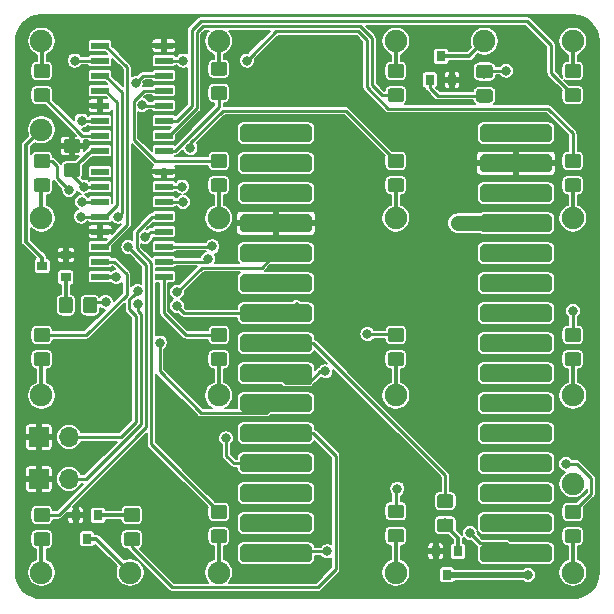
<source format=gbr>
G04 #@! TF.GenerationSoftware,KiCad,Pcbnew,5.0.1*
G04 #@! TF.CreationDate,2018-11-18T18:28:25+01:00*
G04 #@! TF.ProjectId,LED-Cube_MK3,4C45442D437562655F4D4B332E6B6963,rev?*
G04 #@! TF.SameCoordinates,Original*
G04 #@! TF.FileFunction,Copper,L1,Top,Signal*
G04 #@! TF.FilePolarity,Positive*
%FSLAX46Y46*%
G04 Gerber Fmt 4.6, Leading zero omitted, Abs format (unit mm)*
G04 Created by KiCad (PCBNEW 5.0.1) date So 18 Nov 2018 18:28:25 CET*
%MOMM*%
%LPD*%
G01*
G04 APERTURE LIST*
G04 #@! TA.AperFunction,ComponentPad*
%ADD10C,1.900000*%
G04 #@! TD*
G04 #@! TA.AperFunction,Conductor*
%ADD11C,0.100000*%
G04 #@! TD*
G04 #@! TA.AperFunction,SMDPad,CuDef*
%ADD12C,1.150000*%
G04 #@! TD*
G04 #@! TA.AperFunction,SMDPad,CuDef*
%ADD13R,0.800000X0.900000*%
G04 #@! TD*
G04 #@! TA.AperFunction,SMDPad,CuDef*
%ADD14R,0.900000X0.800000*%
G04 #@! TD*
G04 #@! TA.AperFunction,ComponentPad*
%ADD15O,1.700000X1.700000*%
G04 #@! TD*
G04 #@! TA.AperFunction,ComponentPad*
%ADD16R,1.700000X1.700000*%
G04 #@! TD*
G04 #@! TA.AperFunction,SMDPad,CuDef*
%ADD17R,1.500000X0.600000*%
G04 #@! TD*
G04 #@! TA.AperFunction,SMDPad,CuDef*
%ADD18C,1.500000*%
G04 #@! TD*
G04 #@! TA.AperFunction,ViaPad*
%ADD19C,0.800000*%
G04 #@! TD*
G04 #@! TA.AperFunction,Conductor*
%ADD20C,0.228600*%
G04 #@! TD*
G04 #@! TA.AperFunction,Conductor*
%ADD21C,1.270000*%
G04 #@! TD*
G04 #@! TA.AperFunction,Conductor*
%ADD22C,0.304800*%
G04 #@! TD*
G04 #@! TA.AperFunction,Conductor*
%ADD23C,0.508000*%
G04 #@! TD*
G04 #@! TA.AperFunction,Conductor*
%ADD24C,0.152400*%
G04 #@! TD*
G04 APERTURE END LIST*
D10*
G04 #@! TO.P,U3,18*
G04 #@! TO.N,Net-(Q2-Pad3)*
X22500000Y-25000000D03*
G04 #@! TO.P,U3,17*
G04 #@! TO.N,Net-(Q1-Pad3)*
X30000000Y-62500000D03*
G04 #@! TO.P,U3,20*
G04 #@! TO.N,Net-(Q4-Pad3)*
X67500000Y-55000000D03*
G04 #@! TO.P,U3,19*
G04 #@! TO.N,Net-(Q3-Pad3)*
X60000000Y-17500000D03*
G04 #@! TO.P,U3,13*
G04 #@! TO.N,Net-(R17-Pad1)*
X67500000Y-17500000D03*
G04 #@! TO.P,U3,12*
G04 #@! TO.N,Net-(R16-Pad1)*
X52500000Y-17500000D03*
G04 #@! TO.P,U3,5*
G04 #@! TO.N,Net-(R9-Pad1)*
X37500000Y-17500000D03*
G04 #@! TO.P,U3,4*
G04 #@! TO.N,Net-(R8-Pad1)*
X22500000Y-17500000D03*
G04 #@! TO.P,U3,1*
G04 #@! TO.N,Net-(R5-Pad1)*
X22500000Y-62500000D03*
G04 #@! TO.P,U3,8*
G04 #@! TO.N,Net-(R12-Pad1)*
X37500000Y-62500000D03*
G04 #@! TO.P,U3,9*
G04 #@! TO.N,Net-(R13-Pad1)*
X52500000Y-62500000D03*
G04 #@! TO.P,U3,16*
G04 #@! TO.N,Net-(R20-Pad1)*
X67500000Y-62500000D03*
G04 #@! TO.P,U3,15*
G04 #@! TO.N,Net-(R19-Pad1)*
X67500000Y-47500000D03*
G04 #@! TO.P,U3,10*
G04 #@! TO.N,Net-(R14-Pad1)*
X52500000Y-47500000D03*
G04 #@! TO.P,U3,7*
G04 #@! TO.N,Net-(R11-Pad1)*
X37500000Y-47500000D03*
G04 #@! TO.P,U3,2*
G04 #@! TO.N,Net-(R6-Pad1)*
X22500000Y-47500000D03*
G04 #@! TO.P,U3,3*
G04 #@! TO.N,Net-(R7-Pad1)*
X22500000Y-32500000D03*
G04 #@! TO.P,U3,14*
G04 #@! TO.N,Net-(R18-Pad1)*
X67500000Y-32500000D03*
G04 #@! TO.P,U3,11*
G04 #@! TO.N,Net-(R15-Pad1)*
X52500000Y-32500000D03*
G04 #@! TO.P,U3,6*
G04 #@! TO.N,Net-(R10-Pad1)*
X37500000Y-32500000D03*
G04 #@! TD*
D11*
G04 #@! TO.N,GND*
G04 #@! TO.C,C1*
G36*
X25554505Y-25809204D02*
X25578773Y-25812804D01*
X25602572Y-25818765D01*
X25625671Y-25827030D01*
X25647850Y-25837520D01*
X25668893Y-25850132D01*
X25688599Y-25864747D01*
X25706777Y-25881223D01*
X25723253Y-25899401D01*
X25737868Y-25919107D01*
X25750480Y-25940150D01*
X25760970Y-25962329D01*
X25769235Y-25985428D01*
X25775196Y-26009227D01*
X25778796Y-26033495D01*
X25780000Y-26057999D01*
X25780000Y-26708001D01*
X25778796Y-26732505D01*
X25775196Y-26756773D01*
X25769235Y-26780572D01*
X25760970Y-26803671D01*
X25750480Y-26825850D01*
X25737868Y-26846893D01*
X25723253Y-26866599D01*
X25706777Y-26884777D01*
X25688599Y-26901253D01*
X25668893Y-26915868D01*
X25647850Y-26928480D01*
X25625671Y-26938970D01*
X25602572Y-26947235D01*
X25578773Y-26953196D01*
X25554505Y-26956796D01*
X25530001Y-26958000D01*
X24629999Y-26958000D01*
X24605495Y-26956796D01*
X24581227Y-26953196D01*
X24557428Y-26947235D01*
X24534329Y-26938970D01*
X24512150Y-26928480D01*
X24491107Y-26915868D01*
X24471401Y-26901253D01*
X24453223Y-26884777D01*
X24436747Y-26866599D01*
X24422132Y-26846893D01*
X24409520Y-26825850D01*
X24399030Y-26803671D01*
X24390765Y-26780572D01*
X24384804Y-26756773D01*
X24381204Y-26732505D01*
X24380000Y-26708001D01*
X24380000Y-26057999D01*
X24381204Y-26033495D01*
X24384804Y-26009227D01*
X24390765Y-25985428D01*
X24399030Y-25962329D01*
X24409520Y-25940150D01*
X24422132Y-25919107D01*
X24436747Y-25899401D01*
X24453223Y-25881223D01*
X24471401Y-25864747D01*
X24491107Y-25850132D01*
X24512150Y-25837520D01*
X24534329Y-25827030D01*
X24557428Y-25818765D01*
X24581227Y-25812804D01*
X24605495Y-25809204D01*
X24629999Y-25808000D01*
X25530001Y-25808000D01*
X25554505Y-25809204D01*
X25554505Y-25809204D01*
G37*
D12*
G04 #@! TD*
G04 #@! TO.P,C1,2*
G04 #@! TO.N,GND*
X25080000Y-26383000D03*
D11*
G04 #@! TO.N,+5V*
G04 #@! TO.C,C1*
G36*
X25554505Y-27859204D02*
X25578773Y-27862804D01*
X25602572Y-27868765D01*
X25625671Y-27877030D01*
X25647850Y-27887520D01*
X25668893Y-27900132D01*
X25688599Y-27914747D01*
X25706777Y-27931223D01*
X25723253Y-27949401D01*
X25737868Y-27969107D01*
X25750480Y-27990150D01*
X25760970Y-28012329D01*
X25769235Y-28035428D01*
X25775196Y-28059227D01*
X25778796Y-28083495D01*
X25780000Y-28107999D01*
X25780000Y-28758001D01*
X25778796Y-28782505D01*
X25775196Y-28806773D01*
X25769235Y-28830572D01*
X25760970Y-28853671D01*
X25750480Y-28875850D01*
X25737868Y-28896893D01*
X25723253Y-28916599D01*
X25706777Y-28934777D01*
X25688599Y-28951253D01*
X25668893Y-28965868D01*
X25647850Y-28978480D01*
X25625671Y-28988970D01*
X25602572Y-28997235D01*
X25578773Y-29003196D01*
X25554505Y-29006796D01*
X25530001Y-29008000D01*
X24629999Y-29008000D01*
X24605495Y-29006796D01*
X24581227Y-29003196D01*
X24557428Y-28997235D01*
X24534329Y-28988970D01*
X24512150Y-28978480D01*
X24491107Y-28965868D01*
X24471401Y-28951253D01*
X24453223Y-28934777D01*
X24436747Y-28916599D01*
X24422132Y-28896893D01*
X24409520Y-28875850D01*
X24399030Y-28853671D01*
X24390765Y-28830572D01*
X24384804Y-28806773D01*
X24381204Y-28782505D01*
X24380000Y-28758001D01*
X24380000Y-28107999D01*
X24381204Y-28083495D01*
X24384804Y-28059227D01*
X24390765Y-28035428D01*
X24399030Y-28012329D01*
X24409520Y-27990150D01*
X24422132Y-27969107D01*
X24436747Y-27949401D01*
X24453223Y-27931223D01*
X24471401Y-27914747D01*
X24491107Y-27900132D01*
X24512150Y-27887520D01*
X24534329Y-27877030D01*
X24557428Y-27868765D01*
X24581227Y-27862804D01*
X24605495Y-27859204D01*
X24629999Y-27858000D01*
X25530001Y-27858000D01*
X25554505Y-27859204D01*
X25554505Y-27859204D01*
G37*
D12*
G04 #@! TD*
G04 #@! TO.P,C1,1*
G04 #@! TO.N,+5V*
X25080000Y-28433000D03*
D13*
G04 #@! TO.P,Q1,3*
G04 #@! TO.N,Net-(Q1-Pad3)*
X26350000Y-59650000D03*
G04 #@! TO.P,Q1,2*
G04 #@! TO.N,GND*
X25400000Y-57650000D03*
G04 #@! TO.P,Q1,1*
G04 #@! TO.N,Net-(Q1-Pad1)*
X27300000Y-57650000D03*
G04 #@! TD*
D14*
G04 #@! TO.P,Q2,3*
G04 #@! TO.N,Net-(Q2-Pad3)*
X22556000Y-36552000D03*
G04 #@! TO.P,Q2,2*
G04 #@! TO.N,GND*
X24556000Y-35602000D03*
G04 #@! TO.P,Q2,1*
G04 #@! TO.N,Net-(Q2-Pad1)*
X24556000Y-37502000D03*
G04 #@! TD*
D13*
G04 #@! TO.P,Q3,3*
G04 #@! TO.N,Net-(Q3-Pad3)*
X56322000Y-18788000D03*
G04 #@! TO.P,Q3,2*
G04 #@! TO.N,GND*
X57272000Y-20788000D03*
G04 #@! TO.P,Q3,1*
G04 #@! TO.N,Net-(Q3-Pad1)*
X55372000Y-20788000D03*
G04 #@! TD*
G04 #@! TO.P,Q4,3*
G04 #@! TO.N,Net-(Q4-Pad3)*
X56830000Y-62698000D03*
G04 #@! TO.P,Q4,2*
G04 #@! TO.N,GND*
X55880000Y-60698000D03*
G04 #@! TO.P,Q4,1*
G04 #@! TO.N,Net-(Q4-Pad1)*
X57780000Y-60698000D03*
G04 #@! TD*
D11*
G04 #@! TO.N,/cathode4_enable*
G04 #@! TO.C,R1*
G36*
X30634505Y-59101204D02*
X30658773Y-59104804D01*
X30682572Y-59110765D01*
X30705671Y-59119030D01*
X30727850Y-59129520D01*
X30748893Y-59142132D01*
X30768599Y-59156747D01*
X30786777Y-59173223D01*
X30803253Y-59191401D01*
X30817868Y-59211107D01*
X30830480Y-59232150D01*
X30840970Y-59254329D01*
X30849235Y-59277428D01*
X30855196Y-59301227D01*
X30858796Y-59325495D01*
X30860000Y-59349999D01*
X30860000Y-60000001D01*
X30858796Y-60024505D01*
X30855196Y-60048773D01*
X30849235Y-60072572D01*
X30840970Y-60095671D01*
X30830480Y-60117850D01*
X30817868Y-60138893D01*
X30803253Y-60158599D01*
X30786777Y-60176777D01*
X30768599Y-60193253D01*
X30748893Y-60207868D01*
X30727850Y-60220480D01*
X30705671Y-60230970D01*
X30682572Y-60239235D01*
X30658773Y-60245196D01*
X30634505Y-60248796D01*
X30610001Y-60250000D01*
X29709999Y-60250000D01*
X29685495Y-60248796D01*
X29661227Y-60245196D01*
X29637428Y-60239235D01*
X29614329Y-60230970D01*
X29592150Y-60220480D01*
X29571107Y-60207868D01*
X29551401Y-60193253D01*
X29533223Y-60176777D01*
X29516747Y-60158599D01*
X29502132Y-60138893D01*
X29489520Y-60117850D01*
X29479030Y-60095671D01*
X29470765Y-60072572D01*
X29464804Y-60048773D01*
X29461204Y-60024505D01*
X29460000Y-60000001D01*
X29460000Y-59349999D01*
X29461204Y-59325495D01*
X29464804Y-59301227D01*
X29470765Y-59277428D01*
X29479030Y-59254329D01*
X29489520Y-59232150D01*
X29502132Y-59211107D01*
X29516747Y-59191401D01*
X29533223Y-59173223D01*
X29551401Y-59156747D01*
X29571107Y-59142132D01*
X29592150Y-59129520D01*
X29614329Y-59119030D01*
X29637428Y-59110765D01*
X29661227Y-59104804D01*
X29685495Y-59101204D01*
X29709999Y-59100000D01*
X30610001Y-59100000D01*
X30634505Y-59101204D01*
X30634505Y-59101204D01*
G37*
D12*
G04 #@! TD*
G04 #@! TO.P,R1,2*
G04 #@! TO.N,/cathode4_enable*
X30160000Y-59675000D03*
D11*
G04 #@! TO.N,Net-(Q1-Pad1)*
G04 #@! TO.C,R1*
G36*
X30634505Y-57051204D02*
X30658773Y-57054804D01*
X30682572Y-57060765D01*
X30705671Y-57069030D01*
X30727850Y-57079520D01*
X30748893Y-57092132D01*
X30768599Y-57106747D01*
X30786777Y-57123223D01*
X30803253Y-57141401D01*
X30817868Y-57161107D01*
X30830480Y-57182150D01*
X30840970Y-57204329D01*
X30849235Y-57227428D01*
X30855196Y-57251227D01*
X30858796Y-57275495D01*
X30860000Y-57299999D01*
X30860000Y-57950001D01*
X30858796Y-57974505D01*
X30855196Y-57998773D01*
X30849235Y-58022572D01*
X30840970Y-58045671D01*
X30830480Y-58067850D01*
X30817868Y-58088893D01*
X30803253Y-58108599D01*
X30786777Y-58126777D01*
X30768599Y-58143253D01*
X30748893Y-58157868D01*
X30727850Y-58170480D01*
X30705671Y-58180970D01*
X30682572Y-58189235D01*
X30658773Y-58195196D01*
X30634505Y-58198796D01*
X30610001Y-58200000D01*
X29709999Y-58200000D01*
X29685495Y-58198796D01*
X29661227Y-58195196D01*
X29637428Y-58189235D01*
X29614329Y-58180970D01*
X29592150Y-58170480D01*
X29571107Y-58157868D01*
X29551401Y-58143253D01*
X29533223Y-58126777D01*
X29516747Y-58108599D01*
X29502132Y-58088893D01*
X29489520Y-58067850D01*
X29479030Y-58045671D01*
X29470765Y-58022572D01*
X29464804Y-57998773D01*
X29461204Y-57974505D01*
X29460000Y-57950001D01*
X29460000Y-57299999D01*
X29461204Y-57275495D01*
X29464804Y-57251227D01*
X29470765Y-57227428D01*
X29479030Y-57204329D01*
X29489520Y-57182150D01*
X29502132Y-57161107D01*
X29516747Y-57141401D01*
X29533223Y-57123223D01*
X29551401Y-57106747D01*
X29571107Y-57092132D01*
X29592150Y-57079520D01*
X29614329Y-57069030D01*
X29637428Y-57060765D01*
X29661227Y-57054804D01*
X29685495Y-57051204D01*
X29709999Y-57050000D01*
X30610001Y-57050000D01*
X30634505Y-57051204D01*
X30634505Y-57051204D01*
G37*
D12*
G04 #@! TD*
G04 #@! TO.P,R1,1*
G04 #@! TO.N,Net-(Q1-Pad1)*
X30160000Y-57625000D03*
D11*
G04 #@! TO.N,/cathode3_enable*
G04 #@! TO.C,R2*
G36*
X26962505Y-39155204D02*
X26986773Y-39158804D01*
X27010572Y-39164765D01*
X27033671Y-39173030D01*
X27055850Y-39183520D01*
X27076893Y-39196132D01*
X27096599Y-39210747D01*
X27114777Y-39227223D01*
X27131253Y-39245401D01*
X27145868Y-39265107D01*
X27158480Y-39286150D01*
X27168970Y-39308329D01*
X27177235Y-39331428D01*
X27183196Y-39355227D01*
X27186796Y-39379495D01*
X27188000Y-39403999D01*
X27188000Y-40304001D01*
X27186796Y-40328505D01*
X27183196Y-40352773D01*
X27177235Y-40376572D01*
X27168970Y-40399671D01*
X27158480Y-40421850D01*
X27145868Y-40442893D01*
X27131253Y-40462599D01*
X27114777Y-40480777D01*
X27096599Y-40497253D01*
X27076893Y-40511868D01*
X27055850Y-40524480D01*
X27033671Y-40534970D01*
X27010572Y-40543235D01*
X26986773Y-40549196D01*
X26962505Y-40552796D01*
X26938001Y-40554000D01*
X26287999Y-40554000D01*
X26263495Y-40552796D01*
X26239227Y-40549196D01*
X26215428Y-40543235D01*
X26192329Y-40534970D01*
X26170150Y-40524480D01*
X26149107Y-40511868D01*
X26129401Y-40497253D01*
X26111223Y-40480777D01*
X26094747Y-40462599D01*
X26080132Y-40442893D01*
X26067520Y-40421850D01*
X26057030Y-40399671D01*
X26048765Y-40376572D01*
X26042804Y-40352773D01*
X26039204Y-40328505D01*
X26038000Y-40304001D01*
X26038000Y-39403999D01*
X26039204Y-39379495D01*
X26042804Y-39355227D01*
X26048765Y-39331428D01*
X26057030Y-39308329D01*
X26067520Y-39286150D01*
X26080132Y-39265107D01*
X26094747Y-39245401D01*
X26111223Y-39227223D01*
X26129401Y-39210747D01*
X26149107Y-39196132D01*
X26170150Y-39183520D01*
X26192329Y-39173030D01*
X26215428Y-39164765D01*
X26239227Y-39158804D01*
X26263495Y-39155204D01*
X26287999Y-39154000D01*
X26938001Y-39154000D01*
X26962505Y-39155204D01*
X26962505Y-39155204D01*
G37*
D12*
G04 #@! TD*
G04 #@! TO.P,R2,2*
G04 #@! TO.N,/cathode3_enable*
X26613000Y-39854000D03*
D11*
G04 #@! TO.N,Net-(Q2-Pad1)*
G04 #@! TO.C,R2*
G36*
X24912505Y-39155204D02*
X24936773Y-39158804D01*
X24960572Y-39164765D01*
X24983671Y-39173030D01*
X25005850Y-39183520D01*
X25026893Y-39196132D01*
X25046599Y-39210747D01*
X25064777Y-39227223D01*
X25081253Y-39245401D01*
X25095868Y-39265107D01*
X25108480Y-39286150D01*
X25118970Y-39308329D01*
X25127235Y-39331428D01*
X25133196Y-39355227D01*
X25136796Y-39379495D01*
X25138000Y-39403999D01*
X25138000Y-40304001D01*
X25136796Y-40328505D01*
X25133196Y-40352773D01*
X25127235Y-40376572D01*
X25118970Y-40399671D01*
X25108480Y-40421850D01*
X25095868Y-40442893D01*
X25081253Y-40462599D01*
X25064777Y-40480777D01*
X25046599Y-40497253D01*
X25026893Y-40511868D01*
X25005850Y-40524480D01*
X24983671Y-40534970D01*
X24960572Y-40543235D01*
X24936773Y-40549196D01*
X24912505Y-40552796D01*
X24888001Y-40554000D01*
X24237999Y-40554000D01*
X24213495Y-40552796D01*
X24189227Y-40549196D01*
X24165428Y-40543235D01*
X24142329Y-40534970D01*
X24120150Y-40524480D01*
X24099107Y-40511868D01*
X24079401Y-40497253D01*
X24061223Y-40480777D01*
X24044747Y-40462599D01*
X24030132Y-40442893D01*
X24017520Y-40421850D01*
X24007030Y-40399671D01*
X23998765Y-40376572D01*
X23992804Y-40352773D01*
X23989204Y-40328505D01*
X23988000Y-40304001D01*
X23988000Y-39403999D01*
X23989204Y-39379495D01*
X23992804Y-39355227D01*
X23998765Y-39331428D01*
X24007030Y-39308329D01*
X24017520Y-39286150D01*
X24030132Y-39265107D01*
X24044747Y-39245401D01*
X24061223Y-39227223D01*
X24079401Y-39210747D01*
X24099107Y-39196132D01*
X24120150Y-39183520D01*
X24142329Y-39173030D01*
X24165428Y-39164765D01*
X24189227Y-39158804D01*
X24213495Y-39155204D01*
X24237999Y-39154000D01*
X24888001Y-39154000D01*
X24912505Y-39155204D01*
X24912505Y-39155204D01*
G37*
D12*
G04 #@! TD*
G04 #@! TO.P,R2,1*
G04 #@! TO.N,Net-(Q2-Pad1)*
X24563000Y-39854000D03*
D11*
G04 #@! TO.N,/cathode2_enable*
G04 #@! TO.C,R3*
G36*
X60479505Y-19510004D02*
X60503773Y-19513604D01*
X60527572Y-19519565D01*
X60550671Y-19527830D01*
X60572850Y-19538320D01*
X60593893Y-19550932D01*
X60613599Y-19565547D01*
X60631777Y-19582023D01*
X60648253Y-19600201D01*
X60662868Y-19619907D01*
X60675480Y-19640950D01*
X60685970Y-19663129D01*
X60694235Y-19686228D01*
X60700196Y-19710027D01*
X60703796Y-19734295D01*
X60705000Y-19758799D01*
X60705000Y-20408801D01*
X60703796Y-20433305D01*
X60700196Y-20457573D01*
X60694235Y-20481372D01*
X60685970Y-20504471D01*
X60675480Y-20526650D01*
X60662868Y-20547693D01*
X60648253Y-20567399D01*
X60631777Y-20585577D01*
X60613599Y-20602053D01*
X60593893Y-20616668D01*
X60572850Y-20629280D01*
X60550671Y-20639770D01*
X60527572Y-20648035D01*
X60503773Y-20653996D01*
X60479505Y-20657596D01*
X60455001Y-20658800D01*
X59554999Y-20658800D01*
X59530495Y-20657596D01*
X59506227Y-20653996D01*
X59482428Y-20648035D01*
X59459329Y-20639770D01*
X59437150Y-20629280D01*
X59416107Y-20616668D01*
X59396401Y-20602053D01*
X59378223Y-20585577D01*
X59361747Y-20567399D01*
X59347132Y-20547693D01*
X59334520Y-20526650D01*
X59324030Y-20504471D01*
X59315765Y-20481372D01*
X59309804Y-20457573D01*
X59306204Y-20433305D01*
X59305000Y-20408801D01*
X59305000Y-19758799D01*
X59306204Y-19734295D01*
X59309804Y-19710027D01*
X59315765Y-19686228D01*
X59324030Y-19663129D01*
X59334520Y-19640950D01*
X59347132Y-19619907D01*
X59361747Y-19600201D01*
X59378223Y-19582023D01*
X59396401Y-19565547D01*
X59416107Y-19550932D01*
X59437150Y-19538320D01*
X59459329Y-19527830D01*
X59482428Y-19519565D01*
X59506227Y-19513604D01*
X59530495Y-19510004D01*
X59554999Y-19508800D01*
X60455001Y-19508800D01*
X60479505Y-19510004D01*
X60479505Y-19510004D01*
G37*
D12*
G04 #@! TD*
G04 #@! TO.P,R3,2*
G04 #@! TO.N,/cathode2_enable*
X60005000Y-20083800D03*
D11*
G04 #@! TO.N,Net-(Q3-Pad1)*
G04 #@! TO.C,R3*
G36*
X60479505Y-21560004D02*
X60503773Y-21563604D01*
X60527572Y-21569565D01*
X60550671Y-21577830D01*
X60572850Y-21588320D01*
X60593893Y-21600932D01*
X60613599Y-21615547D01*
X60631777Y-21632023D01*
X60648253Y-21650201D01*
X60662868Y-21669907D01*
X60675480Y-21690950D01*
X60685970Y-21713129D01*
X60694235Y-21736228D01*
X60700196Y-21760027D01*
X60703796Y-21784295D01*
X60705000Y-21808799D01*
X60705000Y-22458801D01*
X60703796Y-22483305D01*
X60700196Y-22507573D01*
X60694235Y-22531372D01*
X60685970Y-22554471D01*
X60675480Y-22576650D01*
X60662868Y-22597693D01*
X60648253Y-22617399D01*
X60631777Y-22635577D01*
X60613599Y-22652053D01*
X60593893Y-22666668D01*
X60572850Y-22679280D01*
X60550671Y-22689770D01*
X60527572Y-22698035D01*
X60503773Y-22703996D01*
X60479505Y-22707596D01*
X60455001Y-22708800D01*
X59554999Y-22708800D01*
X59530495Y-22707596D01*
X59506227Y-22703996D01*
X59482428Y-22698035D01*
X59459329Y-22689770D01*
X59437150Y-22679280D01*
X59416107Y-22666668D01*
X59396401Y-22652053D01*
X59378223Y-22635577D01*
X59361747Y-22617399D01*
X59347132Y-22597693D01*
X59334520Y-22576650D01*
X59324030Y-22554471D01*
X59315765Y-22531372D01*
X59309804Y-22507573D01*
X59306204Y-22483305D01*
X59305000Y-22458801D01*
X59305000Y-21808799D01*
X59306204Y-21784295D01*
X59309804Y-21760027D01*
X59315765Y-21736228D01*
X59324030Y-21713129D01*
X59334520Y-21690950D01*
X59347132Y-21669907D01*
X59361747Y-21650201D01*
X59378223Y-21632023D01*
X59396401Y-21615547D01*
X59416107Y-21600932D01*
X59437150Y-21588320D01*
X59459329Y-21577830D01*
X59482428Y-21569565D01*
X59506227Y-21563604D01*
X59530495Y-21560004D01*
X59554999Y-21558800D01*
X60455001Y-21558800D01*
X60479505Y-21560004D01*
X60479505Y-21560004D01*
G37*
D12*
G04 #@! TD*
G04 #@! TO.P,R3,1*
G04 #@! TO.N,Net-(Q3-Pad1)*
X60005000Y-22133800D03*
D11*
G04 #@! TO.N,/cathode1_enable*
G04 #@! TO.C,R4*
G36*
X57152105Y-55882804D02*
X57176373Y-55886404D01*
X57200172Y-55892365D01*
X57223271Y-55900630D01*
X57245450Y-55911120D01*
X57266493Y-55923732D01*
X57286199Y-55938347D01*
X57304377Y-55954823D01*
X57320853Y-55973001D01*
X57335468Y-55992707D01*
X57348080Y-56013750D01*
X57358570Y-56035929D01*
X57366835Y-56059028D01*
X57372796Y-56082827D01*
X57376396Y-56107095D01*
X57377600Y-56131599D01*
X57377600Y-56781601D01*
X57376396Y-56806105D01*
X57372796Y-56830373D01*
X57366835Y-56854172D01*
X57358570Y-56877271D01*
X57348080Y-56899450D01*
X57335468Y-56920493D01*
X57320853Y-56940199D01*
X57304377Y-56958377D01*
X57286199Y-56974853D01*
X57266493Y-56989468D01*
X57245450Y-57002080D01*
X57223271Y-57012570D01*
X57200172Y-57020835D01*
X57176373Y-57026796D01*
X57152105Y-57030396D01*
X57127601Y-57031600D01*
X56227599Y-57031600D01*
X56203095Y-57030396D01*
X56178827Y-57026796D01*
X56155028Y-57020835D01*
X56131929Y-57012570D01*
X56109750Y-57002080D01*
X56088707Y-56989468D01*
X56069001Y-56974853D01*
X56050823Y-56958377D01*
X56034347Y-56940199D01*
X56019732Y-56920493D01*
X56007120Y-56899450D01*
X55996630Y-56877271D01*
X55988365Y-56854172D01*
X55982404Y-56830373D01*
X55978804Y-56806105D01*
X55977600Y-56781601D01*
X55977600Y-56131599D01*
X55978804Y-56107095D01*
X55982404Y-56082827D01*
X55988365Y-56059028D01*
X55996630Y-56035929D01*
X56007120Y-56013750D01*
X56019732Y-55992707D01*
X56034347Y-55973001D01*
X56050823Y-55954823D01*
X56069001Y-55938347D01*
X56088707Y-55923732D01*
X56109750Y-55911120D01*
X56131929Y-55900630D01*
X56155028Y-55892365D01*
X56178827Y-55886404D01*
X56203095Y-55882804D01*
X56227599Y-55881600D01*
X57127601Y-55881600D01*
X57152105Y-55882804D01*
X57152105Y-55882804D01*
G37*
D12*
G04 #@! TD*
G04 #@! TO.P,R4,2*
G04 #@! TO.N,/cathode1_enable*
X56677600Y-56456600D03*
D11*
G04 #@! TO.N,Net-(Q4-Pad1)*
G04 #@! TO.C,R4*
G36*
X57152105Y-57932804D02*
X57176373Y-57936404D01*
X57200172Y-57942365D01*
X57223271Y-57950630D01*
X57245450Y-57961120D01*
X57266493Y-57973732D01*
X57286199Y-57988347D01*
X57304377Y-58004823D01*
X57320853Y-58023001D01*
X57335468Y-58042707D01*
X57348080Y-58063750D01*
X57358570Y-58085929D01*
X57366835Y-58109028D01*
X57372796Y-58132827D01*
X57376396Y-58157095D01*
X57377600Y-58181599D01*
X57377600Y-58831601D01*
X57376396Y-58856105D01*
X57372796Y-58880373D01*
X57366835Y-58904172D01*
X57358570Y-58927271D01*
X57348080Y-58949450D01*
X57335468Y-58970493D01*
X57320853Y-58990199D01*
X57304377Y-59008377D01*
X57286199Y-59024853D01*
X57266493Y-59039468D01*
X57245450Y-59052080D01*
X57223271Y-59062570D01*
X57200172Y-59070835D01*
X57176373Y-59076796D01*
X57152105Y-59080396D01*
X57127601Y-59081600D01*
X56227599Y-59081600D01*
X56203095Y-59080396D01*
X56178827Y-59076796D01*
X56155028Y-59070835D01*
X56131929Y-59062570D01*
X56109750Y-59052080D01*
X56088707Y-59039468D01*
X56069001Y-59024853D01*
X56050823Y-59008377D01*
X56034347Y-58990199D01*
X56019732Y-58970493D01*
X56007120Y-58949450D01*
X55996630Y-58927271D01*
X55988365Y-58904172D01*
X55982404Y-58880373D01*
X55978804Y-58856105D01*
X55977600Y-58831601D01*
X55977600Y-58181599D01*
X55978804Y-58157095D01*
X55982404Y-58132827D01*
X55988365Y-58109028D01*
X55996630Y-58085929D01*
X56007120Y-58063750D01*
X56019732Y-58042707D01*
X56034347Y-58023001D01*
X56050823Y-58004823D01*
X56069001Y-57988347D01*
X56088707Y-57973732D01*
X56109750Y-57961120D01*
X56131929Y-57950630D01*
X56155028Y-57942365D01*
X56178827Y-57936404D01*
X56203095Y-57932804D01*
X56227599Y-57931600D01*
X57127601Y-57931600D01*
X57152105Y-57932804D01*
X57152105Y-57932804D01*
G37*
D12*
G04 #@! TD*
G04 #@! TO.P,R4,1*
G04 #@! TO.N,Net-(Q4-Pad1)*
X56677600Y-58506600D03*
D11*
G04 #@! TO.N,LED_13*
G04 #@! TO.C,R5*
G36*
X23014505Y-57051204D02*
X23038773Y-57054804D01*
X23062572Y-57060765D01*
X23085671Y-57069030D01*
X23107850Y-57079520D01*
X23128893Y-57092132D01*
X23148599Y-57106747D01*
X23166777Y-57123223D01*
X23183253Y-57141401D01*
X23197868Y-57161107D01*
X23210480Y-57182150D01*
X23220970Y-57204329D01*
X23229235Y-57227428D01*
X23235196Y-57251227D01*
X23238796Y-57275495D01*
X23240000Y-57299999D01*
X23240000Y-57950001D01*
X23238796Y-57974505D01*
X23235196Y-57998773D01*
X23229235Y-58022572D01*
X23220970Y-58045671D01*
X23210480Y-58067850D01*
X23197868Y-58088893D01*
X23183253Y-58108599D01*
X23166777Y-58126777D01*
X23148599Y-58143253D01*
X23128893Y-58157868D01*
X23107850Y-58170480D01*
X23085671Y-58180970D01*
X23062572Y-58189235D01*
X23038773Y-58195196D01*
X23014505Y-58198796D01*
X22990001Y-58200000D01*
X22089999Y-58200000D01*
X22065495Y-58198796D01*
X22041227Y-58195196D01*
X22017428Y-58189235D01*
X21994329Y-58180970D01*
X21972150Y-58170480D01*
X21951107Y-58157868D01*
X21931401Y-58143253D01*
X21913223Y-58126777D01*
X21896747Y-58108599D01*
X21882132Y-58088893D01*
X21869520Y-58067850D01*
X21859030Y-58045671D01*
X21850765Y-58022572D01*
X21844804Y-57998773D01*
X21841204Y-57974505D01*
X21840000Y-57950001D01*
X21840000Y-57299999D01*
X21841204Y-57275495D01*
X21844804Y-57251227D01*
X21850765Y-57227428D01*
X21859030Y-57204329D01*
X21869520Y-57182150D01*
X21882132Y-57161107D01*
X21896747Y-57141401D01*
X21913223Y-57123223D01*
X21931401Y-57106747D01*
X21951107Y-57092132D01*
X21972150Y-57079520D01*
X21994329Y-57069030D01*
X22017428Y-57060765D01*
X22041227Y-57054804D01*
X22065495Y-57051204D01*
X22089999Y-57050000D01*
X22990001Y-57050000D01*
X23014505Y-57051204D01*
X23014505Y-57051204D01*
G37*
D12*
G04 #@! TD*
G04 #@! TO.P,R5,2*
G04 #@! TO.N,LED_13*
X22540000Y-57625000D03*
D11*
G04 #@! TO.N,Net-(R5-Pad1)*
G04 #@! TO.C,R5*
G36*
X23014505Y-59101204D02*
X23038773Y-59104804D01*
X23062572Y-59110765D01*
X23085671Y-59119030D01*
X23107850Y-59129520D01*
X23128893Y-59142132D01*
X23148599Y-59156747D01*
X23166777Y-59173223D01*
X23183253Y-59191401D01*
X23197868Y-59211107D01*
X23210480Y-59232150D01*
X23220970Y-59254329D01*
X23229235Y-59277428D01*
X23235196Y-59301227D01*
X23238796Y-59325495D01*
X23240000Y-59349999D01*
X23240000Y-60000001D01*
X23238796Y-60024505D01*
X23235196Y-60048773D01*
X23229235Y-60072572D01*
X23220970Y-60095671D01*
X23210480Y-60117850D01*
X23197868Y-60138893D01*
X23183253Y-60158599D01*
X23166777Y-60176777D01*
X23148599Y-60193253D01*
X23128893Y-60207868D01*
X23107850Y-60220480D01*
X23085671Y-60230970D01*
X23062572Y-60239235D01*
X23038773Y-60245196D01*
X23014505Y-60248796D01*
X22990001Y-60250000D01*
X22089999Y-60250000D01*
X22065495Y-60248796D01*
X22041227Y-60245196D01*
X22017428Y-60239235D01*
X21994329Y-60230970D01*
X21972150Y-60220480D01*
X21951107Y-60207868D01*
X21931401Y-60193253D01*
X21913223Y-60176777D01*
X21896747Y-60158599D01*
X21882132Y-60138893D01*
X21869520Y-60117850D01*
X21859030Y-60095671D01*
X21850765Y-60072572D01*
X21844804Y-60048773D01*
X21841204Y-60024505D01*
X21840000Y-60000001D01*
X21840000Y-59349999D01*
X21841204Y-59325495D01*
X21844804Y-59301227D01*
X21850765Y-59277428D01*
X21859030Y-59254329D01*
X21869520Y-59232150D01*
X21882132Y-59211107D01*
X21896747Y-59191401D01*
X21913223Y-59173223D01*
X21931401Y-59156747D01*
X21951107Y-59142132D01*
X21972150Y-59129520D01*
X21994329Y-59119030D01*
X22017428Y-59110765D01*
X22041227Y-59104804D01*
X22065495Y-59101204D01*
X22089999Y-59100000D01*
X22990001Y-59100000D01*
X23014505Y-59101204D01*
X23014505Y-59101204D01*
G37*
D12*
G04 #@! TD*
G04 #@! TO.P,R5,1*
G04 #@! TO.N,Net-(R5-Pad1)*
X22540000Y-59675000D03*
D11*
G04 #@! TO.N,LED_9*
G04 #@! TO.C,R6*
G36*
X23014505Y-41811204D02*
X23038773Y-41814804D01*
X23062572Y-41820765D01*
X23085671Y-41829030D01*
X23107850Y-41839520D01*
X23128893Y-41852132D01*
X23148599Y-41866747D01*
X23166777Y-41883223D01*
X23183253Y-41901401D01*
X23197868Y-41921107D01*
X23210480Y-41942150D01*
X23220970Y-41964329D01*
X23229235Y-41987428D01*
X23235196Y-42011227D01*
X23238796Y-42035495D01*
X23240000Y-42059999D01*
X23240000Y-42710001D01*
X23238796Y-42734505D01*
X23235196Y-42758773D01*
X23229235Y-42782572D01*
X23220970Y-42805671D01*
X23210480Y-42827850D01*
X23197868Y-42848893D01*
X23183253Y-42868599D01*
X23166777Y-42886777D01*
X23148599Y-42903253D01*
X23128893Y-42917868D01*
X23107850Y-42930480D01*
X23085671Y-42940970D01*
X23062572Y-42949235D01*
X23038773Y-42955196D01*
X23014505Y-42958796D01*
X22990001Y-42960000D01*
X22089999Y-42960000D01*
X22065495Y-42958796D01*
X22041227Y-42955196D01*
X22017428Y-42949235D01*
X21994329Y-42940970D01*
X21972150Y-42930480D01*
X21951107Y-42917868D01*
X21931401Y-42903253D01*
X21913223Y-42886777D01*
X21896747Y-42868599D01*
X21882132Y-42848893D01*
X21869520Y-42827850D01*
X21859030Y-42805671D01*
X21850765Y-42782572D01*
X21844804Y-42758773D01*
X21841204Y-42734505D01*
X21840000Y-42710001D01*
X21840000Y-42059999D01*
X21841204Y-42035495D01*
X21844804Y-42011227D01*
X21850765Y-41987428D01*
X21859030Y-41964329D01*
X21869520Y-41942150D01*
X21882132Y-41921107D01*
X21896747Y-41901401D01*
X21913223Y-41883223D01*
X21931401Y-41866747D01*
X21951107Y-41852132D01*
X21972150Y-41839520D01*
X21994329Y-41829030D01*
X22017428Y-41820765D01*
X22041227Y-41814804D01*
X22065495Y-41811204D01*
X22089999Y-41810000D01*
X22990001Y-41810000D01*
X23014505Y-41811204D01*
X23014505Y-41811204D01*
G37*
D12*
G04 #@! TD*
G04 #@! TO.P,R6,2*
G04 #@! TO.N,LED_9*
X22540000Y-42385000D03*
D11*
G04 #@! TO.N,Net-(R6-Pad1)*
G04 #@! TO.C,R6*
G36*
X23014505Y-43861204D02*
X23038773Y-43864804D01*
X23062572Y-43870765D01*
X23085671Y-43879030D01*
X23107850Y-43889520D01*
X23128893Y-43902132D01*
X23148599Y-43916747D01*
X23166777Y-43933223D01*
X23183253Y-43951401D01*
X23197868Y-43971107D01*
X23210480Y-43992150D01*
X23220970Y-44014329D01*
X23229235Y-44037428D01*
X23235196Y-44061227D01*
X23238796Y-44085495D01*
X23240000Y-44109999D01*
X23240000Y-44760001D01*
X23238796Y-44784505D01*
X23235196Y-44808773D01*
X23229235Y-44832572D01*
X23220970Y-44855671D01*
X23210480Y-44877850D01*
X23197868Y-44898893D01*
X23183253Y-44918599D01*
X23166777Y-44936777D01*
X23148599Y-44953253D01*
X23128893Y-44967868D01*
X23107850Y-44980480D01*
X23085671Y-44990970D01*
X23062572Y-44999235D01*
X23038773Y-45005196D01*
X23014505Y-45008796D01*
X22990001Y-45010000D01*
X22089999Y-45010000D01*
X22065495Y-45008796D01*
X22041227Y-45005196D01*
X22017428Y-44999235D01*
X21994329Y-44990970D01*
X21972150Y-44980480D01*
X21951107Y-44967868D01*
X21931401Y-44953253D01*
X21913223Y-44936777D01*
X21896747Y-44918599D01*
X21882132Y-44898893D01*
X21869520Y-44877850D01*
X21859030Y-44855671D01*
X21850765Y-44832572D01*
X21844804Y-44808773D01*
X21841204Y-44784505D01*
X21840000Y-44760001D01*
X21840000Y-44109999D01*
X21841204Y-44085495D01*
X21844804Y-44061227D01*
X21850765Y-44037428D01*
X21859030Y-44014329D01*
X21869520Y-43992150D01*
X21882132Y-43971107D01*
X21896747Y-43951401D01*
X21913223Y-43933223D01*
X21931401Y-43916747D01*
X21951107Y-43902132D01*
X21972150Y-43889520D01*
X21994329Y-43879030D01*
X22017428Y-43870765D01*
X22041227Y-43864804D01*
X22065495Y-43861204D01*
X22089999Y-43860000D01*
X22990001Y-43860000D01*
X23014505Y-43861204D01*
X23014505Y-43861204D01*
G37*
D12*
G04 #@! TD*
G04 #@! TO.P,R6,1*
G04 #@! TO.N,Net-(R6-Pad1)*
X22540000Y-44435000D03*
D11*
G04 #@! TO.N,LED_5*
G04 #@! TO.C,R7*
G36*
X23014505Y-27079204D02*
X23038773Y-27082804D01*
X23062572Y-27088765D01*
X23085671Y-27097030D01*
X23107850Y-27107520D01*
X23128893Y-27120132D01*
X23148599Y-27134747D01*
X23166777Y-27151223D01*
X23183253Y-27169401D01*
X23197868Y-27189107D01*
X23210480Y-27210150D01*
X23220970Y-27232329D01*
X23229235Y-27255428D01*
X23235196Y-27279227D01*
X23238796Y-27303495D01*
X23240000Y-27327999D01*
X23240000Y-27978001D01*
X23238796Y-28002505D01*
X23235196Y-28026773D01*
X23229235Y-28050572D01*
X23220970Y-28073671D01*
X23210480Y-28095850D01*
X23197868Y-28116893D01*
X23183253Y-28136599D01*
X23166777Y-28154777D01*
X23148599Y-28171253D01*
X23128893Y-28185868D01*
X23107850Y-28198480D01*
X23085671Y-28208970D01*
X23062572Y-28217235D01*
X23038773Y-28223196D01*
X23014505Y-28226796D01*
X22990001Y-28228000D01*
X22089999Y-28228000D01*
X22065495Y-28226796D01*
X22041227Y-28223196D01*
X22017428Y-28217235D01*
X21994329Y-28208970D01*
X21972150Y-28198480D01*
X21951107Y-28185868D01*
X21931401Y-28171253D01*
X21913223Y-28154777D01*
X21896747Y-28136599D01*
X21882132Y-28116893D01*
X21869520Y-28095850D01*
X21859030Y-28073671D01*
X21850765Y-28050572D01*
X21844804Y-28026773D01*
X21841204Y-28002505D01*
X21840000Y-27978001D01*
X21840000Y-27327999D01*
X21841204Y-27303495D01*
X21844804Y-27279227D01*
X21850765Y-27255428D01*
X21859030Y-27232329D01*
X21869520Y-27210150D01*
X21882132Y-27189107D01*
X21896747Y-27169401D01*
X21913223Y-27151223D01*
X21931401Y-27134747D01*
X21951107Y-27120132D01*
X21972150Y-27107520D01*
X21994329Y-27097030D01*
X22017428Y-27088765D01*
X22041227Y-27082804D01*
X22065495Y-27079204D01*
X22089999Y-27078000D01*
X22990001Y-27078000D01*
X23014505Y-27079204D01*
X23014505Y-27079204D01*
G37*
D12*
G04 #@! TD*
G04 #@! TO.P,R7,2*
G04 #@! TO.N,LED_5*
X22540000Y-27653000D03*
D11*
G04 #@! TO.N,Net-(R7-Pad1)*
G04 #@! TO.C,R7*
G36*
X23014505Y-29129204D02*
X23038773Y-29132804D01*
X23062572Y-29138765D01*
X23085671Y-29147030D01*
X23107850Y-29157520D01*
X23128893Y-29170132D01*
X23148599Y-29184747D01*
X23166777Y-29201223D01*
X23183253Y-29219401D01*
X23197868Y-29239107D01*
X23210480Y-29260150D01*
X23220970Y-29282329D01*
X23229235Y-29305428D01*
X23235196Y-29329227D01*
X23238796Y-29353495D01*
X23240000Y-29377999D01*
X23240000Y-30028001D01*
X23238796Y-30052505D01*
X23235196Y-30076773D01*
X23229235Y-30100572D01*
X23220970Y-30123671D01*
X23210480Y-30145850D01*
X23197868Y-30166893D01*
X23183253Y-30186599D01*
X23166777Y-30204777D01*
X23148599Y-30221253D01*
X23128893Y-30235868D01*
X23107850Y-30248480D01*
X23085671Y-30258970D01*
X23062572Y-30267235D01*
X23038773Y-30273196D01*
X23014505Y-30276796D01*
X22990001Y-30278000D01*
X22089999Y-30278000D01*
X22065495Y-30276796D01*
X22041227Y-30273196D01*
X22017428Y-30267235D01*
X21994329Y-30258970D01*
X21972150Y-30248480D01*
X21951107Y-30235868D01*
X21931401Y-30221253D01*
X21913223Y-30204777D01*
X21896747Y-30186599D01*
X21882132Y-30166893D01*
X21869520Y-30145850D01*
X21859030Y-30123671D01*
X21850765Y-30100572D01*
X21844804Y-30076773D01*
X21841204Y-30052505D01*
X21840000Y-30028001D01*
X21840000Y-29377999D01*
X21841204Y-29353495D01*
X21844804Y-29329227D01*
X21850765Y-29305428D01*
X21859030Y-29282329D01*
X21869520Y-29260150D01*
X21882132Y-29239107D01*
X21896747Y-29219401D01*
X21913223Y-29201223D01*
X21931401Y-29184747D01*
X21951107Y-29170132D01*
X21972150Y-29157520D01*
X21994329Y-29147030D01*
X22017428Y-29138765D01*
X22041227Y-29132804D01*
X22065495Y-29129204D01*
X22089999Y-29128000D01*
X22990001Y-29128000D01*
X23014505Y-29129204D01*
X23014505Y-29129204D01*
G37*
D12*
G04 #@! TD*
G04 #@! TO.P,R7,1*
G04 #@! TO.N,Net-(R7-Pad1)*
X22540000Y-29703000D03*
D11*
G04 #@! TO.N,LED_1*
G04 #@! TO.C,R8*
G36*
X23014505Y-21509204D02*
X23038773Y-21512804D01*
X23062572Y-21518765D01*
X23085671Y-21527030D01*
X23107850Y-21537520D01*
X23128893Y-21550132D01*
X23148599Y-21564747D01*
X23166777Y-21581223D01*
X23183253Y-21599401D01*
X23197868Y-21619107D01*
X23210480Y-21640150D01*
X23220970Y-21662329D01*
X23229235Y-21685428D01*
X23235196Y-21709227D01*
X23238796Y-21733495D01*
X23240000Y-21757999D01*
X23240000Y-22408001D01*
X23238796Y-22432505D01*
X23235196Y-22456773D01*
X23229235Y-22480572D01*
X23220970Y-22503671D01*
X23210480Y-22525850D01*
X23197868Y-22546893D01*
X23183253Y-22566599D01*
X23166777Y-22584777D01*
X23148599Y-22601253D01*
X23128893Y-22615868D01*
X23107850Y-22628480D01*
X23085671Y-22638970D01*
X23062572Y-22647235D01*
X23038773Y-22653196D01*
X23014505Y-22656796D01*
X22990001Y-22658000D01*
X22089999Y-22658000D01*
X22065495Y-22656796D01*
X22041227Y-22653196D01*
X22017428Y-22647235D01*
X21994329Y-22638970D01*
X21972150Y-22628480D01*
X21951107Y-22615868D01*
X21931401Y-22601253D01*
X21913223Y-22584777D01*
X21896747Y-22566599D01*
X21882132Y-22546893D01*
X21869520Y-22525850D01*
X21859030Y-22503671D01*
X21850765Y-22480572D01*
X21844804Y-22456773D01*
X21841204Y-22432505D01*
X21840000Y-22408001D01*
X21840000Y-21757999D01*
X21841204Y-21733495D01*
X21844804Y-21709227D01*
X21850765Y-21685428D01*
X21859030Y-21662329D01*
X21869520Y-21640150D01*
X21882132Y-21619107D01*
X21896747Y-21599401D01*
X21913223Y-21581223D01*
X21931401Y-21564747D01*
X21951107Y-21550132D01*
X21972150Y-21537520D01*
X21994329Y-21527030D01*
X22017428Y-21518765D01*
X22041227Y-21512804D01*
X22065495Y-21509204D01*
X22089999Y-21508000D01*
X22990001Y-21508000D01*
X23014505Y-21509204D01*
X23014505Y-21509204D01*
G37*
D12*
G04 #@! TD*
G04 #@! TO.P,R8,2*
G04 #@! TO.N,LED_1*
X22540000Y-22083000D03*
D11*
G04 #@! TO.N,Net-(R8-Pad1)*
G04 #@! TO.C,R8*
G36*
X23014505Y-19459204D02*
X23038773Y-19462804D01*
X23062572Y-19468765D01*
X23085671Y-19477030D01*
X23107850Y-19487520D01*
X23128893Y-19500132D01*
X23148599Y-19514747D01*
X23166777Y-19531223D01*
X23183253Y-19549401D01*
X23197868Y-19569107D01*
X23210480Y-19590150D01*
X23220970Y-19612329D01*
X23229235Y-19635428D01*
X23235196Y-19659227D01*
X23238796Y-19683495D01*
X23240000Y-19707999D01*
X23240000Y-20358001D01*
X23238796Y-20382505D01*
X23235196Y-20406773D01*
X23229235Y-20430572D01*
X23220970Y-20453671D01*
X23210480Y-20475850D01*
X23197868Y-20496893D01*
X23183253Y-20516599D01*
X23166777Y-20534777D01*
X23148599Y-20551253D01*
X23128893Y-20565868D01*
X23107850Y-20578480D01*
X23085671Y-20588970D01*
X23062572Y-20597235D01*
X23038773Y-20603196D01*
X23014505Y-20606796D01*
X22990001Y-20608000D01*
X22089999Y-20608000D01*
X22065495Y-20606796D01*
X22041227Y-20603196D01*
X22017428Y-20597235D01*
X21994329Y-20588970D01*
X21972150Y-20578480D01*
X21951107Y-20565868D01*
X21931401Y-20551253D01*
X21913223Y-20534777D01*
X21896747Y-20516599D01*
X21882132Y-20496893D01*
X21869520Y-20475850D01*
X21859030Y-20453671D01*
X21850765Y-20430572D01*
X21844804Y-20406773D01*
X21841204Y-20382505D01*
X21840000Y-20358001D01*
X21840000Y-19707999D01*
X21841204Y-19683495D01*
X21844804Y-19659227D01*
X21850765Y-19635428D01*
X21859030Y-19612329D01*
X21869520Y-19590150D01*
X21882132Y-19569107D01*
X21896747Y-19549401D01*
X21913223Y-19531223D01*
X21931401Y-19514747D01*
X21951107Y-19500132D01*
X21972150Y-19487520D01*
X21994329Y-19477030D01*
X22017428Y-19468765D01*
X22041227Y-19462804D01*
X22065495Y-19459204D01*
X22089999Y-19458000D01*
X22990001Y-19458000D01*
X23014505Y-19459204D01*
X23014505Y-19459204D01*
G37*
D12*
G04 #@! TD*
G04 #@! TO.P,R8,1*
G04 #@! TO.N,Net-(R8-Pad1)*
X22540000Y-20033000D03*
D11*
G04 #@! TO.N,LED_2*
G04 #@! TO.C,R9*
G36*
X38000505Y-21331404D02*
X38024773Y-21335004D01*
X38048572Y-21340965D01*
X38071671Y-21349230D01*
X38093850Y-21359720D01*
X38114893Y-21372332D01*
X38134599Y-21386947D01*
X38152777Y-21403423D01*
X38169253Y-21421601D01*
X38183868Y-21441307D01*
X38196480Y-21462350D01*
X38206970Y-21484529D01*
X38215235Y-21507628D01*
X38221196Y-21531427D01*
X38224796Y-21555695D01*
X38226000Y-21580199D01*
X38226000Y-22230201D01*
X38224796Y-22254705D01*
X38221196Y-22278973D01*
X38215235Y-22302772D01*
X38206970Y-22325871D01*
X38196480Y-22348050D01*
X38183868Y-22369093D01*
X38169253Y-22388799D01*
X38152777Y-22406977D01*
X38134599Y-22423453D01*
X38114893Y-22438068D01*
X38093850Y-22450680D01*
X38071671Y-22461170D01*
X38048572Y-22469435D01*
X38024773Y-22475396D01*
X38000505Y-22478996D01*
X37976001Y-22480200D01*
X37075999Y-22480200D01*
X37051495Y-22478996D01*
X37027227Y-22475396D01*
X37003428Y-22469435D01*
X36980329Y-22461170D01*
X36958150Y-22450680D01*
X36937107Y-22438068D01*
X36917401Y-22423453D01*
X36899223Y-22406977D01*
X36882747Y-22388799D01*
X36868132Y-22369093D01*
X36855520Y-22348050D01*
X36845030Y-22325871D01*
X36836765Y-22302772D01*
X36830804Y-22278973D01*
X36827204Y-22254705D01*
X36826000Y-22230201D01*
X36826000Y-21580199D01*
X36827204Y-21555695D01*
X36830804Y-21531427D01*
X36836765Y-21507628D01*
X36845030Y-21484529D01*
X36855520Y-21462350D01*
X36868132Y-21441307D01*
X36882747Y-21421601D01*
X36899223Y-21403423D01*
X36917401Y-21386947D01*
X36937107Y-21372332D01*
X36958150Y-21359720D01*
X36980329Y-21349230D01*
X37003428Y-21340965D01*
X37027227Y-21335004D01*
X37051495Y-21331404D01*
X37075999Y-21330200D01*
X37976001Y-21330200D01*
X38000505Y-21331404D01*
X38000505Y-21331404D01*
G37*
D12*
G04 #@! TD*
G04 #@! TO.P,R9,2*
G04 #@! TO.N,LED_2*
X37526000Y-21905200D03*
D11*
G04 #@! TO.N,Net-(R9-Pad1)*
G04 #@! TO.C,R9*
G36*
X38000505Y-19281404D02*
X38024773Y-19285004D01*
X38048572Y-19290965D01*
X38071671Y-19299230D01*
X38093850Y-19309720D01*
X38114893Y-19322332D01*
X38134599Y-19336947D01*
X38152777Y-19353423D01*
X38169253Y-19371601D01*
X38183868Y-19391307D01*
X38196480Y-19412350D01*
X38206970Y-19434529D01*
X38215235Y-19457628D01*
X38221196Y-19481427D01*
X38224796Y-19505695D01*
X38226000Y-19530199D01*
X38226000Y-20180201D01*
X38224796Y-20204705D01*
X38221196Y-20228973D01*
X38215235Y-20252772D01*
X38206970Y-20275871D01*
X38196480Y-20298050D01*
X38183868Y-20319093D01*
X38169253Y-20338799D01*
X38152777Y-20356977D01*
X38134599Y-20373453D01*
X38114893Y-20388068D01*
X38093850Y-20400680D01*
X38071671Y-20411170D01*
X38048572Y-20419435D01*
X38024773Y-20425396D01*
X38000505Y-20428996D01*
X37976001Y-20430200D01*
X37075999Y-20430200D01*
X37051495Y-20428996D01*
X37027227Y-20425396D01*
X37003428Y-20419435D01*
X36980329Y-20411170D01*
X36958150Y-20400680D01*
X36937107Y-20388068D01*
X36917401Y-20373453D01*
X36899223Y-20356977D01*
X36882747Y-20338799D01*
X36868132Y-20319093D01*
X36855520Y-20298050D01*
X36845030Y-20275871D01*
X36836765Y-20252772D01*
X36830804Y-20228973D01*
X36827204Y-20204705D01*
X36826000Y-20180201D01*
X36826000Y-19530199D01*
X36827204Y-19505695D01*
X36830804Y-19481427D01*
X36836765Y-19457628D01*
X36845030Y-19434529D01*
X36855520Y-19412350D01*
X36868132Y-19391307D01*
X36882747Y-19371601D01*
X36899223Y-19353423D01*
X36917401Y-19336947D01*
X36937107Y-19322332D01*
X36958150Y-19309720D01*
X36980329Y-19299230D01*
X37003428Y-19290965D01*
X37027227Y-19285004D01*
X37051495Y-19281404D01*
X37075999Y-19280200D01*
X37976001Y-19280200D01*
X38000505Y-19281404D01*
X38000505Y-19281404D01*
G37*
D12*
G04 #@! TD*
G04 #@! TO.P,R9,1*
G04 #@! TO.N,Net-(R9-Pad1)*
X37526000Y-19855200D03*
D11*
G04 #@! TO.N,LED_6*
G04 #@! TO.C,R10*
G36*
X38000505Y-27079204D02*
X38024773Y-27082804D01*
X38048572Y-27088765D01*
X38071671Y-27097030D01*
X38093850Y-27107520D01*
X38114893Y-27120132D01*
X38134599Y-27134747D01*
X38152777Y-27151223D01*
X38169253Y-27169401D01*
X38183868Y-27189107D01*
X38196480Y-27210150D01*
X38206970Y-27232329D01*
X38215235Y-27255428D01*
X38221196Y-27279227D01*
X38224796Y-27303495D01*
X38226000Y-27327999D01*
X38226000Y-27978001D01*
X38224796Y-28002505D01*
X38221196Y-28026773D01*
X38215235Y-28050572D01*
X38206970Y-28073671D01*
X38196480Y-28095850D01*
X38183868Y-28116893D01*
X38169253Y-28136599D01*
X38152777Y-28154777D01*
X38134599Y-28171253D01*
X38114893Y-28185868D01*
X38093850Y-28198480D01*
X38071671Y-28208970D01*
X38048572Y-28217235D01*
X38024773Y-28223196D01*
X38000505Y-28226796D01*
X37976001Y-28228000D01*
X37075999Y-28228000D01*
X37051495Y-28226796D01*
X37027227Y-28223196D01*
X37003428Y-28217235D01*
X36980329Y-28208970D01*
X36958150Y-28198480D01*
X36937107Y-28185868D01*
X36917401Y-28171253D01*
X36899223Y-28154777D01*
X36882747Y-28136599D01*
X36868132Y-28116893D01*
X36855520Y-28095850D01*
X36845030Y-28073671D01*
X36836765Y-28050572D01*
X36830804Y-28026773D01*
X36827204Y-28002505D01*
X36826000Y-27978001D01*
X36826000Y-27327999D01*
X36827204Y-27303495D01*
X36830804Y-27279227D01*
X36836765Y-27255428D01*
X36845030Y-27232329D01*
X36855520Y-27210150D01*
X36868132Y-27189107D01*
X36882747Y-27169401D01*
X36899223Y-27151223D01*
X36917401Y-27134747D01*
X36937107Y-27120132D01*
X36958150Y-27107520D01*
X36980329Y-27097030D01*
X37003428Y-27088765D01*
X37027227Y-27082804D01*
X37051495Y-27079204D01*
X37075999Y-27078000D01*
X37976001Y-27078000D01*
X38000505Y-27079204D01*
X38000505Y-27079204D01*
G37*
D12*
G04 #@! TD*
G04 #@! TO.P,R10,2*
G04 #@! TO.N,LED_6*
X37526000Y-27653000D03*
D11*
G04 #@! TO.N,Net-(R10-Pad1)*
G04 #@! TO.C,R10*
G36*
X38000505Y-29129204D02*
X38024773Y-29132804D01*
X38048572Y-29138765D01*
X38071671Y-29147030D01*
X38093850Y-29157520D01*
X38114893Y-29170132D01*
X38134599Y-29184747D01*
X38152777Y-29201223D01*
X38169253Y-29219401D01*
X38183868Y-29239107D01*
X38196480Y-29260150D01*
X38206970Y-29282329D01*
X38215235Y-29305428D01*
X38221196Y-29329227D01*
X38224796Y-29353495D01*
X38226000Y-29377999D01*
X38226000Y-30028001D01*
X38224796Y-30052505D01*
X38221196Y-30076773D01*
X38215235Y-30100572D01*
X38206970Y-30123671D01*
X38196480Y-30145850D01*
X38183868Y-30166893D01*
X38169253Y-30186599D01*
X38152777Y-30204777D01*
X38134599Y-30221253D01*
X38114893Y-30235868D01*
X38093850Y-30248480D01*
X38071671Y-30258970D01*
X38048572Y-30267235D01*
X38024773Y-30273196D01*
X38000505Y-30276796D01*
X37976001Y-30278000D01*
X37075999Y-30278000D01*
X37051495Y-30276796D01*
X37027227Y-30273196D01*
X37003428Y-30267235D01*
X36980329Y-30258970D01*
X36958150Y-30248480D01*
X36937107Y-30235868D01*
X36917401Y-30221253D01*
X36899223Y-30204777D01*
X36882747Y-30186599D01*
X36868132Y-30166893D01*
X36855520Y-30145850D01*
X36845030Y-30123671D01*
X36836765Y-30100572D01*
X36830804Y-30076773D01*
X36827204Y-30052505D01*
X36826000Y-30028001D01*
X36826000Y-29377999D01*
X36827204Y-29353495D01*
X36830804Y-29329227D01*
X36836765Y-29305428D01*
X36845030Y-29282329D01*
X36855520Y-29260150D01*
X36868132Y-29239107D01*
X36882747Y-29219401D01*
X36899223Y-29201223D01*
X36917401Y-29184747D01*
X36937107Y-29170132D01*
X36958150Y-29157520D01*
X36980329Y-29147030D01*
X37003428Y-29138765D01*
X37027227Y-29132804D01*
X37051495Y-29129204D01*
X37075999Y-29128000D01*
X37976001Y-29128000D01*
X38000505Y-29129204D01*
X38000505Y-29129204D01*
G37*
D12*
G04 #@! TD*
G04 #@! TO.P,R10,1*
G04 #@! TO.N,Net-(R10-Pad1)*
X37526000Y-29703000D03*
D11*
G04 #@! TO.N,LED_10*
G04 #@! TO.C,R11*
G36*
X38000505Y-41811204D02*
X38024773Y-41814804D01*
X38048572Y-41820765D01*
X38071671Y-41829030D01*
X38093850Y-41839520D01*
X38114893Y-41852132D01*
X38134599Y-41866747D01*
X38152777Y-41883223D01*
X38169253Y-41901401D01*
X38183868Y-41921107D01*
X38196480Y-41942150D01*
X38206970Y-41964329D01*
X38215235Y-41987428D01*
X38221196Y-42011227D01*
X38224796Y-42035495D01*
X38226000Y-42059999D01*
X38226000Y-42710001D01*
X38224796Y-42734505D01*
X38221196Y-42758773D01*
X38215235Y-42782572D01*
X38206970Y-42805671D01*
X38196480Y-42827850D01*
X38183868Y-42848893D01*
X38169253Y-42868599D01*
X38152777Y-42886777D01*
X38134599Y-42903253D01*
X38114893Y-42917868D01*
X38093850Y-42930480D01*
X38071671Y-42940970D01*
X38048572Y-42949235D01*
X38024773Y-42955196D01*
X38000505Y-42958796D01*
X37976001Y-42960000D01*
X37075999Y-42960000D01*
X37051495Y-42958796D01*
X37027227Y-42955196D01*
X37003428Y-42949235D01*
X36980329Y-42940970D01*
X36958150Y-42930480D01*
X36937107Y-42917868D01*
X36917401Y-42903253D01*
X36899223Y-42886777D01*
X36882747Y-42868599D01*
X36868132Y-42848893D01*
X36855520Y-42827850D01*
X36845030Y-42805671D01*
X36836765Y-42782572D01*
X36830804Y-42758773D01*
X36827204Y-42734505D01*
X36826000Y-42710001D01*
X36826000Y-42059999D01*
X36827204Y-42035495D01*
X36830804Y-42011227D01*
X36836765Y-41987428D01*
X36845030Y-41964329D01*
X36855520Y-41942150D01*
X36868132Y-41921107D01*
X36882747Y-41901401D01*
X36899223Y-41883223D01*
X36917401Y-41866747D01*
X36937107Y-41852132D01*
X36958150Y-41839520D01*
X36980329Y-41829030D01*
X37003428Y-41820765D01*
X37027227Y-41814804D01*
X37051495Y-41811204D01*
X37075999Y-41810000D01*
X37976001Y-41810000D01*
X38000505Y-41811204D01*
X38000505Y-41811204D01*
G37*
D12*
G04 #@! TD*
G04 #@! TO.P,R11,2*
G04 #@! TO.N,LED_10*
X37526000Y-42385000D03*
D11*
G04 #@! TO.N,Net-(R11-Pad1)*
G04 #@! TO.C,R11*
G36*
X38000505Y-43861204D02*
X38024773Y-43864804D01*
X38048572Y-43870765D01*
X38071671Y-43879030D01*
X38093850Y-43889520D01*
X38114893Y-43902132D01*
X38134599Y-43916747D01*
X38152777Y-43933223D01*
X38169253Y-43951401D01*
X38183868Y-43971107D01*
X38196480Y-43992150D01*
X38206970Y-44014329D01*
X38215235Y-44037428D01*
X38221196Y-44061227D01*
X38224796Y-44085495D01*
X38226000Y-44109999D01*
X38226000Y-44760001D01*
X38224796Y-44784505D01*
X38221196Y-44808773D01*
X38215235Y-44832572D01*
X38206970Y-44855671D01*
X38196480Y-44877850D01*
X38183868Y-44898893D01*
X38169253Y-44918599D01*
X38152777Y-44936777D01*
X38134599Y-44953253D01*
X38114893Y-44967868D01*
X38093850Y-44980480D01*
X38071671Y-44990970D01*
X38048572Y-44999235D01*
X38024773Y-45005196D01*
X38000505Y-45008796D01*
X37976001Y-45010000D01*
X37075999Y-45010000D01*
X37051495Y-45008796D01*
X37027227Y-45005196D01*
X37003428Y-44999235D01*
X36980329Y-44990970D01*
X36958150Y-44980480D01*
X36937107Y-44967868D01*
X36917401Y-44953253D01*
X36899223Y-44936777D01*
X36882747Y-44918599D01*
X36868132Y-44898893D01*
X36855520Y-44877850D01*
X36845030Y-44855671D01*
X36836765Y-44832572D01*
X36830804Y-44808773D01*
X36827204Y-44784505D01*
X36826000Y-44760001D01*
X36826000Y-44109999D01*
X36827204Y-44085495D01*
X36830804Y-44061227D01*
X36836765Y-44037428D01*
X36845030Y-44014329D01*
X36855520Y-43992150D01*
X36868132Y-43971107D01*
X36882747Y-43951401D01*
X36899223Y-43933223D01*
X36917401Y-43916747D01*
X36937107Y-43902132D01*
X36958150Y-43889520D01*
X36980329Y-43879030D01*
X37003428Y-43870765D01*
X37027227Y-43864804D01*
X37051495Y-43861204D01*
X37075999Y-43860000D01*
X37976001Y-43860000D01*
X38000505Y-43861204D01*
X38000505Y-43861204D01*
G37*
D12*
G04 #@! TD*
G04 #@! TO.P,R11,1*
G04 #@! TO.N,Net-(R11-Pad1)*
X37526000Y-44435000D03*
D11*
G04 #@! TO.N,LED_14*
G04 #@! TO.C,R12*
G36*
X38000505Y-56797204D02*
X38024773Y-56800804D01*
X38048572Y-56806765D01*
X38071671Y-56815030D01*
X38093850Y-56825520D01*
X38114893Y-56838132D01*
X38134599Y-56852747D01*
X38152777Y-56869223D01*
X38169253Y-56887401D01*
X38183868Y-56907107D01*
X38196480Y-56928150D01*
X38206970Y-56950329D01*
X38215235Y-56973428D01*
X38221196Y-56997227D01*
X38224796Y-57021495D01*
X38226000Y-57045999D01*
X38226000Y-57696001D01*
X38224796Y-57720505D01*
X38221196Y-57744773D01*
X38215235Y-57768572D01*
X38206970Y-57791671D01*
X38196480Y-57813850D01*
X38183868Y-57834893D01*
X38169253Y-57854599D01*
X38152777Y-57872777D01*
X38134599Y-57889253D01*
X38114893Y-57903868D01*
X38093850Y-57916480D01*
X38071671Y-57926970D01*
X38048572Y-57935235D01*
X38024773Y-57941196D01*
X38000505Y-57944796D01*
X37976001Y-57946000D01*
X37075999Y-57946000D01*
X37051495Y-57944796D01*
X37027227Y-57941196D01*
X37003428Y-57935235D01*
X36980329Y-57926970D01*
X36958150Y-57916480D01*
X36937107Y-57903868D01*
X36917401Y-57889253D01*
X36899223Y-57872777D01*
X36882747Y-57854599D01*
X36868132Y-57834893D01*
X36855520Y-57813850D01*
X36845030Y-57791671D01*
X36836765Y-57768572D01*
X36830804Y-57744773D01*
X36827204Y-57720505D01*
X36826000Y-57696001D01*
X36826000Y-57045999D01*
X36827204Y-57021495D01*
X36830804Y-56997227D01*
X36836765Y-56973428D01*
X36845030Y-56950329D01*
X36855520Y-56928150D01*
X36868132Y-56907107D01*
X36882747Y-56887401D01*
X36899223Y-56869223D01*
X36917401Y-56852747D01*
X36937107Y-56838132D01*
X36958150Y-56825520D01*
X36980329Y-56815030D01*
X37003428Y-56806765D01*
X37027227Y-56800804D01*
X37051495Y-56797204D01*
X37075999Y-56796000D01*
X37976001Y-56796000D01*
X38000505Y-56797204D01*
X38000505Y-56797204D01*
G37*
D12*
G04 #@! TD*
G04 #@! TO.P,R12,2*
G04 #@! TO.N,LED_14*
X37526000Y-57371000D03*
D11*
G04 #@! TO.N,Net-(R12-Pad1)*
G04 #@! TO.C,R12*
G36*
X38000505Y-58847204D02*
X38024773Y-58850804D01*
X38048572Y-58856765D01*
X38071671Y-58865030D01*
X38093850Y-58875520D01*
X38114893Y-58888132D01*
X38134599Y-58902747D01*
X38152777Y-58919223D01*
X38169253Y-58937401D01*
X38183868Y-58957107D01*
X38196480Y-58978150D01*
X38206970Y-59000329D01*
X38215235Y-59023428D01*
X38221196Y-59047227D01*
X38224796Y-59071495D01*
X38226000Y-59095999D01*
X38226000Y-59746001D01*
X38224796Y-59770505D01*
X38221196Y-59794773D01*
X38215235Y-59818572D01*
X38206970Y-59841671D01*
X38196480Y-59863850D01*
X38183868Y-59884893D01*
X38169253Y-59904599D01*
X38152777Y-59922777D01*
X38134599Y-59939253D01*
X38114893Y-59953868D01*
X38093850Y-59966480D01*
X38071671Y-59976970D01*
X38048572Y-59985235D01*
X38024773Y-59991196D01*
X38000505Y-59994796D01*
X37976001Y-59996000D01*
X37075999Y-59996000D01*
X37051495Y-59994796D01*
X37027227Y-59991196D01*
X37003428Y-59985235D01*
X36980329Y-59976970D01*
X36958150Y-59966480D01*
X36937107Y-59953868D01*
X36917401Y-59939253D01*
X36899223Y-59922777D01*
X36882747Y-59904599D01*
X36868132Y-59884893D01*
X36855520Y-59863850D01*
X36845030Y-59841671D01*
X36836765Y-59818572D01*
X36830804Y-59794773D01*
X36827204Y-59770505D01*
X36826000Y-59746001D01*
X36826000Y-59095999D01*
X36827204Y-59071495D01*
X36830804Y-59047227D01*
X36836765Y-59023428D01*
X36845030Y-59000329D01*
X36855520Y-58978150D01*
X36868132Y-58957107D01*
X36882747Y-58937401D01*
X36899223Y-58919223D01*
X36917401Y-58902747D01*
X36937107Y-58888132D01*
X36958150Y-58875520D01*
X36980329Y-58865030D01*
X37003428Y-58856765D01*
X37027227Y-58850804D01*
X37051495Y-58847204D01*
X37075999Y-58846000D01*
X37976001Y-58846000D01*
X38000505Y-58847204D01*
X38000505Y-58847204D01*
G37*
D12*
G04 #@! TD*
G04 #@! TO.P,R12,1*
G04 #@! TO.N,Net-(R12-Pad1)*
X37526000Y-59421000D03*
D11*
G04 #@! TO.N,LED_15*
G04 #@! TO.C,R13*
G36*
X52986505Y-56751204D02*
X53010773Y-56754804D01*
X53034572Y-56760765D01*
X53057671Y-56769030D01*
X53079850Y-56779520D01*
X53100893Y-56792132D01*
X53120599Y-56806747D01*
X53138777Y-56823223D01*
X53155253Y-56841401D01*
X53169868Y-56861107D01*
X53182480Y-56882150D01*
X53192970Y-56904329D01*
X53201235Y-56927428D01*
X53207196Y-56951227D01*
X53210796Y-56975495D01*
X53212000Y-56999999D01*
X53212000Y-57650001D01*
X53210796Y-57674505D01*
X53207196Y-57698773D01*
X53201235Y-57722572D01*
X53192970Y-57745671D01*
X53182480Y-57767850D01*
X53169868Y-57788893D01*
X53155253Y-57808599D01*
X53138777Y-57826777D01*
X53120599Y-57843253D01*
X53100893Y-57857868D01*
X53079850Y-57870480D01*
X53057671Y-57880970D01*
X53034572Y-57889235D01*
X53010773Y-57895196D01*
X52986505Y-57898796D01*
X52962001Y-57900000D01*
X52061999Y-57900000D01*
X52037495Y-57898796D01*
X52013227Y-57895196D01*
X51989428Y-57889235D01*
X51966329Y-57880970D01*
X51944150Y-57870480D01*
X51923107Y-57857868D01*
X51903401Y-57843253D01*
X51885223Y-57826777D01*
X51868747Y-57808599D01*
X51854132Y-57788893D01*
X51841520Y-57767850D01*
X51831030Y-57745671D01*
X51822765Y-57722572D01*
X51816804Y-57698773D01*
X51813204Y-57674505D01*
X51812000Y-57650001D01*
X51812000Y-56999999D01*
X51813204Y-56975495D01*
X51816804Y-56951227D01*
X51822765Y-56927428D01*
X51831030Y-56904329D01*
X51841520Y-56882150D01*
X51854132Y-56861107D01*
X51868747Y-56841401D01*
X51885223Y-56823223D01*
X51903401Y-56806747D01*
X51923107Y-56792132D01*
X51944150Y-56779520D01*
X51966329Y-56769030D01*
X51989428Y-56760765D01*
X52013227Y-56754804D01*
X52037495Y-56751204D01*
X52061999Y-56750000D01*
X52962001Y-56750000D01*
X52986505Y-56751204D01*
X52986505Y-56751204D01*
G37*
D12*
G04 #@! TD*
G04 #@! TO.P,R13,2*
G04 #@! TO.N,LED_15*
X52512000Y-57325000D03*
D11*
G04 #@! TO.N,Net-(R13-Pad1)*
G04 #@! TO.C,R13*
G36*
X52986505Y-58801204D02*
X53010773Y-58804804D01*
X53034572Y-58810765D01*
X53057671Y-58819030D01*
X53079850Y-58829520D01*
X53100893Y-58842132D01*
X53120599Y-58856747D01*
X53138777Y-58873223D01*
X53155253Y-58891401D01*
X53169868Y-58911107D01*
X53182480Y-58932150D01*
X53192970Y-58954329D01*
X53201235Y-58977428D01*
X53207196Y-59001227D01*
X53210796Y-59025495D01*
X53212000Y-59049999D01*
X53212000Y-59700001D01*
X53210796Y-59724505D01*
X53207196Y-59748773D01*
X53201235Y-59772572D01*
X53192970Y-59795671D01*
X53182480Y-59817850D01*
X53169868Y-59838893D01*
X53155253Y-59858599D01*
X53138777Y-59876777D01*
X53120599Y-59893253D01*
X53100893Y-59907868D01*
X53079850Y-59920480D01*
X53057671Y-59930970D01*
X53034572Y-59939235D01*
X53010773Y-59945196D01*
X52986505Y-59948796D01*
X52962001Y-59950000D01*
X52061999Y-59950000D01*
X52037495Y-59948796D01*
X52013227Y-59945196D01*
X51989428Y-59939235D01*
X51966329Y-59930970D01*
X51944150Y-59920480D01*
X51923107Y-59907868D01*
X51903401Y-59893253D01*
X51885223Y-59876777D01*
X51868747Y-59858599D01*
X51854132Y-59838893D01*
X51841520Y-59817850D01*
X51831030Y-59795671D01*
X51822765Y-59772572D01*
X51816804Y-59748773D01*
X51813204Y-59724505D01*
X51812000Y-59700001D01*
X51812000Y-59049999D01*
X51813204Y-59025495D01*
X51816804Y-59001227D01*
X51822765Y-58977428D01*
X51831030Y-58954329D01*
X51841520Y-58932150D01*
X51854132Y-58911107D01*
X51868747Y-58891401D01*
X51885223Y-58873223D01*
X51903401Y-58856747D01*
X51923107Y-58842132D01*
X51944150Y-58829520D01*
X51966329Y-58819030D01*
X51989428Y-58810765D01*
X52013227Y-58804804D01*
X52037495Y-58801204D01*
X52061999Y-58800000D01*
X52962001Y-58800000D01*
X52986505Y-58801204D01*
X52986505Y-58801204D01*
G37*
D12*
G04 #@! TD*
G04 #@! TO.P,R13,1*
G04 #@! TO.N,Net-(R13-Pad1)*
X52512000Y-59375000D03*
D11*
G04 #@! TO.N,LED_11*
G04 #@! TO.C,R14*
G36*
X52986505Y-41811204D02*
X53010773Y-41814804D01*
X53034572Y-41820765D01*
X53057671Y-41829030D01*
X53079850Y-41839520D01*
X53100893Y-41852132D01*
X53120599Y-41866747D01*
X53138777Y-41883223D01*
X53155253Y-41901401D01*
X53169868Y-41921107D01*
X53182480Y-41942150D01*
X53192970Y-41964329D01*
X53201235Y-41987428D01*
X53207196Y-42011227D01*
X53210796Y-42035495D01*
X53212000Y-42059999D01*
X53212000Y-42710001D01*
X53210796Y-42734505D01*
X53207196Y-42758773D01*
X53201235Y-42782572D01*
X53192970Y-42805671D01*
X53182480Y-42827850D01*
X53169868Y-42848893D01*
X53155253Y-42868599D01*
X53138777Y-42886777D01*
X53120599Y-42903253D01*
X53100893Y-42917868D01*
X53079850Y-42930480D01*
X53057671Y-42940970D01*
X53034572Y-42949235D01*
X53010773Y-42955196D01*
X52986505Y-42958796D01*
X52962001Y-42960000D01*
X52061999Y-42960000D01*
X52037495Y-42958796D01*
X52013227Y-42955196D01*
X51989428Y-42949235D01*
X51966329Y-42940970D01*
X51944150Y-42930480D01*
X51923107Y-42917868D01*
X51903401Y-42903253D01*
X51885223Y-42886777D01*
X51868747Y-42868599D01*
X51854132Y-42848893D01*
X51841520Y-42827850D01*
X51831030Y-42805671D01*
X51822765Y-42782572D01*
X51816804Y-42758773D01*
X51813204Y-42734505D01*
X51812000Y-42710001D01*
X51812000Y-42059999D01*
X51813204Y-42035495D01*
X51816804Y-42011227D01*
X51822765Y-41987428D01*
X51831030Y-41964329D01*
X51841520Y-41942150D01*
X51854132Y-41921107D01*
X51868747Y-41901401D01*
X51885223Y-41883223D01*
X51903401Y-41866747D01*
X51923107Y-41852132D01*
X51944150Y-41839520D01*
X51966329Y-41829030D01*
X51989428Y-41820765D01*
X52013227Y-41814804D01*
X52037495Y-41811204D01*
X52061999Y-41810000D01*
X52962001Y-41810000D01*
X52986505Y-41811204D01*
X52986505Y-41811204D01*
G37*
D12*
G04 #@! TD*
G04 #@! TO.P,R14,2*
G04 #@! TO.N,LED_11*
X52512000Y-42385000D03*
D11*
G04 #@! TO.N,Net-(R14-Pad1)*
G04 #@! TO.C,R14*
G36*
X52986505Y-43861204D02*
X53010773Y-43864804D01*
X53034572Y-43870765D01*
X53057671Y-43879030D01*
X53079850Y-43889520D01*
X53100893Y-43902132D01*
X53120599Y-43916747D01*
X53138777Y-43933223D01*
X53155253Y-43951401D01*
X53169868Y-43971107D01*
X53182480Y-43992150D01*
X53192970Y-44014329D01*
X53201235Y-44037428D01*
X53207196Y-44061227D01*
X53210796Y-44085495D01*
X53212000Y-44109999D01*
X53212000Y-44760001D01*
X53210796Y-44784505D01*
X53207196Y-44808773D01*
X53201235Y-44832572D01*
X53192970Y-44855671D01*
X53182480Y-44877850D01*
X53169868Y-44898893D01*
X53155253Y-44918599D01*
X53138777Y-44936777D01*
X53120599Y-44953253D01*
X53100893Y-44967868D01*
X53079850Y-44980480D01*
X53057671Y-44990970D01*
X53034572Y-44999235D01*
X53010773Y-45005196D01*
X52986505Y-45008796D01*
X52962001Y-45010000D01*
X52061999Y-45010000D01*
X52037495Y-45008796D01*
X52013227Y-45005196D01*
X51989428Y-44999235D01*
X51966329Y-44990970D01*
X51944150Y-44980480D01*
X51923107Y-44967868D01*
X51903401Y-44953253D01*
X51885223Y-44936777D01*
X51868747Y-44918599D01*
X51854132Y-44898893D01*
X51841520Y-44877850D01*
X51831030Y-44855671D01*
X51822765Y-44832572D01*
X51816804Y-44808773D01*
X51813204Y-44784505D01*
X51812000Y-44760001D01*
X51812000Y-44109999D01*
X51813204Y-44085495D01*
X51816804Y-44061227D01*
X51822765Y-44037428D01*
X51831030Y-44014329D01*
X51841520Y-43992150D01*
X51854132Y-43971107D01*
X51868747Y-43951401D01*
X51885223Y-43933223D01*
X51903401Y-43916747D01*
X51923107Y-43902132D01*
X51944150Y-43889520D01*
X51966329Y-43879030D01*
X51989428Y-43870765D01*
X52013227Y-43864804D01*
X52037495Y-43861204D01*
X52061999Y-43860000D01*
X52962001Y-43860000D01*
X52986505Y-43861204D01*
X52986505Y-43861204D01*
G37*
D12*
G04 #@! TD*
G04 #@! TO.P,R14,1*
G04 #@! TO.N,Net-(R14-Pad1)*
X52512000Y-44435000D03*
D11*
G04 #@! TO.N,LED_7*
G04 #@! TO.C,R15*
G36*
X52986505Y-27079204D02*
X53010773Y-27082804D01*
X53034572Y-27088765D01*
X53057671Y-27097030D01*
X53079850Y-27107520D01*
X53100893Y-27120132D01*
X53120599Y-27134747D01*
X53138777Y-27151223D01*
X53155253Y-27169401D01*
X53169868Y-27189107D01*
X53182480Y-27210150D01*
X53192970Y-27232329D01*
X53201235Y-27255428D01*
X53207196Y-27279227D01*
X53210796Y-27303495D01*
X53212000Y-27327999D01*
X53212000Y-27978001D01*
X53210796Y-28002505D01*
X53207196Y-28026773D01*
X53201235Y-28050572D01*
X53192970Y-28073671D01*
X53182480Y-28095850D01*
X53169868Y-28116893D01*
X53155253Y-28136599D01*
X53138777Y-28154777D01*
X53120599Y-28171253D01*
X53100893Y-28185868D01*
X53079850Y-28198480D01*
X53057671Y-28208970D01*
X53034572Y-28217235D01*
X53010773Y-28223196D01*
X52986505Y-28226796D01*
X52962001Y-28228000D01*
X52061999Y-28228000D01*
X52037495Y-28226796D01*
X52013227Y-28223196D01*
X51989428Y-28217235D01*
X51966329Y-28208970D01*
X51944150Y-28198480D01*
X51923107Y-28185868D01*
X51903401Y-28171253D01*
X51885223Y-28154777D01*
X51868747Y-28136599D01*
X51854132Y-28116893D01*
X51841520Y-28095850D01*
X51831030Y-28073671D01*
X51822765Y-28050572D01*
X51816804Y-28026773D01*
X51813204Y-28002505D01*
X51812000Y-27978001D01*
X51812000Y-27327999D01*
X51813204Y-27303495D01*
X51816804Y-27279227D01*
X51822765Y-27255428D01*
X51831030Y-27232329D01*
X51841520Y-27210150D01*
X51854132Y-27189107D01*
X51868747Y-27169401D01*
X51885223Y-27151223D01*
X51903401Y-27134747D01*
X51923107Y-27120132D01*
X51944150Y-27107520D01*
X51966329Y-27097030D01*
X51989428Y-27088765D01*
X52013227Y-27082804D01*
X52037495Y-27079204D01*
X52061999Y-27078000D01*
X52962001Y-27078000D01*
X52986505Y-27079204D01*
X52986505Y-27079204D01*
G37*
D12*
G04 #@! TD*
G04 #@! TO.P,R15,2*
G04 #@! TO.N,LED_7*
X52512000Y-27653000D03*
D11*
G04 #@! TO.N,Net-(R15-Pad1)*
G04 #@! TO.C,R15*
G36*
X52986505Y-29129204D02*
X53010773Y-29132804D01*
X53034572Y-29138765D01*
X53057671Y-29147030D01*
X53079850Y-29157520D01*
X53100893Y-29170132D01*
X53120599Y-29184747D01*
X53138777Y-29201223D01*
X53155253Y-29219401D01*
X53169868Y-29239107D01*
X53182480Y-29260150D01*
X53192970Y-29282329D01*
X53201235Y-29305428D01*
X53207196Y-29329227D01*
X53210796Y-29353495D01*
X53212000Y-29377999D01*
X53212000Y-30028001D01*
X53210796Y-30052505D01*
X53207196Y-30076773D01*
X53201235Y-30100572D01*
X53192970Y-30123671D01*
X53182480Y-30145850D01*
X53169868Y-30166893D01*
X53155253Y-30186599D01*
X53138777Y-30204777D01*
X53120599Y-30221253D01*
X53100893Y-30235868D01*
X53079850Y-30248480D01*
X53057671Y-30258970D01*
X53034572Y-30267235D01*
X53010773Y-30273196D01*
X52986505Y-30276796D01*
X52962001Y-30278000D01*
X52061999Y-30278000D01*
X52037495Y-30276796D01*
X52013227Y-30273196D01*
X51989428Y-30267235D01*
X51966329Y-30258970D01*
X51944150Y-30248480D01*
X51923107Y-30235868D01*
X51903401Y-30221253D01*
X51885223Y-30204777D01*
X51868747Y-30186599D01*
X51854132Y-30166893D01*
X51841520Y-30145850D01*
X51831030Y-30123671D01*
X51822765Y-30100572D01*
X51816804Y-30076773D01*
X51813204Y-30052505D01*
X51812000Y-30028001D01*
X51812000Y-29377999D01*
X51813204Y-29353495D01*
X51816804Y-29329227D01*
X51822765Y-29305428D01*
X51831030Y-29282329D01*
X51841520Y-29260150D01*
X51854132Y-29239107D01*
X51868747Y-29219401D01*
X51885223Y-29201223D01*
X51903401Y-29184747D01*
X51923107Y-29170132D01*
X51944150Y-29157520D01*
X51966329Y-29147030D01*
X51989428Y-29138765D01*
X52013227Y-29132804D01*
X52037495Y-29129204D01*
X52061999Y-29128000D01*
X52962001Y-29128000D01*
X52986505Y-29129204D01*
X52986505Y-29129204D01*
G37*
D12*
G04 #@! TD*
G04 #@! TO.P,R15,1*
G04 #@! TO.N,Net-(R15-Pad1)*
X52512000Y-29703000D03*
D11*
G04 #@! TO.N,LED_3*
G04 #@! TO.C,R16*
G36*
X52986505Y-21509204D02*
X53010773Y-21512804D01*
X53034572Y-21518765D01*
X53057671Y-21527030D01*
X53079850Y-21537520D01*
X53100893Y-21550132D01*
X53120599Y-21564747D01*
X53138777Y-21581223D01*
X53155253Y-21599401D01*
X53169868Y-21619107D01*
X53182480Y-21640150D01*
X53192970Y-21662329D01*
X53201235Y-21685428D01*
X53207196Y-21709227D01*
X53210796Y-21733495D01*
X53212000Y-21757999D01*
X53212000Y-22408001D01*
X53210796Y-22432505D01*
X53207196Y-22456773D01*
X53201235Y-22480572D01*
X53192970Y-22503671D01*
X53182480Y-22525850D01*
X53169868Y-22546893D01*
X53155253Y-22566599D01*
X53138777Y-22584777D01*
X53120599Y-22601253D01*
X53100893Y-22615868D01*
X53079850Y-22628480D01*
X53057671Y-22638970D01*
X53034572Y-22647235D01*
X53010773Y-22653196D01*
X52986505Y-22656796D01*
X52962001Y-22658000D01*
X52061999Y-22658000D01*
X52037495Y-22656796D01*
X52013227Y-22653196D01*
X51989428Y-22647235D01*
X51966329Y-22638970D01*
X51944150Y-22628480D01*
X51923107Y-22615868D01*
X51903401Y-22601253D01*
X51885223Y-22584777D01*
X51868747Y-22566599D01*
X51854132Y-22546893D01*
X51841520Y-22525850D01*
X51831030Y-22503671D01*
X51822765Y-22480572D01*
X51816804Y-22456773D01*
X51813204Y-22432505D01*
X51812000Y-22408001D01*
X51812000Y-21757999D01*
X51813204Y-21733495D01*
X51816804Y-21709227D01*
X51822765Y-21685428D01*
X51831030Y-21662329D01*
X51841520Y-21640150D01*
X51854132Y-21619107D01*
X51868747Y-21599401D01*
X51885223Y-21581223D01*
X51903401Y-21564747D01*
X51923107Y-21550132D01*
X51944150Y-21537520D01*
X51966329Y-21527030D01*
X51989428Y-21518765D01*
X52013227Y-21512804D01*
X52037495Y-21509204D01*
X52061999Y-21508000D01*
X52962001Y-21508000D01*
X52986505Y-21509204D01*
X52986505Y-21509204D01*
G37*
D12*
G04 #@! TD*
G04 #@! TO.P,R16,2*
G04 #@! TO.N,LED_3*
X52512000Y-22083000D03*
D11*
G04 #@! TO.N,Net-(R16-Pad1)*
G04 #@! TO.C,R16*
G36*
X52986505Y-19459204D02*
X53010773Y-19462804D01*
X53034572Y-19468765D01*
X53057671Y-19477030D01*
X53079850Y-19487520D01*
X53100893Y-19500132D01*
X53120599Y-19514747D01*
X53138777Y-19531223D01*
X53155253Y-19549401D01*
X53169868Y-19569107D01*
X53182480Y-19590150D01*
X53192970Y-19612329D01*
X53201235Y-19635428D01*
X53207196Y-19659227D01*
X53210796Y-19683495D01*
X53212000Y-19707999D01*
X53212000Y-20358001D01*
X53210796Y-20382505D01*
X53207196Y-20406773D01*
X53201235Y-20430572D01*
X53192970Y-20453671D01*
X53182480Y-20475850D01*
X53169868Y-20496893D01*
X53155253Y-20516599D01*
X53138777Y-20534777D01*
X53120599Y-20551253D01*
X53100893Y-20565868D01*
X53079850Y-20578480D01*
X53057671Y-20588970D01*
X53034572Y-20597235D01*
X53010773Y-20603196D01*
X52986505Y-20606796D01*
X52962001Y-20608000D01*
X52061999Y-20608000D01*
X52037495Y-20606796D01*
X52013227Y-20603196D01*
X51989428Y-20597235D01*
X51966329Y-20588970D01*
X51944150Y-20578480D01*
X51923107Y-20565868D01*
X51903401Y-20551253D01*
X51885223Y-20534777D01*
X51868747Y-20516599D01*
X51854132Y-20496893D01*
X51841520Y-20475850D01*
X51831030Y-20453671D01*
X51822765Y-20430572D01*
X51816804Y-20406773D01*
X51813204Y-20382505D01*
X51812000Y-20358001D01*
X51812000Y-19707999D01*
X51813204Y-19683495D01*
X51816804Y-19659227D01*
X51822765Y-19635428D01*
X51831030Y-19612329D01*
X51841520Y-19590150D01*
X51854132Y-19569107D01*
X51868747Y-19549401D01*
X51885223Y-19531223D01*
X51903401Y-19514747D01*
X51923107Y-19500132D01*
X51944150Y-19487520D01*
X51966329Y-19477030D01*
X51989428Y-19468765D01*
X52013227Y-19462804D01*
X52037495Y-19459204D01*
X52061999Y-19458000D01*
X52962001Y-19458000D01*
X52986505Y-19459204D01*
X52986505Y-19459204D01*
G37*
D12*
G04 #@! TD*
G04 #@! TO.P,R16,1*
G04 #@! TO.N,Net-(R16-Pad1)*
X52512000Y-20033000D03*
D11*
G04 #@! TO.N,LED_4*
G04 #@! TO.C,R17*
G36*
X67972505Y-21509204D02*
X67996773Y-21512804D01*
X68020572Y-21518765D01*
X68043671Y-21527030D01*
X68065850Y-21537520D01*
X68086893Y-21550132D01*
X68106599Y-21564747D01*
X68124777Y-21581223D01*
X68141253Y-21599401D01*
X68155868Y-21619107D01*
X68168480Y-21640150D01*
X68178970Y-21662329D01*
X68187235Y-21685428D01*
X68193196Y-21709227D01*
X68196796Y-21733495D01*
X68198000Y-21757999D01*
X68198000Y-22408001D01*
X68196796Y-22432505D01*
X68193196Y-22456773D01*
X68187235Y-22480572D01*
X68178970Y-22503671D01*
X68168480Y-22525850D01*
X68155868Y-22546893D01*
X68141253Y-22566599D01*
X68124777Y-22584777D01*
X68106599Y-22601253D01*
X68086893Y-22615868D01*
X68065850Y-22628480D01*
X68043671Y-22638970D01*
X68020572Y-22647235D01*
X67996773Y-22653196D01*
X67972505Y-22656796D01*
X67948001Y-22658000D01*
X67047999Y-22658000D01*
X67023495Y-22656796D01*
X66999227Y-22653196D01*
X66975428Y-22647235D01*
X66952329Y-22638970D01*
X66930150Y-22628480D01*
X66909107Y-22615868D01*
X66889401Y-22601253D01*
X66871223Y-22584777D01*
X66854747Y-22566599D01*
X66840132Y-22546893D01*
X66827520Y-22525850D01*
X66817030Y-22503671D01*
X66808765Y-22480572D01*
X66802804Y-22456773D01*
X66799204Y-22432505D01*
X66798000Y-22408001D01*
X66798000Y-21757999D01*
X66799204Y-21733495D01*
X66802804Y-21709227D01*
X66808765Y-21685428D01*
X66817030Y-21662329D01*
X66827520Y-21640150D01*
X66840132Y-21619107D01*
X66854747Y-21599401D01*
X66871223Y-21581223D01*
X66889401Y-21564747D01*
X66909107Y-21550132D01*
X66930150Y-21537520D01*
X66952329Y-21527030D01*
X66975428Y-21518765D01*
X66999227Y-21512804D01*
X67023495Y-21509204D01*
X67047999Y-21508000D01*
X67948001Y-21508000D01*
X67972505Y-21509204D01*
X67972505Y-21509204D01*
G37*
D12*
G04 #@! TD*
G04 #@! TO.P,R17,2*
G04 #@! TO.N,LED_4*
X67498000Y-22083000D03*
D11*
G04 #@! TO.N,Net-(R17-Pad1)*
G04 #@! TO.C,R17*
G36*
X67972505Y-19459204D02*
X67996773Y-19462804D01*
X68020572Y-19468765D01*
X68043671Y-19477030D01*
X68065850Y-19487520D01*
X68086893Y-19500132D01*
X68106599Y-19514747D01*
X68124777Y-19531223D01*
X68141253Y-19549401D01*
X68155868Y-19569107D01*
X68168480Y-19590150D01*
X68178970Y-19612329D01*
X68187235Y-19635428D01*
X68193196Y-19659227D01*
X68196796Y-19683495D01*
X68198000Y-19707999D01*
X68198000Y-20358001D01*
X68196796Y-20382505D01*
X68193196Y-20406773D01*
X68187235Y-20430572D01*
X68178970Y-20453671D01*
X68168480Y-20475850D01*
X68155868Y-20496893D01*
X68141253Y-20516599D01*
X68124777Y-20534777D01*
X68106599Y-20551253D01*
X68086893Y-20565868D01*
X68065850Y-20578480D01*
X68043671Y-20588970D01*
X68020572Y-20597235D01*
X67996773Y-20603196D01*
X67972505Y-20606796D01*
X67948001Y-20608000D01*
X67047999Y-20608000D01*
X67023495Y-20606796D01*
X66999227Y-20603196D01*
X66975428Y-20597235D01*
X66952329Y-20588970D01*
X66930150Y-20578480D01*
X66909107Y-20565868D01*
X66889401Y-20551253D01*
X66871223Y-20534777D01*
X66854747Y-20516599D01*
X66840132Y-20496893D01*
X66827520Y-20475850D01*
X66817030Y-20453671D01*
X66808765Y-20430572D01*
X66802804Y-20406773D01*
X66799204Y-20382505D01*
X66798000Y-20358001D01*
X66798000Y-19707999D01*
X66799204Y-19683495D01*
X66802804Y-19659227D01*
X66808765Y-19635428D01*
X66817030Y-19612329D01*
X66827520Y-19590150D01*
X66840132Y-19569107D01*
X66854747Y-19549401D01*
X66871223Y-19531223D01*
X66889401Y-19514747D01*
X66909107Y-19500132D01*
X66930150Y-19487520D01*
X66952329Y-19477030D01*
X66975428Y-19468765D01*
X66999227Y-19462804D01*
X67023495Y-19459204D01*
X67047999Y-19458000D01*
X67948001Y-19458000D01*
X67972505Y-19459204D01*
X67972505Y-19459204D01*
G37*
D12*
G04 #@! TD*
G04 #@! TO.P,R17,1*
G04 #@! TO.N,Net-(R17-Pad1)*
X67498000Y-20033000D03*
D11*
G04 #@! TO.N,LED_8*
G04 #@! TO.C,R18*
G36*
X67972505Y-27079204D02*
X67996773Y-27082804D01*
X68020572Y-27088765D01*
X68043671Y-27097030D01*
X68065850Y-27107520D01*
X68086893Y-27120132D01*
X68106599Y-27134747D01*
X68124777Y-27151223D01*
X68141253Y-27169401D01*
X68155868Y-27189107D01*
X68168480Y-27210150D01*
X68178970Y-27232329D01*
X68187235Y-27255428D01*
X68193196Y-27279227D01*
X68196796Y-27303495D01*
X68198000Y-27327999D01*
X68198000Y-27978001D01*
X68196796Y-28002505D01*
X68193196Y-28026773D01*
X68187235Y-28050572D01*
X68178970Y-28073671D01*
X68168480Y-28095850D01*
X68155868Y-28116893D01*
X68141253Y-28136599D01*
X68124777Y-28154777D01*
X68106599Y-28171253D01*
X68086893Y-28185868D01*
X68065850Y-28198480D01*
X68043671Y-28208970D01*
X68020572Y-28217235D01*
X67996773Y-28223196D01*
X67972505Y-28226796D01*
X67948001Y-28228000D01*
X67047999Y-28228000D01*
X67023495Y-28226796D01*
X66999227Y-28223196D01*
X66975428Y-28217235D01*
X66952329Y-28208970D01*
X66930150Y-28198480D01*
X66909107Y-28185868D01*
X66889401Y-28171253D01*
X66871223Y-28154777D01*
X66854747Y-28136599D01*
X66840132Y-28116893D01*
X66827520Y-28095850D01*
X66817030Y-28073671D01*
X66808765Y-28050572D01*
X66802804Y-28026773D01*
X66799204Y-28002505D01*
X66798000Y-27978001D01*
X66798000Y-27327999D01*
X66799204Y-27303495D01*
X66802804Y-27279227D01*
X66808765Y-27255428D01*
X66817030Y-27232329D01*
X66827520Y-27210150D01*
X66840132Y-27189107D01*
X66854747Y-27169401D01*
X66871223Y-27151223D01*
X66889401Y-27134747D01*
X66909107Y-27120132D01*
X66930150Y-27107520D01*
X66952329Y-27097030D01*
X66975428Y-27088765D01*
X66999227Y-27082804D01*
X67023495Y-27079204D01*
X67047999Y-27078000D01*
X67948001Y-27078000D01*
X67972505Y-27079204D01*
X67972505Y-27079204D01*
G37*
D12*
G04 #@! TD*
G04 #@! TO.P,R18,2*
G04 #@! TO.N,LED_8*
X67498000Y-27653000D03*
D11*
G04 #@! TO.N,Net-(R18-Pad1)*
G04 #@! TO.C,R18*
G36*
X67972505Y-29129204D02*
X67996773Y-29132804D01*
X68020572Y-29138765D01*
X68043671Y-29147030D01*
X68065850Y-29157520D01*
X68086893Y-29170132D01*
X68106599Y-29184747D01*
X68124777Y-29201223D01*
X68141253Y-29219401D01*
X68155868Y-29239107D01*
X68168480Y-29260150D01*
X68178970Y-29282329D01*
X68187235Y-29305428D01*
X68193196Y-29329227D01*
X68196796Y-29353495D01*
X68198000Y-29377999D01*
X68198000Y-30028001D01*
X68196796Y-30052505D01*
X68193196Y-30076773D01*
X68187235Y-30100572D01*
X68178970Y-30123671D01*
X68168480Y-30145850D01*
X68155868Y-30166893D01*
X68141253Y-30186599D01*
X68124777Y-30204777D01*
X68106599Y-30221253D01*
X68086893Y-30235868D01*
X68065850Y-30248480D01*
X68043671Y-30258970D01*
X68020572Y-30267235D01*
X67996773Y-30273196D01*
X67972505Y-30276796D01*
X67948001Y-30278000D01*
X67047999Y-30278000D01*
X67023495Y-30276796D01*
X66999227Y-30273196D01*
X66975428Y-30267235D01*
X66952329Y-30258970D01*
X66930150Y-30248480D01*
X66909107Y-30235868D01*
X66889401Y-30221253D01*
X66871223Y-30204777D01*
X66854747Y-30186599D01*
X66840132Y-30166893D01*
X66827520Y-30145850D01*
X66817030Y-30123671D01*
X66808765Y-30100572D01*
X66802804Y-30076773D01*
X66799204Y-30052505D01*
X66798000Y-30028001D01*
X66798000Y-29377999D01*
X66799204Y-29353495D01*
X66802804Y-29329227D01*
X66808765Y-29305428D01*
X66817030Y-29282329D01*
X66827520Y-29260150D01*
X66840132Y-29239107D01*
X66854747Y-29219401D01*
X66871223Y-29201223D01*
X66889401Y-29184747D01*
X66909107Y-29170132D01*
X66930150Y-29157520D01*
X66952329Y-29147030D01*
X66975428Y-29138765D01*
X66999227Y-29132804D01*
X67023495Y-29129204D01*
X67047999Y-29128000D01*
X67948001Y-29128000D01*
X67972505Y-29129204D01*
X67972505Y-29129204D01*
G37*
D12*
G04 #@! TD*
G04 #@! TO.P,R18,1*
G04 #@! TO.N,Net-(R18-Pad1)*
X67498000Y-29703000D03*
D11*
G04 #@! TO.N,LED_12*
G04 #@! TO.C,R19*
G36*
X67972505Y-41811204D02*
X67996773Y-41814804D01*
X68020572Y-41820765D01*
X68043671Y-41829030D01*
X68065850Y-41839520D01*
X68086893Y-41852132D01*
X68106599Y-41866747D01*
X68124777Y-41883223D01*
X68141253Y-41901401D01*
X68155868Y-41921107D01*
X68168480Y-41942150D01*
X68178970Y-41964329D01*
X68187235Y-41987428D01*
X68193196Y-42011227D01*
X68196796Y-42035495D01*
X68198000Y-42059999D01*
X68198000Y-42710001D01*
X68196796Y-42734505D01*
X68193196Y-42758773D01*
X68187235Y-42782572D01*
X68178970Y-42805671D01*
X68168480Y-42827850D01*
X68155868Y-42848893D01*
X68141253Y-42868599D01*
X68124777Y-42886777D01*
X68106599Y-42903253D01*
X68086893Y-42917868D01*
X68065850Y-42930480D01*
X68043671Y-42940970D01*
X68020572Y-42949235D01*
X67996773Y-42955196D01*
X67972505Y-42958796D01*
X67948001Y-42960000D01*
X67047999Y-42960000D01*
X67023495Y-42958796D01*
X66999227Y-42955196D01*
X66975428Y-42949235D01*
X66952329Y-42940970D01*
X66930150Y-42930480D01*
X66909107Y-42917868D01*
X66889401Y-42903253D01*
X66871223Y-42886777D01*
X66854747Y-42868599D01*
X66840132Y-42848893D01*
X66827520Y-42827850D01*
X66817030Y-42805671D01*
X66808765Y-42782572D01*
X66802804Y-42758773D01*
X66799204Y-42734505D01*
X66798000Y-42710001D01*
X66798000Y-42059999D01*
X66799204Y-42035495D01*
X66802804Y-42011227D01*
X66808765Y-41987428D01*
X66817030Y-41964329D01*
X66827520Y-41942150D01*
X66840132Y-41921107D01*
X66854747Y-41901401D01*
X66871223Y-41883223D01*
X66889401Y-41866747D01*
X66909107Y-41852132D01*
X66930150Y-41839520D01*
X66952329Y-41829030D01*
X66975428Y-41820765D01*
X66999227Y-41814804D01*
X67023495Y-41811204D01*
X67047999Y-41810000D01*
X67948001Y-41810000D01*
X67972505Y-41811204D01*
X67972505Y-41811204D01*
G37*
D12*
G04 #@! TD*
G04 #@! TO.P,R19,2*
G04 #@! TO.N,LED_12*
X67498000Y-42385000D03*
D11*
G04 #@! TO.N,Net-(R19-Pad1)*
G04 #@! TO.C,R19*
G36*
X67972505Y-43861204D02*
X67996773Y-43864804D01*
X68020572Y-43870765D01*
X68043671Y-43879030D01*
X68065850Y-43889520D01*
X68086893Y-43902132D01*
X68106599Y-43916747D01*
X68124777Y-43933223D01*
X68141253Y-43951401D01*
X68155868Y-43971107D01*
X68168480Y-43992150D01*
X68178970Y-44014329D01*
X68187235Y-44037428D01*
X68193196Y-44061227D01*
X68196796Y-44085495D01*
X68198000Y-44109999D01*
X68198000Y-44760001D01*
X68196796Y-44784505D01*
X68193196Y-44808773D01*
X68187235Y-44832572D01*
X68178970Y-44855671D01*
X68168480Y-44877850D01*
X68155868Y-44898893D01*
X68141253Y-44918599D01*
X68124777Y-44936777D01*
X68106599Y-44953253D01*
X68086893Y-44967868D01*
X68065850Y-44980480D01*
X68043671Y-44990970D01*
X68020572Y-44999235D01*
X67996773Y-45005196D01*
X67972505Y-45008796D01*
X67948001Y-45010000D01*
X67047999Y-45010000D01*
X67023495Y-45008796D01*
X66999227Y-45005196D01*
X66975428Y-44999235D01*
X66952329Y-44990970D01*
X66930150Y-44980480D01*
X66909107Y-44967868D01*
X66889401Y-44953253D01*
X66871223Y-44936777D01*
X66854747Y-44918599D01*
X66840132Y-44898893D01*
X66827520Y-44877850D01*
X66817030Y-44855671D01*
X66808765Y-44832572D01*
X66802804Y-44808773D01*
X66799204Y-44784505D01*
X66798000Y-44760001D01*
X66798000Y-44109999D01*
X66799204Y-44085495D01*
X66802804Y-44061227D01*
X66808765Y-44037428D01*
X66817030Y-44014329D01*
X66827520Y-43992150D01*
X66840132Y-43971107D01*
X66854747Y-43951401D01*
X66871223Y-43933223D01*
X66889401Y-43916747D01*
X66909107Y-43902132D01*
X66930150Y-43889520D01*
X66952329Y-43879030D01*
X66975428Y-43870765D01*
X66999227Y-43864804D01*
X67023495Y-43861204D01*
X67047999Y-43860000D01*
X67948001Y-43860000D01*
X67972505Y-43861204D01*
X67972505Y-43861204D01*
G37*
D12*
G04 #@! TD*
G04 #@! TO.P,R19,1*
G04 #@! TO.N,Net-(R19-Pad1)*
X67498000Y-44435000D03*
D11*
G04 #@! TO.N,LED_16*
G04 #@! TO.C,R20*
G36*
X67972505Y-56797204D02*
X67996773Y-56800804D01*
X68020572Y-56806765D01*
X68043671Y-56815030D01*
X68065850Y-56825520D01*
X68086893Y-56838132D01*
X68106599Y-56852747D01*
X68124777Y-56869223D01*
X68141253Y-56887401D01*
X68155868Y-56907107D01*
X68168480Y-56928150D01*
X68178970Y-56950329D01*
X68187235Y-56973428D01*
X68193196Y-56997227D01*
X68196796Y-57021495D01*
X68198000Y-57045999D01*
X68198000Y-57696001D01*
X68196796Y-57720505D01*
X68193196Y-57744773D01*
X68187235Y-57768572D01*
X68178970Y-57791671D01*
X68168480Y-57813850D01*
X68155868Y-57834893D01*
X68141253Y-57854599D01*
X68124777Y-57872777D01*
X68106599Y-57889253D01*
X68086893Y-57903868D01*
X68065850Y-57916480D01*
X68043671Y-57926970D01*
X68020572Y-57935235D01*
X67996773Y-57941196D01*
X67972505Y-57944796D01*
X67948001Y-57946000D01*
X67047999Y-57946000D01*
X67023495Y-57944796D01*
X66999227Y-57941196D01*
X66975428Y-57935235D01*
X66952329Y-57926970D01*
X66930150Y-57916480D01*
X66909107Y-57903868D01*
X66889401Y-57889253D01*
X66871223Y-57872777D01*
X66854747Y-57854599D01*
X66840132Y-57834893D01*
X66827520Y-57813850D01*
X66817030Y-57791671D01*
X66808765Y-57768572D01*
X66802804Y-57744773D01*
X66799204Y-57720505D01*
X66798000Y-57696001D01*
X66798000Y-57045999D01*
X66799204Y-57021495D01*
X66802804Y-56997227D01*
X66808765Y-56973428D01*
X66817030Y-56950329D01*
X66827520Y-56928150D01*
X66840132Y-56907107D01*
X66854747Y-56887401D01*
X66871223Y-56869223D01*
X66889401Y-56852747D01*
X66909107Y-56838132D01*
X66930150Y-56825520D01*
X66952329Y-56815030D01*
X66975428Y-56806765D01*
X66999227Y-56800804D01*
X67023495Y-56797204D01*
X67047999Y-56796000D01*
X67948001Y-56796000D01*
X67972505Y-56797204D01*
X67972505Y-56797204D01*
G37*
D12*
G04 #@! TD*
G04 #@! TO.P,R20,2*
G04 #@! TO.N,LED_16*
X67498000Y-57371000D03*
D11*
G04 #@! TO.N,Net-(R20-Pad1)*
G04 #@! TO.C,R20*
G36*
X67972505Y-58847204D02*
X67996773Y-58850804D01*
X68020572Y-58856765D01*
X68043671Y-58865030D01*
X68065850Y-58875520D01*
X68086893Y-58888132D01*
X68106599Y-58902747D01*
X68124777Y-58919223D01*
X68141253Y-58937401D01*
X68155868Y-58957107D01*
X68168480Y-58978150D01*
X68178970Y-59000329D01*
X68187235Y-59023428D01*
X68193196Y-59047227D01*
X68196796Y-59071495D01*
X68198000Y-59095999D01*
X68198000Y-59746001D01*
X68196796Y-59770505D01*
X68193196Y-59794773D01*
X68187235Y-59818572D01*
X68178970Y-59841671D01*
X68168480Y-59863850D01*
X68155868Y-59884893D01*
X68141253Y-59904599D01*
X68124777Y-59922777D01*
X68106599Y-59939253D01*
X68086893Y-59953868D01*
X68065850Y-59966480D01*
X68043671Y-59976970D01*
X68020572Y-59985235D01*
X67996773Y-59991196D01*
X67972505Y-59994796D01*
X67948001Y-59996000D01*
X67047999Y-59996000D01*
X67023495Y-59994796D01*
X66999227Y-59991196D01*
X66975428Y-59985235D01*
X66952329Y-59976970D01*
X66930150Y-59966480D01*
X66909107Y-59953868D01*
X66889401Y-59939253D01*
X66871223Y-59922777D01*
X66854747Y-59904599D01*
X66840132Y-59884893D01*
X66827520Y-59863850D01*
X66817030Y-59841671D01*
X66808765Y-59818572D01*
X66802804Y-59794773D01*
X66799204Y-59770505D01*
X66798000Y-59746001D01*
X66798000Y-59095999D01*
X66799204Y-59071495D01*
X66802804Y-59047227D01*
X66808765Y-59023428D01*
X66817030Y-59000329D01*
X66827520Y-58978150D01*
X66840132Y-58957107D01*
X66854747Y-58937401D01*
X66871223Y-58919223D01*
X66889401Y-58902747D01*
X66909107Y-58888132D01*
X66930150Y-58875520D01*
X66952329Y-58865030D01*
X66975428Y-58856765D01*
X66999227Y-58850804D01*
X67023495Y-58847204D01*
X67047999Y-58846000D01*
X67948001Y-58846000D01*
X67972505Y-58847204D01*
X67972505Y-58847204D01*
G37*
D12*
G04 #@! TD*
G04 #@! TO.P,R20,1*
G04 #@! TO.N,Net-(R20-Pad1)*
X67498000Y-59421000D03*
D15*
G04 #@! TO.P,SW1,2*
G04 #@! TO.N,/power_sw*
X24826000Y-51030000D03*
D16*
G04 #@! TO.P,SW1,1*
G04 #@! TO.N,GND*
X22286000Y-51030000D03*
G04 #@! TD*
D15*
G04 #@! TO.P,SW2,2*
G04 #@! TO.N,/mode_sw*
X24826000Y-54586000D03*
D16*
G04 #@! TO.P,SW2,1*
G04 #@! TO.N,GND*
X22286000Y-54586000D03*
G04 #@! TD*
D17*
G04 #@! TO.P,U1,16*
G04 #@! TO.N,+5V*
X27460000Y-26773000D03*
G04 #@! TO.P,U1,15*
G04 #@! TO.N,LED_1*
X27460000Y-25503000D03*
G04 #@! TO.P,U1,14*
G04 #@! TO.N,/mosi*
X27460000Y-24233000D03*
G04 #@! TO.P,U1,13*
G04 #@! TO.N,GND*
X27460000Y-22963000D03*
G04 #@! TO.P,U1,12*
G04 #@! TO.N,/sr_latch*
X27460000Y-21693000D03*
G04 #@! TO.P,U1,11*
G04 #@! TO.N,/scrclk*
X27460000Y-20423000D03*
G04 #@! TO.P,U1,10*
G04 #@! TO.N,+5V*
X27460000Y-19153000D03*
G04 #@! TO.P,U1,9*
G04 #@! TO.N,/QH\002A*
X27460000Y-17883000D03*
G04 #@! TO.P,U1,8*
G04 #@! TO.N,GND*
X32860000Y-17883000D03*
G04 #@! TO.P,U1,7*
G04 #@! TO.N,LED_8*
X32860000Y-19153000D03*
G04 #@! TO.P,U1,6*
G04 #@! TO.N,LED_7*
X32860000Y-20423000D03*
G04 #@! TO.P,U1,5*
G04 #@! TO.N,LED_6*
X32860000Y-21693000D03*
G04 #@! TO.P,U1,4*
G04 #@! TO.N,LED_5*
X32860000Y-22963000D03*
G04 #@! TO.P,U1,3*
G04 #@! TO.N,LED_4*
X32860000Y-24233000D03*
G04 #@! TO.P,U1,2*
G04 #@! TO.N,LED_3*
X32860000Y-25503000D03*
G04 #@! TO.P,U1,1*
G04 #@! TO.N,LED_2*
X32860000Y-26773000D03*
G04 #@! TD*
G04 #@! TO.P,U2,16*
G04 #@! TO.N,+5V*
X27460000Y-37441000D03*
G04 #@! TO.P,U2,15*
G04 #@! TO.N,LED_9*
X27460000Y-36171000D03*
G04 #@! TO.P,U2,14*
G04 #@! TO.N,/QH\002A*
X27460000Y-34901000D03*
G04 #@! TO.P,U2,13*
G04 #@! TO.N,GND*
X27460000Y-33631000D03*
G04 #@! TO.P,U2,12*
G04 #@! TO.N,/sr_latch*
X27460000Y-32361000D03*
G04 #@! TO.P,U2,11*
G04 #@! TO.N,/scrclk*
X27460000Y-31091000D03*
G04 #@! TO.P,U2,10*
G04 #@! TO.N,+5V*
X27460000Y-29821000D03*
G04 #@! TO.P,U2,9*
G04 #@! TO.N,Net-(U2-Pad9)*
X27460000Y-28551000D03*
G04 #@! TO.P,U2,8*
G04 #@! TO.N,GND*
X32860000Y-28551000D03*
G04 #@! TO.P,U2,7*
G04 #@! TO.N,LED_16*
X32860000Y-29821000D03*
G04 #@! TO.P,U2,6*
G04 #@! TO.N,LED_15*
X32860000Y-31091000D03*
G04 #@! TO.P,U2,5*
G04 #@! TO.N,LED_14*
X32860000Y-32361000D03*
G04 #@! TO.P,U2,4*
G04 #@! TO.N,LED_13*
X32860000Y-33631000D03*
G04 #@! TO.P,U2,3*
G04 #@! TO.N,LED_12*
X32860000Y-34901000D03*
G04 #@! TO.P,U2,2*
G04 #@! TO.N,LED_11*
X32860000Y-36171000D03*
G04 #@! TO.P,U2,1*
G04 #@! TO.N,LED_10*
X32860000Y-37441000D03*
G04 #@! TD*
D11*
G04 #@! TO.N,/scrclk*
G04 #@! TO.C,A1*
G36*
X65383756Y-60111806D02*
X65420159Y-60117206D01*
X65455857Y-60126147D01*
X65490506Y-60138545D01*
X65523774Y-60154280D01*
X65555339Y-60173199D01*
X65584897Y-60195121D01*
X65612165Y-60219835D01*
X65636879Y-60247103D01*
X65658801Y-60276661D01*
X65677720Y-60308226D01*
X65693455Y-60341494D01*
X65705853Y-60376143D01*
X65714794Y-60411841D01*
X65720194Y-60448244D01*
X65722000Y-60485000D01*
X65722000Y-61235000D01*
X65720194Y-61271756D01*
X65714794Y-61308159D01*
X65705853Y-61343857D01*
X65693455Y-61378506D01*
X65677720Y-61411774D01*
X65658801Y-61443339D01*
X65636879Y-61472897D01*
X65612165Y-61500165D01*
X65584897Y-61524879D01*
X65555339Y-61546801D01*
X65523774Y-61565720D01*
X65490506Y-61581455D01*
X65455857Y-61593853D01*
X65420159Y-61602794D01*
X65383756Y-61608194D01*
X65347000Y-61610000D01*
X59997000Y-61610000D01*
X59960244Y-61608194D01*
X59923841Y-61602794D01*
X59888143Y-61593853D01*
X59853494Y-61581455D01*
X59820226Y-61565720D01*
X59788661Y-61546801D01*
X59759103Y-61524879D01*
X59731835Y-61500165D01*
X59707121Y-61472897D01*
X59685199Y-61443339D01*
X59666280Y-61411774D01*
X59650545Y-61378506D01*
X59638147Y-61343857D01*
X59629206Y-61308159D01*
X59623806Y-61271756D01*
X59622000Y-61235000D01*
X59622000Y-60485000D01*
X59623806Y-60448244D01*
X59629206Y-60411841D01*
X59638147Y-60376143D01*
X59650545Y-60341494D01*
X59666280Y-60308226D01*
X59685199Y-60276661D01*
X59707121Y-60247103D01*
X59731835Y-60219835D01*
X59759103Y-60195121D01*
X59788661Y-60173199D01*
X59820226Y-60154280D01*
X59853494Y-60138545D01*
X59888143Y-60126147D01*
X59923841Y-60117206D01*
X59960244Y-60111806D01*
X59997000Y-60110000D01*
X65347000Y-60110000D01*
X65383756Y-60111806D01*
X65383756Y-60111806D01*
G37*
D18*
G04 #@! TD*
G04 #@! TO.P,A1,16*
G04 #@! TO.N,/scrclk*
X62672000Y-60860000D03*
D11*
G04 #@! TO.N,+3V3*
G04 #@! TO.C,A1*
G36*
X65383756Y-57571806D02*
X65420159Y-57577206D01*
X65455857Y-57586147D01*
X65490506Y-57598545D01*
X65523774Y-57614280D01*
X65555339Y-57633199D01*
X65584897Y-57655121D01*
X65612165Y-57679835D01*
X65636879Y-57707103D01*
X65658801Y-57736661D01*
X65677720Y-57768226D01*
X65693455Y-57801494D01*
X65705853Y-57836143D01*
X65714794Y-57871841D01*
X65720194Y-57908244D01*
X65722000Y-57945000D01*
X65722000Y-58695000D01*
X65720194Y-58731756D01*
X65714794Y-58768159D01*
X65705853Y-58803857D01*
X65693455Y-58838506D01*
X65677720Y-58871774D01*
X65658801Y-58903339D01*
X65636879Y-58932897D01*
X65612165Y-58960165D01*
X65584897Y-58984879D01*
X65555339Y-59006801D01*
X65523774Y-59025720D01*
X65490506Y-59041455D01*
X65455857Y-59053853D01*
X65420159Y-59062794D01*
X65383756Y-59068194D01*
X65347000Y-59070000D01*
X59997000Y-59070000D01*
X59960244Y-59068194D01*
X59923841Y-59062794D01*
X59888143Y-59053853D01*
X59853494Y-59041455D01*
X59820226Y-59025720D01*
X59788661Y-59006801D01*
X59759103Y-58984879D01*
X59731835Y-58960165D01*
X59707121Y-58932897D01*
X59685199Y-58903339D01*
X59666280Y-58871774D01*
X59650545Y-58838506D01*
X59638147Y-58803857D01*
X59629206Y-58768159D01*
X59623806Y-58731756D01*
X59622000Y-58695000D01*
X59622000Y-57945000D01*
X59623806Y-57908244D01*
X59629206Y-57871841D01*
X59638147Y-57836143D01*
X59650545Y-57801494D01*
X59666280Y-57768226D01*
X59685199Y-57736661D01*
X59707121Y-57707103D01*
X59731835Y-57679835D01*
X59759103Y-57655121D01*
X59788661Y-57633199D01*
X59820226Y-57614280D01*
X59853494Y-57598545D01*
X59888143Y-57586147D01*
X59923841Y-57577206D01*
X59960244Y-57571806D01*
X59997000Y-57570000D01*
X65347000Y-57570000D01*
X65383756Y-57571806D01*
X65383756Y-57571806D01*
G37*
D18*
G04 #@! TD*
G04 #@! TO.P,A1,17*
G04 #@! TO.N,+3V3*
X62672000Y-58320000D03*
D11*
G04 #@! TO.N,Net-(A1-Pad18)*
G04 #@! TO.C,A1*
G36*
X65383756Y-55031806D02*
X65420159Y-55037206D01*
X65455857Y-55046147D01*
X65490506Y-55058545D01*
X65523774Y-55074280D01*
X65555339Y-55093199D01*
X65584897Y-55115121D01*
X65612165Y-55139835D01*
X65636879Y-55167103D01*
X65658801Y-55196661D01*
X65677720Y-55228226D01*
X65693455Y-55261494D01*
X65705853Y-55296143D01*
X65714794Y-55331841D01*
X65720194Y-55368244D01*
X65722000Y-55405000D01*
X65722000Y-56155000D01*
X65720194Y-56191756D01*
X65714794Y-56228159D01*
X65705853Y-56263857D01*
X65693455Y-56298506D01*
X65677720Y-56331774D01*
X65658801Y-56363339D01*
X65636879Y-56392897D01*
X65612165Y-56420165D01*
X65584897Y-56444879D01*
X65555339Y-56466801D01*
X65523774Y-56485720D01*
X65490506Y-56501455D01*
X65455857Y-56513853D01*
X65420159Y-56522794D01*
X65383756Y-56528194D01*
X65347000Y-56530000D01*
X59997000Y-56530000D01*
X59960244Y-56528194D01*
X59923841Y-56522794D01*
X59888143Y-56513853D01*
X59853494Y-56501455D01*
X59820226Y-56485720D01*
X59788661Y-56466801D01*
X59759103Y-56444879D01*
X59731835Y-56420165D01*
X59707121Y-56392897D01*
X59685199Y-56363339D01*
X59666280Y-56331774D01*
X59650545Y-56298506D01*
X59638147Y-56263857D01*
X59629206Y-56228159D01*
X59623806Y-56191756D01*
X59622000Y-56155000D01*
X59622000Y-55405000D01*
X59623806Y-55368244D01*
X59629206Y-55331841D01*
X59638147Y-55296143D01*
X59650545Y-55261494D01*
X59666280Y-55228226D01*
X59685199Y-55196661D01*
X59707121Y-55167103D01*
X59731835Y-55139835D01*
X59759103Y-55115121D01*
X59788661Y-55093199D01*
X59820226Y-55074280D01*
X59853494Y-55058545D01*
X59888143Y-55046147D01*
X59923841Y-55037206D01*
X59960244Y-55031806D01*
X59997000Y-55030000D01*
X65347000Y-55030000D01*
X65383756Y-55031806D01*
X65383756Y-55031806D01*
G37*
D18*
G04 #@! TD*
G04 #@! TO.P,A1,18*
G04 #@! TO.N,Net-(A1-Pad18)*
X62672000Y-55780000D03*
D11*
G04 #@! TO.N,Net-(A1-Pad19)*
G04 #@! TO.C,A1*
G36*
X65383756Y-52491806D02*
X65420159Y-52497206D01*
X65455857Y-52506147D01*
X65490506Y-52518545D01*
X65523774Y-52534280D01*
X65555339Y-52553199D01*
X65584897Y-52575121D01*
X65612165Y-52599835D01*
X65636879Y-52627103D01*
X65658801Y-52656661D01*
X65677720Y-52688226D01*
X65693455Y-52721494D01*
X65705853Y-52756143D01*
X65714794Y-52791841D01*
X65720194Y-52828244D01*
X65722000Y-52865000D01*
X65722000Y-53615000D01*
X65720194Y-53651756D01*
X65714794Y-53688159D01*
X65705853Y-53723857D01*
X65693455Y-53758506D01*
X65677720Y-53791774D01*
X65658801Y-53823339D01*
X65636879Y-53852897D01*
X65612165Y-53880165D01*
X65584897Y-53904879D01*
X65555339Y-53926801D01*
X65523774Y-53945720D01*
X65490506Y-53961455D01*
X65455857Y-53973853D01*
X65420159Y-53982794D01*
X65383756Y-53988194D01*
X65347000Y-53990000D01*
X59997000Y-53990000D01*
X59960244Y-53988194D01*
X59923841Y-53982794D01*
X59888143Y-53973853D01*
X59853494Y-53961455D01*
X59820226Y-53945720D01*
X59788661Y-53926801D01*
X59759103Y-53904879D01*
X59731835Y-53880165D01*
X59707121Y-53852897D01*
X59685199Y-53823339D01*
X59666280Y-53791774D01*
X59650545Y-53758506D01*
X59638147Y-53723857D01*
X59629206Y-53688159D01*
X59623806Y-53651756D01*
X59622000Y-53615000D01*
X59622000Y-52865000D01*
X59623806Y-52828244D01*
X59629206Y-52791841D01*
X59638147Y-52756143D01*
X59650545Y-52721494D01*
X59666280Y-52688226D01*
X59685199Y-52656661D01*
X59707121Y-52627103D01*
X59731835Y-52599835D01*
X59759103Y-52575121D01*
X59788661Y-52553199D01*
X59820226Y-52534280D01*
X59853494Y-52518545D01*
X59888143Y-52506147D01*
X59923841Y-52497206D01*
X59960244Y-52491806D01*
X59997000Y-52490000D01*
X65347000Y-52490000D01*
X65383756Y-52491806D01*
X65383756Y-52491806D01*
G37*
D18*
G04 #@! TD*
G04 #@! TO.P,A1,19*
G04 #@! TO.N,Net-(A1-Pad19)*
X62672000Y-53240000D03*
D11*
G04 #@! TO.N,Net-(A1-Pad20)*
G04 #@! TO.C,A1*
G36*
X65383756Y-49951806D02*
X65420159Y-49957206D01*
X65455857Y-49966147D01*
X65490506Y-49978545D01*
X65523774Y-49994280D01*
X65555339Y-50013199D01*
X65584897Y-50035121D01*
X65612165Y-50059835D01*
X65636879Y-50087103D01*
X65658801Y-50116661D01*
X65677720Y-50148226D01*
X65693455Y-50181494D01*
X65705853Y-50216143D01*
X65714794Y-50251841D01*
X65720194Y-50288244D01*
X65722000Y-50325000D01*
X65722000Y-51075000D01*
X65720194Y-51111756D01*
X65714794Y-51148159D01*
X65705853Y-51183857D01*
X65693455Y-51218506D01*
X65677720Y-51251774D01*
X65658801Y-51283339D01*
X65636879Y-51312897D01*
X65612165Y-51340165D01*
X65584897Y-51364879D01*
X65555339Y-51386801D01*
X65523774Y-51405720D01*
X65490506Y-51421455D01*
X65455857Y-51433853D01*
X65420159Y-51442794D01*
X65383756Y-51448194D01*
X65347000Y-51450000D01*
X59997000Y-51450000D01*
X59960244Y-51448194D01*
X59923841Y-51442794D01*
X59888143Y-51433853D01*
X59853494Y-51421455D01*
X59820226Y-51405720D01*
X59788661Y-51386801D01*
X59759103Y-51364879D01*
X59731835Y-51340165D01*
X59707121Y-51312897D01*
X59685199Y-51283339D01*
X59666280Y-51251774D01*
X59650545Y-51218506D01*
X59638147Y-51183857D01*
X59629206Y-51148159D01*
X59623806Y-51111756D01*
X59622000Y-51075000D01*
X59622000Y-50325000D01*
X59623806Y-50288244D01*
X59629206Y-50251841D01*
X59638147Y-50216143D01*
X59650545Y-50181494D01*
X59666280Y-50148226D01*
X59685199Y-50116661D01*
X59707121Y-50087103D01*
X59731835Y-50059835D01*
X59759103Y-50035121D01*
X59788661Y-50013199D01*
X59820226Y-49994280D01*
X59853494Y-49978545D01*
X59888143Y-49966147D01*
X59923841Y-49957206D01*
X59960244Y-49951806D01*
X59997000Y-49950000D01*
X65347000Y-49950000D01*
X65383756Y-49951806D01*
X65383756Y-49951806D01*
G37*
D18*
G04 #@! TD*
G04 #@! TO.P,A1,20*
G04 #@! TO.N,Net-(A1-Pad20)*
X62672000Y-50700000D03*
D11*
G04 #@! TO.N,Net-(A1-Pad21)*
G04 #@! TO.C,A1*
G36*
X65383756Y-47411806D02*
X65420159Y-47417206D01*
X65455857Y-47426147D01*
X65490506Y-47438545D01*
X65523774Y-47454280D01*
X65555339Y-47473199D01*
X65584897Y-47495121D01*
X65612165Y-47519835D01*
X65636879Y-47547103D01*
X65658801Y-47576661D01*
X65677720Y-47608226D01*
X65693455Y-47641494D01*
X65705853Y-47676143D01*
X65714794Y-47711841D01*
X65720194Y-47748244D01*
X65722000Y-47785000D01*
X65722000Y-48535000D01*
X65720194Y-48571756D01*
X65714794Y-48608159D01*
X65705853Y-48643857D01*
X65693455Y-48678506D01*
X65677720Y-48711774D01*
X65658801Y-48743339D01*
X65636879Y-48772897D01*
X65612165Y-48800165D01*
X65584897Y-48824879D01*
X65555339Y-48846801D01*
X65523774Y-48865720D01*
X65490506Y-48881455D01*
X65455857Y-48893853D01*
X65420159Y-48902794D01*
X65383756Y-48908194D01*
X65347000Y-48910000D01*
X59997000Y-48910000D01*
X59960244Y-48908194D01*
X59923841Y-48902794D01*
X59888143Y-48893853D01*
X59853494Y-48881455D01*
X59820226Y-48865720D01*
X59788661Y-48846801D01*
X59759103Y-48824879D01*
X59731835Y-48800165D01*
X59707121Y-48772897D01*
X59685199Y-48743339D01*
X59666280Y-48711774D01*
X59650545Y-48678506D01*
X59638147Y-48643857D01*
X59629206Y-48608159D01*
X59623806Y-48571756D01*
X59622000Y-48535000D01*
X59622000Y-47785000D01*
X59623806Y-47748244D01*
X59629206Y-47711841D01*
X59638147Y-47676143D01*
X59650545Y-47641494D01*
X59666280Y-47608226D01*
X59685199Y-47576661D01*
X59707121Y-47547103D01*
X59731835Y-47519835D01*
X59759103Y-47495121D01*
X59788661Y-47473199D01*
X59820226Y-47454280D01*
X59853494Y-47438545D01*
X59888143Y-47426147D01*
X59923841Y-47417206D01*
X59960244Y-47411806D01*
X59997000Y-47410000D01*
X65347000Y-47410000D01*
X65383756Y-47411806D01*
X65383756Y-47411806D01*
G37*
D18*
G04 #@! TD*
G04 #@! TO.P,A1,21*
G04 #@! TO.N,Net-(A1-Pad21)*
X62672000Y-48160000D03*
D11*
G04 #@! TO.N,Net-(A1-Pad22)*
G04 #@! TO.C,A1*
G36*
X65383756Y-44871806D02*
X65420159Y-44877206D01*
X65455857Y-44886147D01*
X65490506Y-44898545D01*
X65523774Y-44914280D01*
X65555339Y-44933199D01*
X65584897Y-44955121D01*
X65612165Y-44979835D01*
X65636879Y-45007103D01*
X65658801Y-45036661D01*
X65677720Y-45068226D01*
X65693455Y-45101494D01*
X65705853Y-45136143D01*
X65714794Y-45171841D01*
X65720194Y-45208244D01*
X65722000Y-45245000D01*
X65722000Y-45995000D01*
X65720194Y-46031756D01*
X65714794Y-46068159D01*
X65705853Y-46103857D01*
X65693455Y-46138506D01*
X65677720Y-46171774D01*
X65658801Y-46203339D01*
X65636879Y-46232897D01*
X65612165Y-46260165D01*
X65584897Y-46284879D01*
X65555339Y-46306801D01*
X65523774Y-46325720D01*
X65490506Y-46341455D01*
X65455857Y-46353853D01*
X65420159Y-46362794D01*
X65383756Y-46368194D01*
X65347000Y-46370000D01*
X59997000Y-46370000D01*
X59960244Y-46368194D01*
X59923841Y-46362794D01*
X59888143Y-46353853D01*
X59853494Y-46341455D01*
X59820226Y-46325720D01*
X59788661Y-46306801D01*
X59759103Y-46284879D01*
X59731835Y-46260165D01*
X59707121Y-46232897D01*
X59685199Y-46203339D01*
X59666280Y-46171774D01*
X59650545Y-46138506D01*
X59638147Y-46103857D01*
X59629206Y-46068159D01*
X59623806Y-46031756D01*
X59622000Y-45995000D01*
X59622000Y-45245000D01*
X59623806Y-45208244D01*
X59629206Y-45171841D01*
X59638147Y-45136143D01*
X59650545Y-45101494D01*
X59666280Y-45068226D01*
X59685199Y-45036661D01*
X59707121Y-45007103D01*
X59731835Y-44979835D01*
X59759103Y-44955121D01*
X59788661Y-44933199D01*
X59820226Y-44914280D01*
X59853494Y-44898545D01*
X59888143Y-44886147D01*
X59923841Y-44877206D01*
X59960244Y-44871806D01*
X59997000Y-44870000D01*
X65347000Y-44870000D01*
X65383756Y-44871806D01*
X65383756Y-44871806D01*
G37*
D18*
G04 #@! TD*
G04 #@! TO.P,A1,22*
G04 #@! TO.N,Net-(A1-Pad22)*
X62672000Y-45620000D03*
D11*
G04 #@! TO.N,Net-(A1-Pad23)*
G04 #@! TO.C,A1*
G36*
X65383756Y-42331806D02*
X65420159Y-42337206D01*
X65455857Y-42346147D01*
X65490506Y-42358545D01*
X65523774Y-42374280D01*
X65555339Y-42393199D01*
X65584897Y-42415121D01*
X65612165Y-42439835D01*
X65636879Y-42467103D01*
X65658801Y-42496661D01*
X65677720Y-42528226D01*
X65693455Y-42561494D01*
X65705853Y-42596143D01*
X65714794Y-42631841D01*
X65720194Y-42668244D01*
X65722000Y-42705000D01*
X65722000Y-43455000D01*
X65720194Y-43491756D01*
X65714794Y-43528159D01*
X65705853Y-43563857D01*
X65693455Y-43598506D01*
X65677720Y-43631774D01*
X65658801Y-43663339D01*
X65636879Y-43692897D01*
X65612165Y-43720165D01*
X65584897Y-43744879D01*
X65555339Y-43766801D01*
X65523774Y-43785720D01*
X65490506Y-43801455D01*
X65455857Y-43813853D01*
X65420159Y-43822794D01*
X65383756Y-43828194D01*
X65347000Y-43830000D01*
X59997000Y-43830000D01*
X59960244Y-43828194D01*
X59923841Y-43822794D01*
X59888143Y-43813853D01*
X59853494Y-43801455D01*
X59820226Y-43785720D01*
X59788661Y-43766801D01*
X59759103Y-43744879D01*
X59731835Y-43720165D01*
X59707121Y-43692897D01*
X59685199Y-43663339D01*
X59666280Y-43631774D01*
X59650545Y-43598506D01*
X59638147Y-43563857D01*
X59629206Y-43528159D01*
X59623806Y-43491756D01*
X59622000Y-43455000D01*
X59622000Y-42705000D01*
X59623806Y-42668244D01*
X59629206Y-42631841D01*
X59638147Y-42596143D01*
X59650545Y-42561494D01*
X59666280Y-42528226D01*
X59685199Y-42496661D01*
X59707121Y-42467103D01*
X59731835Y-42439835D01*
X59759103Y-42415121D01*
X59788661Y-42393199D01*
X59820226Y-42374280D01*
X59853494Y-42358545D01*
X59888143Y-42346147D01*
X59923841Y-42337206D01*
X59960244Y-42331806D01*
X59997000Y-42330000D01*
X65347000Y-42330000D01*
X65383756Y-42331806D01*
X65383756Y-42331806D01*
G37*
D18*
G04 #@! TD*
G04 #@! TO.P,A1,23*
G04 #@! TO.N,Net-(A1-Pad23)*
X62672000Y-43080000D03*
D11*
G04 #@! TO.N,Net-(A1-Pad24)*
G04 #@! TO.C,A1*
G36*
X65383756Y-39791806D02*
X65420159Y-39797206D01*
X65455857Y-39806147D01*
X65490506Y-39818545D01*
X65523774Y-39834280D01*
X65555339Y-39853199D01*
X65584897Y-39875121D01*
X65612165Y-39899835D01*
X65636879Y-39927103D01*
X65658801Y-39956661D01*
X65677720Y-39988226D01*
X65693455Y-40021494D01*
X65705853Y-40056143D01*
X65714794Y-40091841D01*
X65720194Y-40128244D01*
X65722000Y-40165000D01*
X65722000Y-40915000D01*
X65720194Y-40951756D01*
X65714794Y-40988159D01*
X65705853Y-41023857D01*
X65693455Y-41058506D01*
X65677720Y-41091774D01*
X65658801Y-41123339D01*
X65636879Y-41152897D01*
X65612165Y-41180165D01*
X65584897Y-41204879D01*
X65555339Y-41226801D01*
X65523774Y-41245720D01*
X65490506Y-41261455D01*
X65455857Y-41273853D01*
X65420159Y-41282794D01*
X65383756Y-41288194D01*
X65347000Y-41290000D01*
X59997000Y-41290000D01*
X59960244Y-41288194D01*
X59923841Y-41282794D01*
X59888143Y-41273853D01*
X59853494Y-41261455D01*
X59820226Y-41245720D01*
X59788661Y-41226801D01*
X59759103Y-41204879D01*
X59731835Y-41180165D01*
X59707121Y-41152897D01*
X59685199Y-41123339D01*
X59666280Y-41091774D01*
X59650545Y-41058506D01*
X59638147Y-41023857D01*
X59629206Y-40988159D01*
X59623806Y-40951756D01*
X59622000Y-40915000D01*
X59622000Y-40165000D01*
X59623806Y-40128244D01*
X59629206Y-40091841D01*
X59638147Y-40056143D01*
X59650545Y-40021494D01*
X59666280Y-39988226D01*
X59685199Y-39956661D01*
X59707121Y-39927103D01*
X59731835Y-39899835D01*
X59759103Y-39875121D01*
X59788661Y-39853199D01*
X59820226Y-39834280D01*
X59853494Y-39818545D01*
X59888143Y-39806147D01*
X59923841Y-39797206D01*
X59960244Y-39791806D01*
X59997000Y-39790000D01*
X65347000Y-39790000D01*
X65383756Y-39791806D01*
X65383756Y-39791806D01*
G37*
D18*
G04 #@! TD*
G04 #@! TO.P,A1,24*
G04 #@! TO.N,Net-(A1-Pad24)*
X62672000Y-40540000D03*
D11*
G04 #@! TO.N,Net-(A1-Pad25)*
G04 #@! TO.C,A1*
G36*
X65383756Y-37251806D02*
X65420159Y-37257206D01*
X65455857Y-37266147D01*
X65490506Y-37278545D01*
X65523774Y-37294280D01*
X65555339Y-37313199D01*
X65584897Y-37335121D01*
X65612165Y-37359835D01*
X65636879Y-37387103D01*
X65658801Y-37416661D01*
X65677720Y-37448226D01*
X65693455Y-37481494D01*
X65705853Y-37516143D01*
X65714794Y-37551841D01*
X65720194Y-37588244D01*
X65722000Y-37625000D01*
X65722000Y-38375000D01*
X65720194Y-38411756D01*
X65714794Y-38448159D01*
X65705853Y-38483857D01*
X65693455Y-38518506D01*
X65677720Y-38551774D01*
X65658801Y-38583339D01*
X65636879Y-38612897D01*
X65612165Y-38640165D01*
X65584897Y-38664879D01*
X65555339Y-38686801D01*
X65523774Y-38705720D01*
X65490506Y-38721455D01*
X65455857Y-38733853D01*
X65420159Y-38742794D01*
X65383756Y-38748194D01*
X65347000Y-38750000D01*
X59997000Y-38750000D01*
X59960244Y-38748194D01*
X59923841Y-38742794D01*
X59888143Y-38733853D01*
X59853494Y-38721455D01*
X59820226Y-38705720D01*
X59788661Y-38686801D01*
X59759103Y-38664879D01*
X59731835Y-38640165D01*
X59707121Y-38612897D01*
X59685199Y-38583339D01*
X59666280Y-38551774D01*
X59650545Y-38518506D01*
X59638147Y-38483857D01*
X59629206Y-38448159D01*
X59623806Y-38411756D01*
X59622000Y-38375000D01*
X59622000Y-37625000D01*
X59623806Y-37588244D01*
X59629206Y-37551841D01*
X59638147Y-37516143D01*
X59650545Y-37481494D01*
X59666280Y-37448226D01*
X59685199Y-37416661D01*
X59707121Y-37387103D01*
X59731835Y-37359835D01*
X59759103Y-37335121D01*
X59788661Y-37313199D01*
X59820226Y-37294280D01*
X59853494Y-37278545D01*
X59888143Y-37266147D01*
X59923841Y-37257206D01*
X59960244Y-37251806D01*
X59997000Y-37250000D01*
X65347000Y-37250000D01*
X65383756Y-37251806D01*
X65383756Y-37251806D01*
G37*
D18*
G04 #@! TD*
G04 #@! TO.P,A1,25*
G04 #@! TO.N,Net-(A1-Pad25)*
X62672000Y-38000000D03*
D11*
G04 #@! TO.N,Net-(A1-Pad26)*
G04 #@! TO.C,A1*
G36*
X65383756Y-34711806D02*
X65420159Y-34717206D01*
X65455857Y-34726147D01*
X65490506Y-34738545D01*
X65523774Y-34754280D01*
X65555339Y-34773199D01*
X65584897Y-34795121D01*
X65612165Y-34819835D01*
X65636879Y-34847103D01*
X65658801Y-34876661D01*
X65677720Y-34908226D01*
X65693455Y-34941494D01*
X65705853Y-34976143D01*
X65714794Y-35011841D01*
X65720194Y-35048244D01*
X65722000Y-35085000D01*
X65722000Y-35835000D01*
X65720194Y-35871756D01*
X65714794Y-35908159D01*
X65705853Y-35943857D01*
X65693455Y-35978506D01*
X65677720Y-36011774D01*
X65658801Y-36043339D01*
X65636879Y-36072897D01*
X65612165Y-36100165D01*
X65584897Y-36124879D01*
X65555339Y-36146801D01*
X65523774Y-36165720D01*
X65490506Y-36181455D01*
X65455857Y-36193853D01*
X65420159Y-36202794D01*
X65383756Y-36208194D01*
X65347000Y-36210000D01*
X59997000Y-36210000D01*
X59960244Y-36208194D01*
X59923841Y-36202794D01*
X59888143Y-36193853D01*
X59853494Y-36181455D01*
X59820226Y-36165720D01*
X59788661Y-36146801D01*
X59759103Y-36124879D01*
X59731835Y-36100165D01*
X59707121Y-36072897D01*
X59685199Y-36043339D01*
X59666280Y-36011774D01*
X59650545Y-35978506D01*
X59638147Y-35943857D01*
X59629206Y-35908159D01*
X59623806Y-35871756D01*
X59622000Y-35835000D01*
X59622000Y-35085000D01*
X59623806Y-35048244D01*
X59629206Y-35011841D01*
X59638147Y-34976143D01*
X59650545Y-34941494D01*
X59666280Y-34908226D01*
X59685199Y-34876661D01*
X59707121Y-34847103D01*
X59731835Y-34819835D01*
X59759103Y-34795121D01*
X59788661Y-34773199D01*
X59820226Y-34754280D01*
X59853494Y-34738545D01*
X59888143Y-34726147D01*
X59923841Y-34717206D01*
X59960244Y-34711806D01*
X59997000Y-34710000D01*
X65347000Y-34710000D01*
X65383756Y-34711806D01*
X65383756Y-34711806D01*
G37*
D18*
G04 #@! TD*
G04 #@! TO.P,A1,26*
G04 #@! TO.N,Net-(A1-Pad26)*
X62672000Y-35460000D03*
D11*
G04 #@! TO.N,+5V*
G04 #@! TO.C,A1*
G36*
X65383756Y-32171806D02*
X65420159Y-32177206D01*
X65455857Y-32186147D01*
X65490506Y-32198545D01*
X65523774Y-32214280D01*
X65555339Y-32233199D01*
X65584897Y-32255121D01*
X65612165Y-32279835D01*
X65636879Y-32307103D01*
X65658801Y-32336661D01*
X65677720Y-32368226D01*
X65693455Y-32401494D01*
X65705853Y-32436143D01*
X65714794Y-32471841D01*
X65720194Y-32508244D01*
X65722000Y-32545000D01*
X65722000Y-33295000D01*
X65720194Y-33331756D01*
X65714794Y-33368159D01*
X65705853Y-33403857D01*
X65693455Y-33438506D01*
X65677720Y-33471774D01*
X65658801Y-33503339D01*
X65636879Y-33532897D01*
X65612165Y-33560165D01*
X65584897Y-33584879D01*
X65555339Y-33606801D01*
X65523774Y-33625720D01*
X65490506Y-33641455D01*
X65455857Y-33653853D01*
X65420159Y-33662794D01*
X65383756Y-33668194D01*
X65347000Y-33670000D01*
X59997000Y-33670000D01*
X59960244Y-33668194D01*
X59923841Y-33662794D01*
X59888143Y-33653853D01*
X59853494Y-33641455D01*
X59820226Y-33625720D01*
X59788661Y-33606801D01*
X59759103Y-33584879D01*
X59731835Y-33560165D01*
X59707121Y-33532897D01*
X59685199Y-33503339D01*
X59666280Y-33471774D01*
X59650545Y-33438506D01*
X59638147Y-33403857D01*
X59629206Y-33368159D01*
X59623806Y-33331756D01*
X59622000Y-33295000D01*
X59622000Y-32545000D01*
X59623806Y-32508244D01*
X59629206Y-32471841D01*
X59638147Y-32436143D01*
X59650545Y-32401494D01*
X59666280Y-32368226D01*
X59685199Y-32336661D01*
X59707121Y-32307103D01*
X59731835Y-32279835D01*
X59759103Y-32255121D01*
X59788661Y-32233199D01*
X59820226Y-32214280D01*
X59853494Y-32198545D01*
X59888143Y-32186147D01*
X59923841Y-32177206D01*
X59960244Y-32171806D01*
X59997000Y-32170000D01*
X65347000Y-32170000D01*
X65383756Y-32171806D01*
X65383756Y-32171806D01*
G37*
D18*
G04 #@! TD*
G04 #@! TO.P,A1,27*
G04 #@! TO.N,+5V*
X62672000Y-32920000D03*
D11*
G04 #@! TO.N,Net-(A1-Pad28)*
G04 #@! TO.C,A1*
G36*
X65383756Y-29631806D02*
X65420159Y-29637206D01*
X65455857Y-29646147D01*
X65490506Y-29658545D01*
X65523774Y-29674280D01*
X65555339Y-29693199D01*
X65584897Y-29715121D01*
X65612165Y-29739835D01*
X65636879Y-29767103D01*
X65658801Y-29796661D01*
X65677720Y-29828226D01*
X65693455Y-29861494D01*
X65705853Y-29896143D01*
X65714794Y-29931841D01*
X65720194Y-29968244D01*
X65722000Y-30005000D01*
X65722000Y-30755000D01*
X65720194Y-30791756D01*
X65714794Y-30828159D01*
X65705853Y-30863857D01*
X65693455Y-30898506D01*
X65677720Y-30931774D01*
X65658801Y-30963339D01*
X65636879Y-30992897D01*
X65612165Y-31020165D01*
X65584897Y-31044879D01*
X65555339Y-31066801D01*
X65523774Y-31085720D01*
X65490506Y-31101455D01*
X65455857Y-31113853D01*
X65420159Y-31122794D01*
X65383756Y-31128194D01*
X65347000Y-31130000D01*
X59997000Y-31130000D01*
X59960244Y-31128194D01*
X59923841Y-31122794D01*
X59888143Y-31113853D01*
X59853494Y-31101455D01*
X59820226Y-31085720D01*
X59788661Y-31066801D01*
X59759103Y-31044879D01*
X59731835Y-31020165D01*
X59707121Y-30992897D01*
X59685199Y-30963339D01*
X59666280Y-30931774D01*
X59650545Y-30898506D01*
X59638147Y-30863857D01*
X59629206Y-30828159D01*
X59623806Y-30791756D01*
X59622000Y-30755000D01*
X59622000Y-30005000D01*
X59623806Y-29968244D01*
X59629206Y-29931841D01*
X59638147Y-29896143D01*
X59650545Y-29861494D01*
X59666280Y-29828226D01*
X59685199Y-29796661D01*
X59707121Y-29767103D01*
X59731835Y-29739835D01*
X59759103Y-29715121D01*
X59788661Y-29693199D01*
X59820226Y-29674280D01*
X59853494Y-29658545D01*
X59888143Y-29646147D01*
X59923841Y-29637206D01*
X59960244Y-29631806D01*
X59997000Y-29630000D01*
X65347000Y-29630000D01*
X65383756Y-29631806D01*
X65383756Y-29631806D01*
G37*
D18*
G04 #@! TD*
G04 #@! TO.P,A1,28*
G04 #@! TO.N,Net-(A1-Pad28)*
X62672000Y-30380000D03*
D11*
G04 #@! TO.N,GND*
G04 #@! TO.C,A1*
G36*
X65383756Y-27091806D02*
X65420159Y-27097206D01*
X65455857Y-27106147D01*
X65490506Y-27118545D01*
X65523774Y-27134280D01*
X65555339Y-27153199D01*
X65584897Y-27175121D01*
X65612165Y-27199835D01*
X65636879Y-27227103D01*
X65658801Y-27256661D01*
X65677720Y-27288226D01*
X65693455Y-27321494D01*
X65705853Y-27356143D01*
X65714794Y-27391841D01*
X65720194Y-27428244D01*
X65722000Y-27465000D01*
X65722000Y-28215000D01*
X65720194Y-28251756D01*
X65714794Y-28288159D01*
X65705853Y-28323857D01*
X65693455Y-28358506D01*
X65677720Y-28391774D01*
X65658801Y-28423339D01*
X65636879Y-28452897D01*
X65612165Y-28480165D01*
X65584897Y-28504879D01*
X65555339Y-28526801D01*
X65523774Y-28545720D01*
X65490506Y-28561455D01*
X65455857Y-28573853D01*
X65420159Y-28582794D01*
X65383756Y-28588194D01*
X65347000Y-28590000D01*
X59997000Y-28590000D01*
X59960244Y-28588194D01*
X59923841Y-28582794D01*
X59888143Y-28573853D01*
X59853494Y-28561455D01*
X59820226Y-28545720D01*
X59788661Y-28526801D01*
X59759103Y-28504879D01*
X59731835Y-28480165D01*
X59707121Y-28452897D01*
X59685199Y-28423339D01*
X59666280Y-28391774D01*
X59650545Y-28358506D01*
X59638147Y-28323857D01*
X59629206Y-28288159D01*
X59623806Y-28251756D01*
X59622000Y-28215000D01*
X59622000Y-27465000D01*
X59623806Y-27428244D01*
X59629206Y-27391841D01*
X59638147Y-27356143D01*
X59650545Y-27321494D01*
X59666280Y-27288226D01*
X59685199Y-27256661D01*
X59707121Y-27227103D01*
X59731835Y-27199835D01*
X59759103Y-27175121D01*
X59788661Y-27153199D01*
X59820226Y-27134280D01*
X59853494Y-27118545D01*
X59888143Y-27106147D01*
X59923841Y-27097206D01*
X59960244Y-27091806D01*
X59997000Y-27090000D01*
X65347000Y-27090000D01*
X65383756Y-27091806D01*
X65383756Y-27091806D01*
G37*
D18*
G04 #@! TD*
G04 #@! TO.P,A1,29*
G04 #@! TO.N,GND*
X62672000Y-27840000D03*
D11*
G04 #@! TO.N,Net-(A1-Pad30)*
G04 #@! TO.C,A1*
G36*
X65383756Y-24551806D02*
X65420159Y-24557206D01*
X65455857Y-24566147D01*
X65490506Y-24578545D01*
X65523774Y-24594280D01*
X65555339Y-24613199D01*
X65584897Y-24635121D01*
X65612165Y-24659835D01*
X65636879Y-24687103D01*
X65658801Y-24716661D01*
X65677720Y-24748226D01*
X65693455Y-24781494D01*
X65705853Y-24816143D01*
X65714794Y-24851841D01*
X65720194Y-24888244D01*
X65722000Y-24925000D01*
X65722000Y-25675000D01*
X65720194Y-25711756D01*
X65714794Y-25748159D01*
X65705853Y-25783857D01*
X65693455Y-25818506D01*
X65677720Y-25851774D01*
X65658801Y-25883339D01*
X65636879Y-25912897D01*
X65612165Y-25940165D01*
X65584897Y-25964879D01*
X65555339Y-25986801D01*
X65523774Y-26005720D01*
X65490506Y-26021455D01*
X65455857Y-26033853D01*
X65420159Y-26042794D01*
X65383756Y-26048194D01*
X65347000Y-26050000D01*
X59997000Y-26050000D01*
X59960244Y-26048194D01*
X59923841Y-26042794D01*
X59888143Y-26033853D01*
X59853494Y-26021455D01*
X59820226Y-26005720D01*
X59788661Y-25986801D01*
X59759103Y-25964879D01*
X59731835Y-25940165D01*
X59707121Y-25912897D01*
X59685199Y-25883339D01*
X59666280Y-25851774D01*
X59650545Y-25818506D01*
X59638147Y-25783857D01*
X59629206Y-25748159D01*
X59623806Y-25711756D01*
X59622000Y-25675000D01*
X59622000Y-24925000D01*
X59623806Y-24888244D01*
X59629206Y-24851841D01*
X59638147Y-24816143D01*
X59650545Y-24781494D01*
X59666280Y-24748226D01*
X59685199Y-24716661D01*
X59707121Y-24687103D01*
X59731835Y-24659835D01*
X59759103Y-24635121D01*
X59788661Y-24613199D01*
X59820226Y-24594280D01*
X59853494Y-24578545D01*
X59888143Y-24566147D01*
X59923841Y-24557206D01*
X59960244Y-24551806D01*
X59997000Y-24550000D01*
X65347000Y-24550000D01*
X65383756Y-24551806D01*
X65383756Y-24551806D01*
G37*
D18*
G04 #@! TD*
G04 #@! TO.P,A1,30*
G04 #@! TO.N,Net-(A1-Pad30)*
X62672000Y-25300000D03*
D11*
G04 #@! TO.N,Net-(A1-Pad1)*
G04 #@! TO.C,A1*
G36*
X45063756Y-24551806D02*
X45100159Y-24557206D01*
X45135857Y-24566147D01*
X45170506Y-24578545D01*
X45203774Y-24594280D01*
X45235339Y-24613199D01*
X45264897Y-24635121D01*
X45292165Y-24659835D01*
X45316879Y-24687103D01*
X45338801Y-24716661D01*
X45357720Y-24748226D01*
X45373455Y-24781494D01*
X45385853Y-24816143D01*
X45394794Y-24851841D01*
X45400194Y-24888244D01*
X45402000Y-24925000D01*
X45402000Y-25675000D01*
X45400194Y-25711756D01*
X45394794Y-25748159D01*
X45385853Y-25783857D01*
X45373455Y-25818506D01*
X45357720Y-25851774D01*
X45338801Y-25883339D01*
X45316879Y-25912897D01*
X45292165Y-25940165D01*
X45264897Y-25964879D01*
X45235339Y-25986801D01*
X45203774Y-26005720D01*
X45170506Y-26021455D01*
X45135857Y-26033853D01*
X45100159Y-26042794D01*
X45063756Y-26048194D01*
X45027000Y-26050000D01*
X39677000Y-26050000D01*
X39640244Y-26048194D01*
X39603841Y-26042794D01*
X39568143Y-26033853D01*
X39533494Y-26021455D01*
X39500226Y-26005720D01*
X39468661Y-25986801D01*
X39439103Y-25964879D01*
X39411835Y-25940165D01*
X39387121Y-25912897D01*
X39365199Y-25883339D01*
X39346280Y-25851774D01*
X39330545Y-25818506D01*
X39318147Y-25783857D01*
X39309206Y-25748159D01*
X39303806Y-25711756D01*
X39302000Y-25675000D01*
X39302000Y-24925000D01*
X39303806Y-24888244D01*
X39309206Y-24851841D01*
X39318147Y-24816143D01*
X39330545Y-24781494D01*
X39346280Y-24748226D01*
X39365199Y-24716661D01*
X39387121Y-24687103D01*
X39411835Y-24659835D01*
X39439103Y-24635121D01*
X39468661Y-24613199D01*
X39500226Y-24594280D01*
X39533494Y-24578545D01*
X39568143Y-24566147D01*
X39603841Y-24557206D01*
X39640244Y-24551806D01*
X39677000Y-24550000D01*
X45027000Y-24550000D01*
X45063756Y-24551806D01*
X45063756Y-24551806D01*
G37*
D18*
G04 #@! TD*
G04 #@! TO.P,A1,1*
G04 #@! TO.N,Net-(A1-Pad1)*
X42352000Y-25300000D03*
D11*
G04 #@! TO.N,Net-(A1-Pad2)*
G04 #@! TO.C,A1*
G36*
X45063756Y-27091806D02*
X45100159Y-27097206D01*
X45135857Y-27106147D01*
X45170506Y-27118545D01*
X45203774Y-27134280D01*
X45235339Y-27153199D01*
X45264897Y-27175121D01*
X45292165Y-27199835D01*
X45316879Y-27227103D01*
X45338801Y-27256661D01*
X45357720Y-27288226D01*
X45373455Y-27321494D01*
X45385853Y-27356143D01*
X45394794Y-27391841D01*
X45400194Y-27428244D01*
X45402000Y-27465000D01*
X45402000Y-28215000D01*
X45400194Y-28251756D01*
X45394794Y-28288159D01*
X45385853Y-28323857D01*
X45373455Y-28358506D01*
X45357720Y-28391774D01*
X45338801Y-28423339D01*
X45316879Y-28452897D01*
X45292165Y-28480165D01*
X45264897Y-28504879D01*
X45235339Y-28526801D01*
X45203774Y-28545720D01*
X45170506Y-28561455D01*
X45135857Y-28573853D01*
X45100159Y-28582794D01*
X45063756Y-28588194D01*
X45027000Y-28590000D01*
X39677000Y-28590000D01*
X39640244Y-28588194D01*
X39603841Y-28582794D01*
X39568143Y-28573853D01*
X39533494Y-28561455D01*
X39500226Y-28545720D01*
X39468661Y-28526801D01*
X39439103Y-28504879D01*
X39411835Y-28480165D01*
X39387121Y-28452897D01*
X39365199Y-28423339D01*
X39346280Y-28391774D01*
X39330545Y-28358506D01*
X39318147Y-28323857D01*
X39309206Y-28288159D01*
X39303806Y-28251756D01*
X39302000Y-28215000D01*
X39302000Y-27465000D01*
X39303806Y-27428244D01*
X39309206Y-27391841D01*
X39318147Y-27356143D01*
X39330545Y-27321494D01*
X39346280Y-27288226D01*
X39365199Y-27256661D01*
X39387121Y-27227103D01*
X39411835Y-27199835D01*
X39439103Y-27175121D01*
X39468661Y-27153199D01*
X39500226Y-27134280D01*
X39533494Y-27118545D01*
X39568143Y-27106147D01*
X39603841Y-27097206D01*
X39640244Y-27091806D01*
X39677000Y-27090000D01*
X45027000Y-27090000D01*
X45063756Y-27091806D01*
X45063756Y-27091806D01*
G37*
D18*
G04 #@! TD*
G04 #@! TO.P,A1,2*
G04 #@! TO.N,Net-(A1-Pad2)*
X42352000Y-27840000D03*
D11*
G04 #@! TO.N,Net-(A1-Pad3)*
G04 #@! TO.C,A1*
G36*
X45063756Y-29631806D02*
X45100159Y-29637206D01*
X45135857Y-29646147D01*
X45170506Y-29658545D01*
X45203774Y-29674280D01*
X45235339Y-29693199D01*
X45264897Y-29715121D01*
X45292165Y-29739835D01*
X45316879Y-29767103D01*
X45338801Y-29796661D01*
X45357720Y-29828226D01*
X45373455Y-29861494D01*
X45385853Y-29896143D01*
X45394794Y-29931841D01*
X45400194Y-29968244D01*
X45402000Y-30005000D01*
X45402000Y-30755000D01*
X45400194Y-30791756D01*
X45394794Y-30828159D01*
X45385853Y-30863857D01*
X45373455Y-30898506D01*
X45357720Y-30931774D01*
X45338801Y-30963339D01*
X45316879Y-30992897D01*
X45292165Y-31020165D01*
X45264897Y-31044879D01*
X45235339Y-31066801D01*
X45203774Y-31085720D01*
X45170506Y-31101455D01*
X45135857Y-31113853D01*
X45100159Y-31122794D01*
X45063756Y-31128194D01*
X45027000Y-31130000D01*
X39677000Y-31130000D01*
X39640244Y-31128194D01*
X39603841Y-31122794D01*
X39568143Y-31113853D01*
X39533494Y-31101455D01*
X39500226Y-31085720D01*
X39468661Y-31066801D01*
X39439103Y-31044879D01*
X39411835Y-31020165D01*
X39387121Y-30992897D01*
X39365199Y-30963339D01*
X39346280Y-30931774D01*
X39330545Y-30898506D01*
X39318147Y-30863857D01*
X39309206Y-30828159D01*
X39303806Y-30791756D01*
X39302000Y-30755000D01*
X39302000Y-30005000D01*
X39303806Y-29968244D01*
X39309206Y-29931841D01*
X39318147Y-29896143D01*
X39330545Y-29861494D01*
X39346280Y-29828226D01*
X39365199Y-29796661D01*
X39387121Y-29767103D01*
X39411835Y-29739835D01*
X39439103Y-29715121D01*
X39468661Y-29693199D01*
X39500226Y-29674280D01*
X39533494Y-29658545D01*
X39568143Y-29646147D01*
X39603841Y-29637206D01*
X39640244Y-29631806D01*
X39677000Y-29630000D01*
X45027000Y-29630000D01*
X45063756Y-29631806D01*
X45063756Y-29631806D01*
G37*
D18*
G04 #@! TD*
G04 #@! TO.P,A1,3*
G04 #@! TO.N,Net-(A1-Pad3)*
X42352000Y-30380000D03*
D11*
G04 #@! TO.N,GND*
G04 #@! TO.C,A1*
G36*
X45063756Y-32171806D02*
X45100159Y-32177206D01*
X45135857Y-32186147D01*
X45170506Y-32198545D01*
X45203774Y-32214280D01*
X45235339Y-32233199D01*
X45264897Y-32255121D01*
X45292165Y-32279835D01*
X45316879Y-32307103D01*
X45338801Y-32336661D01*
X45357720Y-32368226D01*
X45373455Y-32401494D01*
X45385853Y-32436143D01*
X45394794Y-32471841D01*
X45400194Y-32508244D01*
X45402000Y-32545000D01*
X45402000Y-33295000D01*
X45400194Y-33331756D01*
X45394794Y-33368159D01*
X45385853Y-33403857D01*
X45373455Y-33438506D01*
X45357720Y-33471774D01*
X45338801Y-33503339D01*
X45316879Y-33532897D01*
X45292165Y-33560165D01*
X45264897Y-33584879D01*
X45235339Y-33606801D01*
X45203774Y-33625720D01*
X45170506Y-33641455D01*
X45135857Y-33653853D01*
X45100159Y-33662794D01*
X45063756Y-33668194D01*
X45027000Y-33670000D01*
X39677000Y-33670000D01*
X39640244Y-33668194D01*
X39603841Y-33662794D01*
X39568143Y-33653853D01*
X39533494Y-33641455D01*
X39500226Y-33625720D01*
X39468661Y-33606801D01*
X39439103Y-33584879D01*
X39411835Y-33560165D01*
X39387121Y-33532897D01*
X39365199Y-33503339D01*
X39346280Y-33471774D01*
X39330545Y-33438506D01*
X39318147Y-33403857D01*
X39309206Y-33368159D01*
X39303806Y-33331756D01*
X39302000Y-33295000D01*
X39302000Y-32545000D01*
X39303806Y-32508244D01*
X39309206Y-32471841D01*
X39318147Y-32436143D01*
X39330545Y-32401494D01*
X39346280Y-32368226D01*
X39365199Y-32336661D01*
X39387121Y-32307103D01*
X39411835Y-32279835D01*
X39439103Y-32255121D01*
X39468661Y-32233199D01*
X39500226Y-32214280D01*
X39533494Y-32198545D01*
X39568143Y-32186147D01*
X39603841Y-32177206D01*
X39640244Y-32171806D01*
X39677000Y-32170000D01*
X45027000Y-32170000D01*
X45063756Y-32171806D01*
X45063756Y-32171806D01*
G37*
D18*
G04 #@! TD*
G04 #@! TO.P,A1,4*
G04 #@! TO.N,GND*
X42352000Y-32920000D03*
D11*
G04 #@! TO.N,/power_sw*
G04 #@! TO.C,A1*
G36*
X45063756Y-34711806D02*
X45100159Y-34717206D01*
X45135857Y-34726147D01*
X45170506Y-34738545D01*
X45203774Y-34754280D01*
X45235339Y-34773199D01*
X45264897Y-34795121D01*
X45292165Y-34819835D01*
X45316879Y-34847103D01*
X45338801Y-34876661D01*
X45357720Y-34908226D01*
X45373455Y-34941494D01*
X45385853Y-34976143D01*
X45394794Y-35011841D01*
X45400194Y-35048244D01*
X45402000Y-35085000D01*
X45402000Y-35835000D01*
X45400194Y-35871756D01*
X45394794Y-35908159D01*
X45385853Y-35943857D01*
X45373455Y-35978506D01*
X45357720Y-36011774D01*
X45338801Y-36043339D01*
X45316879Y-36072897D01*
X45292165Y-36100165D01*
X45264897Y-36124879D01*
X45235339Y-36146801D01*
X45203774Y-36165720D01*
X45170506Y-36181455D01*
X45135857Y-36193853D01*
X45100159Y-36202794D01*
X45063756Y-36208194D01*
X45027000Y-36210000D01*
X39677000Y-36210000D01*
X39640244Y-36208194D01*
X39603841Y-36202794D01*
X39568143Y-36193853D01*
X39533494Y-36181455D01*
X39500226Y-36165720D01*
X39468661Y-36146801D01*
X39439103Y-36124879D01*
X39411835Y-36100165D01*
X39387121Y-36072897D01*
X39365199Y-36043339D01*
X39346280Y-36011774D01*
X39330545Y-35978506D01*
X39318147Y-35943857D01*
X39309206Y-35908159D01*
X39303806Y-35871756D01*
X39302000Y-35835000D01*
X39302000Y-35085000D01*
X39303806Y-35048244D01*
X39309206Y-35011841D01*
X39318147Y-34976143D01*
X39330545Y-34941494D01*
X39346280Y-34908226D01*
X39365199Y-34876661D01*
X39387121Y-34847103D01*
X39411835Y-34819835D01*
X39439103Y-34795121D01*
X39468661Y-34773199D01*
X39500226Y-34754280D01*
X39533494Y-34738545D01*
X39568143Y-34726147D01*
X39603841Y-34717206D01*
X39640244Y-34711806D01*
X39677000Y-34710000D01*
X45027000Y-34710000D01*
X45063756Y-34711806D01*
X45063756Y-34711806D01*
G37*
D18*
G04 #@! TD*
G04 #@! TO.P,A1,5*
G04 #@! TO.N,/power_sw*
X42352000Y-35460000D03*
D11*
G04 #@! TO.N,Net-(A1-Pad6)*
G04 #@! TO.C,A1*
G36*
X45063756Y-37251806D02*
X45100159Y-37257206D01*
X45135857Y-37266147D01*
X45170506Y-37278545D01*
X45203774Y-37294280D01*
X45235339Y-37313199D01*
X45264897Y-37335121D01*
X45292165Y-37359835D01*
X45316879Y-37387103D01*
X45338801Y-37416661D01*
X45357720Y-37448226D01*
X45373455Y-37481494D01*
X45385853Y-37516143D01*
X45394794Y-37551841D01*
X45400194Y-37588244D01*
X45402000Y-37625000D01*
X45402000Y-38375000D01*
X45400194Y-38411756D01*
X45394794Y-38448159D01*
X45385853Y-38483857D01*
X45373455Y-38518506D01*
X45357720Y-38551774D01*
X45338801Y-38583339D01*
X45316879Y-38612897D01*
X45292165Y-38640165D01*
X45264897Y-38664879D01*
X45235339Y-38686801D01*
X45203774Y-38705720D01*
X45170506Y-38721455D01*
X45135857Y-38733853D01*
X45100159Y-38742794D01*
X45063756Y-38748194D01*
X45027000Y-38750000D01*
X39677000Y-38750000D01*
X39640244Y-38748194D01*
X39603841Y-38742794D01*
X39568143Y-38733853D01*
X39533494Y-38721455D01*
X39500226Y-38705720D01*
X39468661Y-38686801D01*
X39439103Y-38664879D01*
X39411835Y-38640165D01*
X39387121Y-38612897D01*
X39365199Y-38583339D01*
X39346280Y-38551774D01*
X39330545Y-38518506D01*
X39318147Y-38483857D01*
X39309206Y-38448159D01*
X39303806Y-38411756D01*
X39302000Y-38375000D01*
X39302000Y-37625000D01*
X39303806Y-37588244D01*
X39309206Y-37551841D01*
X39318147Y-37516143D01*
X39330545Y-37481494D01*
X39346280Y-37448226D01*
X39365199Y-37416661D01*
X39387121Y-37387103D01*
X39411835Y-37359835D01*
X39439103Y-37335121D01*
X39468661Y-37313199D01*
X39500226Y-37294280D01*
X39533494Y-37278545D01*
X39568143Y-37266147D01*
X39603841Y-37257206D01*
X39640244Y-37251806D01*
X39677000Y-37250000D01*
X45027000Y-37250000D01*
X45063756Y-37251806D01*
X45063756Y-37251806D01*
G37*
D18*
G04 #@! TD*
G04 #@! TO.P,A1,6*
G04 #@! TO.N,Net-(A1-Pad6)*
X42352000Y-38000000D03*
D11*
G04 #@! TO.N,/mode_sw*
G04 #@! TO.C,A1*
G36*
X45063756Y-39791806D02*
X45100159Y-39797206D01*
X45135857Y-39806147D01*
X45170506Y-39818545D01*
X45203774Y-39834280D01*
X45235339Y-39853199D01*
X45264897Y-39875121D01*
X45292165Y-39899835D01*
X45316879Y-39927103D01*
X45338801Y-39956661D01*
X45357720Y-39988226D01*
X45373455Y-40021494D01*
X45385853Y-40056143D01*
X45394794Y-40091841D01*
X45400194Y-40128244D01*
X45402000Y-40165000D01*
X45402000Y-40915000D01*
X45400194Y-40951756D01*
X45394794Y-40988159D01*
X45385853Y-41023857D01*
X45373455Y-41058506D01*
X45357720Y-41091774D01*
X45338801Y-41123339D01*
X45316879Y-41152897D01*
X45292165Y-41180165D01*
X45264897Y-41204879D01*
X45235339Y-41226801D01*
X45203774Y-41245720D01*
X45170506Y-41261455D01*
X45135857Y-41273853D01*
X45100159Y-41282794D01*
X45063756Y-41288194D01*
X45027000Y-41290000D01*
X39677000Y-41290000D01*
X39640244Y-41288194D01*
X39603841Y-41282794D01*
X39568143Y-41273853D01*
X39533494Y-41261455D01*
X39500226Y-41245720D01*
X39468661Y-41226801D01*
X39439103Y-41204879D01*
X39411835Y-41180165D01*
X39387121Y-41152897D01*
X39365199Y-41123339D01*
X39346280Y-41091774D01*
X39330545Y-41058506D01*
X39318147Y-41023857D01*
X39309206Y-40988159D01*
X39303806Y-40951756D01*
X39302000Y-40915000D01*
X39302000Y-40165000D01*
X39303806Y-40128244D01*
X39309206Y-40091841D01*
X39318147Y-40056143D01*
X39330545Y-40021494D01*
X39346280Y-39988226D01*
X39365199Y-39956661D01*
X39387121Y-39927103D01*
X39411835Y-39899835D01*
X39439103Y-39875121D01*
X39468661Y-39853199D01*
X39500226Y-39834280D01*
X39533494Y-39818545D01*
X39568143Y-39806147D01*
X39603841Y-39797206D01*
X39640244Y-39791806D01*
X39677000Y-39790000D01*
X45027000Y-39790000D01*
X45063756Y-39791806D01*
X45063756Y-39791806D01*
G37*
D18*
G04 #@! TD*
G04 #@! TO.P,A1,7*
G04 #@! TO.N,/mode_sw*
X42352000Y-40540000D03*
D11*
G04 #@! TO.N,/cathode1_enable*
G04 #@! TO.C,A1*
G36*
X45063756Y-42331806D02*
X45100159Y-42337206D01*
X45135857Y-42346147D01*
X45170506Y-42358545D01*
X45203774Y-42374280D01*
X45235339Y-42393199D01*
X45264897Y-42415121D01*
X45292165Y-42439835D01*
X45316879Y-42467103D01*
X45338801Y-42496661D01*
X45357720Y-42528226D01*
X45373455Y-42561494D01*
X45385853Y-42596143D01*
X45394794Y-42631841D01*
X45400194Y-42668244D01*
X45402000Y-42705000D01*
X45402000Y-43455000D01*
X45400194Y-43491756D01*
X45394794Y-43528159D01*
X45385853Y-43563857D01*
X45373455Y-43598506D01*
X45357720Y-43631774D01*
X45338801Y-43663339D01*
X45316879Y-43692897D01*
X45292165Y-43720165D01*
X45264897Y-43744879D01*
X45235339Y-43766801D01*
X45203774Y-43785720D01*
X45170506Y-43801455D01*
X45135857Y-43813853D01*
X45100159Y-43822794D01*
X45063756Y-43828194D01*
X45027000Y-43830000D01*
X39677000Y-43830000D01*
X39640244Y-43828194D01*
X39603841Y-43822794D01*
X39568143Y-43813853D01*
X39533494Y-43801455D01*
X39500226Y-43785720D01*
X39468661Y-43766801D01*
X39439103Y-43744879D01*
X39411835Y-43720165D01*
X39387121Y-43692897D01*
X39365199Y-43663339D01*
X39346280Y-43631774D01*
X39330545Y-43598506D01*
X39318147Y-43563857D01*
X39309206Y-43528159D01*
X39303806Y-43491756D01*
X39302000Y-43455000D01*
X39302000Y-42705000D01*
X39303806Y-42668244D01*
X39309206Y-42631841D01*
X39318147Y-42596143D01*
X39330545Y-42561494D01*
X39346280Y-42528226D01*
X39365199Y-42496661D01*
X39387121Y-42467103D01*
X39411835Y-42439835D01*
X39439103Y-42415121D01*
X39468661Y-42393199D01*
X39500226Y-42374280D01*
X39533494Y-42358545D01*
X39568143Y-42346147D01*
X39603841Y-42337206D01*
X39640244Y-42331806D01*
X39677000Y-42330000D01*
X45027000Y-42330000D01*
X45063756Y-42331806D01*
X45063756Y-42331806D01*
G37*
D18*
G04 #@! TD*
G04 #@! TO.P,A1,8*
G04 #@! TO.N,/cathode1_enable*
X42352000Y-43080000D03*
D11*
G04 #@! TO.N,/cathode2_enable*
G04 #@! TO.C,A1*
G36*
X45063756Y-44871806D02*
X45100159Y-44877206D01*
X45135857Y-44886147D01*
X45170506Y-44898545D01*
X45203774Y-44914280D01*
X45235339Y-44933199D01*
X45264897Y-44955121D01*
X45292165Y-44979835D01*
X45316879Y-45007103D01*
X45338801Y-45036661D01*
X45357720Y-45068226D01*
X45373455Y-45101494D01*
X45385853Y-45136143D01*
X45394794Y-45171841D01*
X45400194Y-45208244D01*
X45402000Y-45245000D01*
X45402000Y-45995000D01*
X45400194Y-46031756D01*
X45394794Y-46068159D01*
X45385853Y-46103857D01*
X45373455Y-46138506D01*
X45357720Y-46171774D01*
X45338801Y-46203339D01*
X45316879Y-46232897D01*
X45292165Y-46260165D01*
X45264897Y-46284879D01*
X45235339Y-46306801D01*
X45203774Y-46325720D01*
X45170506Y-46341455D01*
X45135857Y-46353853D01*
X45100159Y-46362794D01*
X45063756Y-46368194D01*
X45027000Y-46370000D01*
X39677000Y-46370000D01*
X39640244Y-46368194D01*
X39603841Y-46362794D01*
X39568143Y-46353853D01*
X39533494Y-46341455D01*
X39500226Y-46325720D01*
X39468661Y-46306801D01*
X39439103Y-46284879D01*
X39411835Y-46260165D01*
X39387121Y-46232897D01*
X39365199Y-46203339D01*
X39346280Y-46171774D01*
X39330545Y-46138506D01*
X39318147Y-46103857D01*
X39309206Y-46068159D01*
X39303806Y-46031756D01*
X39302000Y-45995000D01*
X39302000Y-45245000D01*
X39303806Y-45208244D01*
X39309206Y-45171841D01*
X39318147Y-45136143D01*
X39330545Y-45101494D01*
X39346280Y-45068226D01*
X39365199Y-45036661D01*
X39387121Y-45007103D01*
X39411835Y-44979835D01*
X39439103Y-44955121D01*
X39468661Y-44933199D01*
X39500226Y-44914280D01*
X39533494Y-44898545D01*
X39568143Y-44886147D01*
X39603841Y-44877206D01*
X39640244Y-44871806D01*
X39677000Y-44870000D01*
X45027000Y-44870000D01*
X45063756Y-44871806D01*
X45063756Y-44871806D01*
G37*
D18*
G04 #@! TD*
G04 #@! TO.P,A1,9*
G04 #@! TO.N,/cathode2_enable*
X42352000Y-45620000D03*
D11*
G04 #@! TO.N,/cathode3_enable*
G04 #@! TO.C,A1*
G36*
X45063756Y-47411806D02*
X45100159Y-47417206D01*
X45135857Y-47426147D01*
X45170506Y-47438545D01*
X45203774Y-47454280D01*
X45235339Y-47473199D01*
X45264897Y-47495121D01*
X45292165Y-47519835D01*
X45316879Y-47547103D01*
X45338801Y-47576661D01*
X45357720Y-47608226D01*
X45373455Y-47641494D01*
X45385853Y-47676143D01*
X45394794Y-47711841D01*
X45400194Y-47748244D01*
X45402000Y-47785000D01*
X45402000Y-48535000D01*
X45400194Y-48571756D01*
X45394794Y-48608159D01*
X45385853Y-48643857D01*
X45373455Y-48678506D01*
X45357720Y-48711774D01*
X45338801Y-48743339D01*
X45316879Y-48772897D01*
X45292165Y-48800165D01*
X45264897Y-48824879D01*
X45235339Y-48846801D01*
X45203774Y-48865720D01*
X45170506Y-48881455D01*
X45135857Y-48893853D01*
X45100159Y-48902794D01*
X45063756Y-48908194D01*
X45027000Y-48910000D01*
X39677000Y-48910000D01*
X39640244Y-48908194D01*
X39603841Y-48902794D01*
X39568143Y-48893853D01*
X39533494Y-48881455D01*
X39500226Y-48865720D01*
X39468661Y-48846801D01*
X39439103Y-48824879D01*
X39411835Y-48800165D01*
X39387121Y-48772897D01*
X39365199Y-48743339D01*
X39346280Y-48711774D01*
X39330545Y-48678506D01*
X39318147Y-48643857D01*
X39309206Y-48608159D01*
X39303806Y-48571756D01*
X39302000Y-48535000D01*
X39302000Y-47785000D01*
X39303806Y-47748244D01*
X39309206Y-47711841D01*
X39318147Y-47676143D01*
X39330545Y-47641494D01*
X39346280Y-47608226D01*
X39365199Y-47576661D01*
X39387121Y-47547103D01*
X39411835Y-47519835D01*
X39439103Y-47495121D01*
X39468661Y-47473199D01*
X39500226Y-47454280D01*
X39533494Y-47438545D01*
X39568143Y-47426147D01*
X39603841Y-47417206D01*
X39640244Y-47411806D01*
X39677000Y-47410000D01*
X45027000Y-47410000D01*
X45063756Y-47411806D01*
X45063756Y-47411806D01*
G37*
D18*
G04 #@! TD*
G04 #@! TO.P,A1,10*
G04 #@! TO.N,/cathode3_enable*
X42352000Y-48160000D03*
D11*
G04 #@! TO.N,/cathode4_enable*
G04 #@! TO.C,A1*
G36*
X45063756Y-49951806D02*
X45100159Y-49957206D01*
X45135857Y-49966147D01*
X45170506Y-49978545D01*
X45203774Y-49994280D01*
X45235339Y-50013199D01*
X45264897Y-50035121D01*
X45292165Y-50059835D01*
X45316879Y-50087103D01*
X45338801Y-50116661D01*
X45357720Y-50148226D01*
X45373455Y-50181494D01*
X45385853Y-50216143D01*
X45394794Y-50251841D01*
X45400194Y-50288244D01*
X45402000Y-50325000D01*
X45402000Y-51075000D01*
X45400194Y-51111756D01*
X45394794Y-51148159D01*
X45385853Y-51183857D01*
X45373455Y-51218506D01*
X45357720Y-51251774D01*
X45338801Y-51283339D01*
X45316879Y-51312897D01*
X45292165Y-51340165D01*
X45264897Y-51364879D01*
X45235339Y-51386801D01*
X45203774Y-51405720D01*
X45170506Y-51421455D01*
X45135857Y-51433853D01*
X45100159Y-51442794D01*
X45063756Y-51448194D01*
X45027000Y-51450000D01*
X39677000Y-51450000D01*
X39640244Y-51448194D01*
X39603841Y-51442794D01*
X39568143Y-51433853D01*
X39533494Y-51421455D01*
X39500226Y-51405720D01*
X39468661Y-51386801D01*
X39439103Y-51364879D01*
X39411835Y-51340165D01*
X39387121Y-51312897D01*
X39365199Y-51283339D01*
X39346280Y-51251774D01*
X39330545Y-51218506D01*
X39318147Y-51183857D01*
X39309206Y-51148159D01*
X39303806Y-51111756D01*
X39302000Y-51075000D01*
X39302000Y-50325000D01*
X39303806Y-50288244D01*
X39309206Y-50251841D01*
X39318147Y-50216143D01*
X39330545Y-50181494D01*
X39346280Y-50148226D01*
X39365199Y-50116661D01*
X39387121Y-50087103D01*
X39411835Y-50059835D01*
X39439103Y-50035121D01*
X39468661Y-50013199D01*
X39500226Y-49994280D01*
X39533494Y-49978545D01*
X39568143Y-49966147D01*
X39603841Y-49957206D01*
X39640244Y-49951806D01*
X39677000Y-49950000D01*
X45027000Y-49950000D01*
X45063756Y-49951806D01*
X45063756Y-49951806D01*
G37*
D18*
G04 #@! TD*
G04 #@! TO.P,A1,11*
G04 #@! TO.N,/cathode4_enable*
X42352000Y-50700000D03*
D11*
G04 #@! TO.N,/sr_latch*
G04 #@! TO.C,A1*
G36*
X45063756Y-52491806D02*
X45100159Y-52497206D01*
X45135857Y-52506147D01*
X45170506Y-52518545D01*
X45203774Y-52534280D01*
X45235339Y-52553199D01*
X45264897Y-52575121D01*
X45292165Y-52599835D01*
X45316879Y-52627103D01*
X45338801Y-52656661D01*
X45357720Y-52688226D01*
X45373455Y-52721494D01*
X45385853Y-52756143D01*
X45394794Y-52791841D01*
X45400194Y-52828244D01*
X45402000Y-52865000D01*
X45402000Y-53615000D01*
X45400194Y-53651756D01*
X45394794Y-53688159D01*
X45385853Y-53723857D01*
X45373455Y-53758506D01*
X45357720Y-53791774D01*
X45338801Y-53823339D01*
X45316879Y-53852897D01*
X45292165Y-53880165D01*
X45264897Y-53904879D01*
X45235339Y-53926801D01*
X45203774Y-53945720D01*
X45170506Y-53961455D01*
X45135857Y-53973853D01*
X45100159Y-53982794D01*
X45063756Y-53988194D01*
X45027000Y-53990000D01*
X39677000Y-53990000D01*
X39640244Y-53988194D01*
X39603841Y-53982794D01*
X39568143Y-53973853D01*
X39533494Y-53961455D01*
X39500226Y-53945720D01*
X39468661Y-53926801D01*
X39439103Y-53904879D01*
X39411835Y-53880165D01*
X39387121Y-53852897D01*
X39365199Y-53823339D01*
X39346280Y-53791774D01*
X39330545Y-53758506D01*
X39318147Y-53723857D01*
X39309206Y-53688159D01*
X39303806Y-53651756D01*
X39302000Y-53615000D01*
X39302000Y-52865000D01*
X39303806Y-52828244D01*
X39309206Y-52791841D01*
X39318147Y-52756143D01*
X39330545Y-52721494D01*
X39346280Y-52688226D01*
X39365199Y-52656661D01*
X39387121Y-52627103D01*
X39411835Y-52599835D01*
X39439103Y-52575121D01*
X39468661Y-52553199D01*
X39500226Y-52534280D01*
X39533494Y-52518545D01*
X39568143Y-52506147D01*
X39603841Y-52497206D01*
X39640244Y-52491806D01*
X39677000Y-52490000D01*
X45027000Y-52490000D01*
X45063756Y-52491806D01*
X45063756Y-52491806D01*
G37*
D18*
G04 #@! TD*
G04 #@! TO.P,A1,12*
G04 #@! TO.N,/sr_latch*
X42352000Y-53240000D03*
D11*
G04 #@! TO.N,Net-(A1-Pad13)*
G04 #@! TO.C,A1*
G36*
X45063756Y-55031806D02*
X45100159Y-55037206D01*
X45135857Y-55046147D01*
X45170506Y-55058545D01*
X45203774Y-55074280D01*
X45235339Y-55093199D01*
X45264897Y-55115121D01*
X45292165Y-55139835D01*
X45316879Y-55167103D01*
X45338801Y-55196661D01*
X45357720Y-55228226D01*
X45373455Y-55261494D01*
X45385853Y-55296143D01*
X45394794Y-55331841D01*
X45400194Y-55368244D01*
X45402000Y-55405000D01*
X45402000Y-56155000D01*
X45400194Y-56191756D01*
X45394794Y-56228159D01*
X45385853Y-56263857D01*
X45373455Y-56298506D01*
X45357720Y-56331774D01*
X45338801Y-56363339D01*
X45316879Y-56392897D01*
X45292165Y-56420165D01*
X45264897Y-56444879D01*
X45235339Y-56466801D01*
X45203774Y-56485720D01*
X45170506Y-56501455D01*
X45135857Y-56513853D01*
X45100159Y-56522794D01*
X45063756Y-56528194D01*
X45027000Y-56530000D01*
X39677000Y-56530000D01*
X39640244Y-56528194D01*
X39603841Y-56522794D01*
X39568143Y-56513853D01*
X39533494Y-56501455D01*
X39500226Y-56485720D01*
X39468661Y-56466801D01*
X39439103Y-56444879D01*
X39411835Y-56420165D01*
X39387121Y-56392897D01*
X39365199Y-56363339D01*
X39346280Y-56331774D01*
X39330545Y-56298506D01*
X39318147Y-56263857D01*
X39309206Y-56228159D01*
X39303806Y-56191756D01*
X39302000Y-56155000D01*
X39302000Y-55405000D01*
X39303806Y-55368244D01*
X39309206Y-55331841D01*
X39318147Y-55296143D01*
X39330545Y-55261494D01*
X39346280Y-55228226D01*
X39365199Y-55196661D01*
X39387121Y-55167103D01*
X39411835Y-55139835D01*
X39439103Y-55115121D01*
X39468661Y-55093199D01*
X39500226Y-55074280D01*
X39533494Y-55058545D01*
X39568143Y-55046147D01*
X39603841Y-55037206D01*
X39640244Y-55031806D01*
X39677000Y-55030000D01*
X45027000Y-55030000D01*
X45063756Y-55031806D01*
X45063756Y-55031806D01*
G37*
D18*
G04 #@! TD*
G04 #@! TO.P,A1,13*
G04 #@! TO.N,Net-(A1-Pad13)*
X42352000Y-55780000D03*
D11*
G04 #@! TO.N,Net-(A1-Pad14)*
G04 #@! TO.C,A1*
G36*
X45063756Y-57571806D02*
X45100159Y-57577206D01*
X45135857Y-57586147D01*
X45170506Y-57598545D01*
X45203774Y-57614280D01*
X45235339Y-57633199D01*
X45264897Y-57655121D01*
X45292165Y-57679835D01*
X45316879Y-57707103D01*
X45338801Y-57736661D01*
X45357720Y-57768226D01*
X45373455Y-57801494D01*
X45385853Y-57836143D01*
X45394794Y-57871841D01*
X45400194Y-57908244D01*
X45402000Y-57945000D01*
X45402000Y-58695000D01*
X45400194Y-58731756D01*
X45394794Y-58768159D01*
X45385853Y-58803857D01*
X45373455Y-58838506D01*
X45357720Y-58871774D01*
X45338801Y-58903339D01*
X45316879Y-58932897D01*
X45292165Y-58960165D01*
X45264897Y-58984879D01*
X45235339Y-59006801D01*
X45203774Y-59025720D01*
X45170506Y-59041455D01*
X45135857Y-59053853D01*
X45100159Y-59062794D01*
X45063756Y-59068194D01*
X45027000Y-59070000D01*
X39677000Y-59070000D01*
X39640244Y-59068194D01*
X39603841Y-59062794D01*
X39568143Y-59053853D01*
X39533494Y-59041455D01*
X39500226Y-59025720D01*
X39468661Y-59006801D01*
X39439103Y-58984879D01*
X39411835Y-58960165D01*
X39387121Y-58932897D01*
X39365199Y-58903339D01*
X39346280Y-58871774D01*
X39330545Y-58838506D01*
X39318147Y-58803857D01*
X39309206Y-58768159D01*
X39303806Y-58731756D01*
X39302000Y-58695000D01*
X39302000Y-57945000D01*
X39303806Y-57908244D01*
X39309206Y-57871841D01*
X39318147Y-57836143D01*
X39330545Y-57801494D01*
X39346280Y-57768226D01*
X39365199Y-57736661D01*
X39387121Y-57707103D01*
X39411835Y-57679835D01*
X39439103Y-57655121D01*
X39468661Y-57633199D01*
X39500226Y-57614280D01*
X39533494Y-57598545D01*
X39568143Y-57586147D01*
X39603841Y-57577206D01*
X39640244Y-57571806D01*
X39677000Y-57570000D01*
X45027000Y-57570000D01*
X45063756Y-57571806D01*
X45063756Y-57571806D01*
G37*
D18*
G04 #@! TD*
G04 #@! TO.P,A1,14*
G04 #@! TO.N,Net-(A1-Pad14)*
X42352000Y-58320000D03*
D11*
G04 #@! TO.N,/mosi*
G04 #@! TO.C,A1*
G36*
X45063756Y-60111806D02*
X45100159Y-60117206D01*
X45135857Y-60126147D01*
X45170506Y-60138545D01*
X45203774Y-60154280D01*
X45235339Y-60173199D01*
X45264897Y-60195121D01*
X45292165Y-60219835D01*
X45316879Y-60247103D01*
X45338801Y-60276661D01*
X45357720Y-60308226D01*
X45373455Y-60341494D01*
X45385853Y-60376143D01*
X45394794Y-60411841D01*
X45400194Y-60448244D01*
X45402000Y-60485000D01*
X45402000Y-61235000D01*
X45400194Y-61271756D01*
X45394794Y-61308159D01*
X45385853Y-61343857D01*
X45373455Y-61378506D01*
X45357720Y-61411774D01*
X45338801Y-61443339D01*
X45316879Y-61472897D01*
X45292165Y-61500165D01*
X45264897Y-61524879D01*
X45235339Y-61546801D01*
X45203774Y-61565720D01*
X45170506Y-61581455D01*
X45135857Y-61593853D01*
X45100159Y-61602794D01*
X45063756Y-61608194D01*
X45027000Y-61610000D01*
X39677000Y-61610000D01*
X39640244Y-61608194D01*
X39603841Y-61602794D01*
X39568143Y-61593853D01*
X39533494Y-61581455D01*
X39500226Y-61565720D01*
X39468661Y-61546801D01*
X39439103Y-61524879D01*
X39411835Y-61500165D01*
X39387121Y-61472897D01*
X39365199Y-61443339D01*
X39346280Y-61411774D01*
X39330545Y-61378506D01*
X39318147Y-61343857D01*
X39309206Y-61308159D01*
X39303806Y-61271756D01*
X39302000Y-61235000D01*
X39302000Y-60485000D01*
X39303806Y-60448244D01*
X39309206Y-60411841D01*
X39318147Y-60376143D01*
X39330545Y-60341494D01*
X39346280Y-60308226D01*
X39365199Y-60276661D01*
X39387121Y-60247103D01*
X39411835Y-60219835D01*
X39439103Y-60195121D01*
X39468661Y-60173199D01*
X39500226Y-60154280D01*
X39533494Y-60138545D01*
X39568143Y-60126147D01*
X39603841Y-60117206D01*
X39640244Y-60111806D01*
X39677000Y-60110000D01*
X45027000Y-60110000D01*
X45063756Y-60111806D01*
X45063756Y-60111806D01*
G37*
D18*
G04 #@! TD*
G04 #@! TO.P,A1,15*
G04 #@! TO.N,/mosi*
X42352000Y-60860000D03*
D19*
G04 #@! TO.N,+5V*
X26070600Y-29821000D03*
X57744400Y-32919800D03*
X28839200Y-37466400D03*
X25308600Y-19153000D03*
G04 #@! TO.N,Net-(Q4-Pad3)*
X63688000Y-62714000D03*
G04 #@! TO.N,/mosi*
X25892800Y-24233000D03*
X46695400Y-60707400D03*
G04 #@! TO.N,/sr_latch*
X25842000Y-32361000D03*
X38132687Y-51134513D03*
G04 #@! TO.N,/cathode3_enable*
X27921700Y-39574600D03*
X32499825Y-43029000D03*
G04 #@! TO.N,/cathode2_enable*
X46543000Y-45467400D03*
X61833800Y-20016600D03*
G04 #@! TO.N,/power_sw*
X33970000Y-38761800D03*
X30642594Y-38650790D03*
G04 #@! TO.N,/scrclk*
X25918200Y-31116400D03*
X29017000Y-32361000D03*
X58760400Y-59158000D03*
G04 #@! TO.N,LED_5*
X31023600Y-22912200D03*
X24851400Y-30125800D03*
G04 #@! TO.N,LED_7*
X30467900Y-21083400D03*
X35113000Y-26544400D03*
G04 #@! TO.N,LED_8*
X39888200Y-19153000D03*
X34500301Y-19153000D03*
G04 #@! TO.N,LED_11*
X50099000Y-42317800D03*
X36608490Y-35942400D03*
G04 #@! TO.N,LED_12*
X67498000Y-40362000D03*
X36966703Y-34894534D03*
G04 #@! TO.N,LED_13*
X31277600Y-34113600D03*
X29848999Y-34951800D03*
G04 #@! TO.N,LED_15*
X34503400Y-31141800D03*
X52635665Y-55401277D03*
G04 #@! TO.N,/mode_sw*
X33970000Y-39955600D03*
X30642594Y-39752400D03*
G04 #@! TO.N,LED_16*
X34401800Y-29821000D03*
X66888400Y-53290600D03*
G04 #@! TD*
D20*
G04 #@! TO.N,+5V*
X27460000Y-29821000D02*
X26070600Y-29821000D01*
D21*
X62672000Y-32920000D02*
X57744600Y-32920000D01*
X57744600Y-32920000D02*
X57744400Y-32919800D01*
D22*
X25080000Y-28830400D02*
X26070600Y-29821000D01*
X25080000Y-28433000D02*
X25080000Y-28830400D01*
X25703372Y-27809628D02*
X25080000Y-28433000D01*
X26740000Y-26773000D02*
X25703372Y-27809628D01*
X27460000Y-26773000D02*
X26740000Y-26773000D01*
X27460000Y-37441000D02*
X28813800Y-37441000D01*
X28813800Y-37441000D02*
X28839200Y-37466400D01*
D20*
X27460000Y-19153000D02*
X25308600Y-19153000D01*
D22*
G04 #@! TO.N,Net-(Q1-Pad1)*
X30135000Y-57650000D02*
X30160000Y-57625000D01*
X27300000Y-57650000D02*
X30135000Y-57650000D01*
G04 #@! TO.N,Net-(Q1-Pad3)*
X27150000Y-59650000D02*
X26350000Y-59650000D01*
X30000000Y-62500000D02*
X27150000Y-59650000D01*
G04 #@! TO.N,Net-(Q2-Pad3)*
X22556000Y-35847200D02*
X22556000Y-36552000D01*
X21197599Y-34488799D02*
X22556000Y-35847200D01*
X21197599Y-26302401D02*
X21197599Y-34488799D01*
X22500000Y-25000000D02*
X21197599Y-26302401D01*
G04 #@! TO.N,Net-(Q2-Pad1)*
X24563000Y-37509000D02*
X24556000Y-37502000D01*
X24563000Y-39854000D02*
X24563000Y-37509000D01*
D20*
G04 #@! TO.N,Net-(Q3-Pad1)*
X59205000Y-22133800D02*
X60005000Y-22133800D01*
X56039200Y-22133800D02*
X59205000Y-22133800D01*
X55372000Y-21466600D02*
X56039200Y-22133800D01*
X55372000Y-20788000D02*
X55372000Y-21466600D01*
D22*
G04 #@! TO.N,Net-(Q3-Pad3)*
X58712000Y-18788000D02*
X60000000Y-17500000D01*
X56322000Y-18788000D02*
X58712000Y-18788000D01*
D23*
G04 #@! TO.N,Net-(Q4-Pad3)*
X56830000Y-62698000D02*
X63672000Y-62698000D01*
X63672000Y-62698000D02*
X63688000Y-62714000D01*
D22*
G04 #@! TO.N,Net-(Q4-Pad1)*
X57780000Y-59609000D02*
X56677600Y-58506600D01*
X57780000Y-60698000D02*
X57780000Y-59609000D01*
G04 #@! TO.N,Net-(R5-Pad1)*
X22500000Y-59715000D02*
X22540000Y-59675000D01*
X22500000Y-62500000D02*
X22500000Y-59715000D01*
G04 #@! TO.N,Net-(R6-Pad1)*
X22500000Y-44475000D02*
X22540000Y-44435000D01*
X22500000Y-47500000D02*
X22500000Y-44475000D01*
G04 #@! TO.N,Net-(R7-Pad1)*
X22500000Y-29743000D02*
X22540000Y-29703000D01*
X22500000Y-32500000D02*
X22500000Y-29743000D01*
G04 #@! TO.N,Net-(R8-Pad1)*
X22540000Y-17540000D02*
X22500000Y-17500000D01*
X22540000Y-20033000D02*
X22540000Y-17540000D01*
G04 #@! TO.N,Net-(R9-Pad1)*
X37526000Y-17526000D02*
X37500000Y-17500000D01*
X37526000Y-19855200D02*
X37526000Y-17526000D01*
G04 #@! TO.N,Net-(R10-Pad1)*
X37500000Y-29729000D02*
X37526000Y-29703000D01*
X37500000Y-32500000D02*
X37500000Y-29729000D01*
G04 #@! TO.N,Net-(R11-Pad1)*
X37500000Y-44461000D02*
X37526000Y-44435000D01*
X37500000Y-47500000D02*
X37500000Y-44461000D01*
G04 #@! TO.N,Net-(R12-Pad1)*
X37500000Y-59447000D02*
X37526000Y-59421000D01*
X37500000Y-62500000D02*
X37500000Y-59447000D01*
G04 #@! TO.N,Net-(R13-Pad1)*
X52500000Y-59387000D02*
X52512000Y-59375000D01*
X52500000Y-62500000D02*
X52500000Y-59387000D01*
G04 #@! TO.N,Net-(R14-Pad1)*
X52500000Y-44447000D02*
X52512000Y-44435000D01*
X52500000Y-47500000D02*
X52500000Y-44447000D01*
G04 #@! TO.N,Net-(R15-Pad1)*
X52500000Y-29715000D02*
X52512000Y-29703000D01*
X52500000Y-32500000D02*
X52500000Y-29715000D01*
G04 #@! TO.N,Net-(R16-Pad1)*
X52512000Y-17512000D02*
X52500000Y-17500000D01*
X52512000Y-20033000D02*
X52512000Y-17512000D01*
G04 #@! TO.N,Net-(R17-Pad1)*
X67498000Y-17502000D02*
X67500000Y-17500000D01*
X67498000Y-20033000D02*
X67498000Y-17502000D01*
G04 #@! TO.N,Net-(R18-Pad1)*
X67500000Y-29705000D02*
X67498000Y-29703000D01*
X67500000Y-32500000D02*
X67500000Y-29705000D01*
G04 #@! TO.N,Net-(R19-Pad1)*
X67500000Y-44437000D02*
X67498000Y-44435000D01*
X67500000Y-47500000D02*
X67500000Y-44437000D01*
G04 #@! TO.N,Net-(R20-Pad1)*
X67500000Y-59423000D02*
X67498000Y-59421000D01*
X67500000Y-62500000D02*
X67500000Y-59423000D01*
D20*
G04 #@! TO.N,/mosi*
X27460000Y-24233000D02*
X25892800Y-24233000D01*
X42504600Y-60707400D02*
X42352000Y-60860000D01*
X46695400Y-60707400D02*
X42504600Y-60707400D01*
G04 #@! TO.N,/sr_latch*
X27910000Y-21693000D02*
X28896378Y-22679378D01*
X28896378Y-31374622D02*
X27910000Y-32361000D01*
X28896378Y-22679378D02*
X28896378Y-31374622D01*
X27910000Y-32361000D02*
X27460000Y-32361000D01*
X27460000Y-21693000D02*
X27910000Y-21693000D01*
X27460000Y-32361000D02*
X25842000Y-32361000D01*
X38132687Y-51134513D02*
X38132687Y-52601887D01*
X38770800Y-53240000D02*
X42352000Y-53240000D01*
X38132687Y-52601887D02*
X38770800Y-53240000D01*
G04 #@! TO.N,/cathode4_enable*
X33574301Y-63764301D02*
X45873699Y-63764301D01*
X30160000Y-59675000D02*
X30160000Y-60350000D01*
X30160000Y-60350000D02*
X33574301Y-63764301D01*
X45502000Y-50700000D02*
X42352000Y-50700000D01*
X47409701Y-52607701D02*
X45502000Y-50700000D01*
X47409701Y-62228299D02*
X47409701Y-52607701D01*
X45873699Y-63764301D02*
X47409701Y-62228299D01*
G04 #@! TO.N,/cathode3_enable*
X26892400Y-39574600D02*
X26613000Y-39854000D01*
X27921700Y-39574600D02*
X26892400Y-39574600D01*
X32499825Y-43594685D02*
X32499825Y-43029000D01*
X41531290Y-48980710D02*
X36010110Y-48980710D01*
X36010110Y-48980710D02*
X32499825Y-45470425D01*
X32499825Y-45470425D02*
X32499825Y-43594685D01*
X42352000Y-48160000D02*
X41531290Y-48980710D01*
G04 #@! TO.N,/cathode2_enable*
X43172710Y-46440710D02*
X45137890Y-46440710D01*
X42352000Y-45620000D02*
X43172710Y-46440710D01*
X45137890Y-46440710D02*
X46111200Y-45467400D01*
X46111200Y-45467400D02*
X46543000Y-45467400D01*
X60072200Y-20016600D02*
X60005000Y-20083800D01*
X61833800Y-20016600D02*
X60072200Y-20016600D01*
G04 #@! TO.N,/cathode1_enable*
X56677600Y-54255600D02*
X45502000Y-43080000D01*
X45502000Y-43080000D02*
X42352000Y-43080000D01*
X56677600Y-56456600D02*
X56677600Y-54255600D01*
G04 #@! TO.N,/power_sw*
X30242595Y-39050789D02*
X30642594Y-38650790D01*
X24826000Y-51030000D02*
X29245600Y-51030000D01*
X29245600Y-51030000D02*
X30490200Y-49785400D01*
X30490200Y-49785400D02*
X30490200Y-40771837D01*
X30490200Y-40771837D02*
X29928293Y-40209930D01*
X29928293Y-40209930D02*
X29928293Y-39365091D01*
X29928293Y-39365091D02*
X30242595Y-39050789D01*
X36075098Y-36682102D02*
X33970000Y-38787200D01*
X41129898Y-36682102D02*
X36075098Y-36682102D01*
X42352000Y-35460000D02*
X41129898Y-36682102D01*
G04 #@! TO.N,/scrclk*
X27460000Y-31091000D02*
X25943600Y-31091000D01*
X25943600Y-31091000D02*
X25918200Y-31116400D01*
X27910000Y-20423000D02*
X29324989Y-21837989D01*
X29324989Y-32053011D02*
X29017000Y-32361000D01*
X29324989Y-21837989D02*
X29324989Y-32053011D01*
X27460000Y-20423000D02*
X27910000Y-20423000D01*
X59641690Y-60039290D02*
X58760400Y-59158000D01*
X62672000Y-60860000D02*
X61851290Y-60039290D01*
X61851290Y-60039290D02*
X59641690Y-60039290D01*
G04 #@! TO.N,/QH\002A*
X27910000Y-34901000D02*
X27460000Y-34901000D01*
X29753600Y-33057400D02*
X27910000Y-34901000D01*
X29753600Y-19726600D02*
X29753600Y-33057400D01*
X27460000Y-17883000D02*
X27910000Y-17883000D01*
X27910000Y-17883000D02*
X29753600Y-19726600D01*
G04 #@! TO.N,LED_1*
X25960000Y-25503000D02*
X22540000Y-22083000D01*
X27460000Y-25503000D02*
X25960000Y-25503000D01*
G04 #@! TO.N,LED_2*
X37526000Y-22580200D02*
X37526000Y-21905200D01*
X37526000Y-23085600D02*
X37526000Y-22580200D01*
X33838600Y-26773000D02*
X37526000Y-23085600D01*
X32860000Y-26773000D02*
X33838600Y-26773000D01*
G04 #@! TO.N,LED_3*
X33310000Y-25503000D02*
X32860000Y-25503000D01*
X35643210Y-23169790D02*
X33310000Y-25503000D01*
X50480001Y-17226054D02*
X49485947Y-16232000D01*
X49485947Y-16232000D02*
X36147493Y-16232000D01*
X35643211Y-16736281D02*
X35643210Y-23169790D01*
X52512000Y-22083000D02*
X51327200Y-22083000D01*
X51327200Y-22083000D02*
X50480001Y-21235801D01*
X50480001Y-21235801D02*
X50480001Y-17226054D01*
X36147493Y-16232000D02*
X35643211Y-16736281D01*
G04 #@! TO.N,LED_4*
X33970000Y-24233000D02*
X32860000Y-24233000D01*
X65643800Y-20228800D02*
X65643800Y-17806800D01*
X67498000Y-22083000D02*
X65643800Y-20228800D01*
X65643800Y-17806800D02*
X63637200Y-15800200D01*
X35214601Y-22988399D02*
X33970000Y-24233000D01*
X63637200Y-15800200D02*
X35973147Y-15800200D01*
X35973147Y-15800200D02*
X35214601Y-16558745D01*
X35214601Y-16558745D02*
X35214601Y-22988399D01*
G04 #@! TO.N,LED_5*
X32860000Y-22963000D02*
X31074400Y-22963000D01*
X31074400Y-22963000D02*
X31023600Y-22912200D01*
X23369200Y-27653000D02*
X22540000Y-27653000D01*
X23810000Y-28093800D02*
X23369200Y-27653000D01*
X24851400Y-30125800D02*
X23810000Y-29084400D01*
X23810000Y-29084400D02*
X23810000Y-28093800D01*
G04 #@! TO.N,LED_6*
X36726000Y-27653000D02*
X37526000Y-27653000D01*
X32124258Y-27653000D02*
X36726000Y-27653000D01*
X30309299Y-25838041D02*
X32124258Y-27653000D01*
X30309299Y-22569335D02*
X30309299Y-25838041D01*
X31185634Y-21693000D02*
X30309299Y-22569335D01*
X32860000Y-21693000D02*
X31185634Y-21693000D01*
G04 #@! TO.N,LED_7*
X32860000Y-20423000D02*
X31128300Y-20423000D01*
X31128300Y-20423000D02*
X30467900Y-21083400D01*
X48253800Y-23394800D02*
X52512000Y-27653000D01*
X37856200Y-23394800D02*
X48253800Y-23394800D01*
X35113000Y-26544400D02*
X35113000Y-26138000D01*
X35113000Y-26138000D02*
X37856200Y-23394800D01*
G04 #@! TO.N,LED_8*
X34500301Y-19153000D02*
X32860000Y-19153000D01*
X65415200Y-23242400D02*
X51880453Y-23242400D01*
X67498000Y-27653000D02*
X67498000Y-25325200D01*
X51880453Y-23242400D02*
X50051390Y-21413337D01*
X42352000Y-16689200D02*
X40288199Y-18753001D01*
X50051390Y-17403590D02*
X49337000Y-16689200D01*
X50051390Y-21413337D02*
X50051390Y-17403590D01*
X40288199Y-18753001D02*
X39888200Y-19153000D01*
X67498000Y-25325200D02*
X65415200Y-23242400D01*
X49337000Y-16689200D02*
X42352000Y-16689200D01*
G04 #@! TO.N,LED_9*
X29702800Y-38978087D02*
X29702800Y-37237800D01*
X22540000Y-42385000D02*
X26295887Y-42385000D01*
X26295887Y-42385000D02*
X29702800Y-38978087D01*
X29702800Y-37237800D02*
X28636000Y-36171000D01*
X28438600Y-36171000D02*
X27460000Y-36171000D01*
X28636000Y-36171000D02*
X28438600Y-36171000D01*
G04 #@! TO.N,LED_10*
X34697600Y-42385000D02*
X37526000Y-42385000D01*
X32860000Y-37441000D02*
X32860000Y-40547400D01*
X32860000Y-40547400D02*
X34697600Y-42385000D01*
G04 #@! TO.N,LED_11*
X52444800Y-42317800D02*
X52512000Y-42385000D01*
X50099000Y-42317800D02*
X52444800Y-42317800D01*
X36379890Y-36171000D02*
X36608490Y-35942400D01*
X32860000Y-36171000D02*
X36379890Y-36171000D01*
G04 #@! TO.N,LED_12*
X67498000Y-40362000D02*
X67498000Y-42385000D01*
X32860000Y-34901000D02*
X36960237Y-34901000D01*
X36960237Y-34901000D02*
X36966703Y-34894534D01*
G04 #@! TO.N,LED_13*
X32860000Y-33631000D02*
X31760200Y-33631000D01*
X31760200Y-33631000D02*
X31277600Y-34113600D01*
X23340000Y-57625000D02*
X22540000Y-57625000D01*
X23946000Y-57625000D02*
X23340000Y-57625000D01*
X31356904Y-50214096D02*
X23946000Y-57625000D01*
X29848999Y-34951800D02*
X31356904Y-36459705D01*
X31356904Y-36459705D02*
X31356904Y-50214096D01*
G04 #@! TO.N,LED_14*
X36902628Y-56747628D02*
X37526000Y-57371000D01*
X31785515Y-36282169D02*
X31785515Y-51630515D01*
X30563299Y-35059953D02*
X31785515Y-36282169D01*
X30563299Y-33679101D02*
X30563299Y-35059953D01*
X31881400Y-32361000D02*
X30563299Y-33679101D01*
X31785515Y-51630515D02*
X36902628Y-56747628D01*
X32860000Y-32361000D02*
X31881400Y-32361000D01*
G04 #@! TO.N,LED_15*
X32860000Y-31091000D02*
X34452600Y-31091000D01*
X34452600Y-31091000D02*
X34503400Y-31141800D01*
X52512000Y-55524942D02*
X52635665Y-55401277D01*
X52512000Y-57325000D02*
X52512000Y-55524942D01*
G04 #@! TO.N,/mode_sw*
X44089290Y-39719290D02*
X44910000Y-40540000D01*
X44078001Y-39708001D02*
X44089290Y-39719290D01*
X42352000Y-40540000D02*
X34554400Y-40540000D01*
X34554400Y-40540000D02*
X33970000Y-39955600D01*
X30642594Y-40318085D02*
X30642594Y-39752400D01*
X30922000Y-40597491D02*
X30642594Y-40318085D01*
X30922000Y-49963200D02*
X30922000Y-40597491D01*
X24826000Y-54586000D02*
X26299200Y-54586000D01*
X26299200Y-54586000D02*
X30922000Y-49963200D01*
G04 #@! TO.N,LED_16*
X32860000Y-29821000D02*
X34401800Y-29821000D01*
X67454085Y-53290600D02*
X66888400Y-53290600D01*
X67828200Y-53290600D02*
X67454085Y-53290600D01*
X69047400Y-54509800D02*
X67828200Y-53290600D01*
X67498000Y-57371000D02*
X69047400Y-55821600D01*
X69047400Y-55821600D02*
X69047400Y-54509800D01*
G04 #@! TD*
D24*
G04 #@! TO.N,GND*
G36*
X67926334Y-15346858D02*
X68336427Y-15470673D01*
X68714664Y-15671784D01*
X69046634Y-15942533D01*
X69319692Y-16272604D01*
X69523436Y-16649420D01*
X69650113Y-17058647D01*
X69696395Y-17498990D01*
X69696400Y-17500489D01*
X69696401Y-62485142D01*
X69653142Y-62926334D01*
X69529328Y-63336426D01*
X69328214Y-63714666D01*
X69057468Y-64046634D01*
X68727396Y-64319692D01*
X68350573Y-64523439D01*
X67941354Y-64650113D01*
X67501010Y-64696395D01*
X67499511Y-64696400D01*
X22514848Y-64696400D01*
X22073666Y-64653142D01*
X21663574Y-64529328D01*
X21285334Y-64328214D01*
X20953366Y-64057468D01*
X20680308Y-63727396D01*
X20476561Y-63350573D01*
X20349887Y-62941354D01*
X20303605Y-62501010D01*
X20303600Y-62499511D01*
X20303600Y-62379230D01*
X21273800Y-62379230D01*
X21273800Y-62620770D01*
X21320922Y-62857669D01*
X21413356Y-63080823D01*
X21547548Y-63281657D01*
X21718343Y-63452452D01*
X21919177Y-63586644D01*
X22142331Y-63679078D01*
X22379230Y-63726200D01*
X22620770Y-63726200D01*
X22857669Y-63679078D01*
X23080823Y-63586644D01*
X23281657Y-63452452D01*
X23452452Y-63281657D01*
X23586644Y-63080823D01*
X23679078Y-62857669D01*
X23726200Y-62620770D01*
X23726200Y-62379230D01*
X23679078Y-62142331D01*
X23586644Y-61919177D01*
X23452452Y-61718343D01*
X23281657Y-61547548D01*
X23080823Y-61413356D01*
X22928600Y-61350303D01*
X22928600Y-60527536D01*
X22990001Y-60527536D01*
X23092918Y-60517400D01*
X23191880Y-60487380D01*
X23283084Y-60438630D01*
X23363025Y-60373025D01*
X23428630Y-60293084D01*
X23477380Y-60201880D01*
X23507400Y-60102918D01*
X23517536Y-60000001D01*
X23517536Y-59349999D01*
X23507400Y-59247082D01*
X23493118Y-59200000D01*
X25672464Y-59200000D01*
X25672464Y-60100000D01*
X25677797Y-60154145D01*
X25693590Y-60206208D01*
X25719237Y-60254191D01*
X25753752Y-60296248D01*
X25795809Y-60330763D01*
X25843792Y-60356410D01*
X25895855Y-60372203D01*
X25950000Y-60377536D01*
X26750000Y-60377536D01*
X26804145Y-60372203D01*
X26856208Y-60356410D01*
X26904191Y-60330763D01*
X26946248Y-60296248D01*
X26980763Y-60254191D01*
X27006410Y-60206208D01*
X27022203Y-60154145D01*
X27024517Y-60130648D01*
X28883976Y-61990107D01*
X28820922Y-62142331D01*
X28773800Y-62379230D01*
X28773800Y-62620770D01*
X28820922Y-62857669D01*
X28913356Y-63080823D01*
X29047548Y-63281657D01*
X29218343Y-63452452D01*
X29419177Y-63586644D01*
X29642331Y-63679078D01*
X29879230Y-63726200D01*
X30120770Y-63726200D01*
X30357669Y-63679078D01*
X30580823Y-63586644D01*
X30781657Y-63452452D01*
X30952452Y-63281657D01*
X31086644Y-63080823D01*
X31179078Y-62857669D01*
X31226200Y-62620770D01*
X31226200Y-62379230D01*
X31179078Y-62142331D01*
X31086644Y-61919177D01*
X30952452Y-61718343D01*
X30781657Y-61547548D01*
X30580823Y-61413356D01*
X30357669Y-61320922D01*
X30120770Y-61273800D01*
X29879230Y-61273800D01*
X29642331Y-61320922D01*
X29490107Y-61383976D01*
X27467955Y-59361824D01*
X27458251Y-59349999D01*
X29182464Y-59349999D01*
X29182464Y-60000001D01*
X29192600Y-60102918D01*
X29222620Y-60201880D01*
X29271370Y-60293084D01*
X29336975Y-60373025D01*
X29416916Y-60438630D01*
X29508120Y-60487380D01*
X29607082Y-60517400D01*
X29709999Y-60527536D01*
X29812113Y-60527536D01*
X29833741Y-60568000D01*
X29882540Y-60627461D01*
X29897436Y-60639686D01*
X33284615Y-64026866D01*
X33296840Y-64041762D01*
X33356301Y-64090561D01*
X33424140Y-64126821D01*
X33497749Y-64149151D01*
X33574301Y-64156690D01*
X33593482Y-64154801D01*
X45854521Y-64154801D01*
X45873699Y-64156690D01*
X45892877Y-64154801D01*
X45950250Y-64149150D01*
X46023860Y-64126821D01*
X46091699Y-64090561D01*
X46151160Y-64041762D01*
X46163389Y-64026861D01*
X47672267Y-62517984D01*
X47687162Y-62505760D01*
X47735961Y-62446299D01*
X47771809Y-62379230D01*
X51273800Y-62379230D01*
X51273800Y-62620770D01*
X51320922Y-62857669D01*
X51413356Y-63080823D01*
X51547548Y-63281657D01*
X51718343Y-63452452D01*
X51919177Y-63586644D01*
X52142331Y-63679078D01*
X52379230Y-63726200D01*
X52620770Y-63726200D01*
X52857669Y-63679078D01*
X53080823Y-63586644D01*
X53281657Y-63452452D01*
X53452452Y-63281657D01*
X53586644Y-63080823D01*
X53679078Y-62857669D01*
X53726200Y-62620770D01*
X53726200Y-62379230D01*
X53700097Y-62248000D01*
X56152464Y-62248000D01*
X56152464Y-63148000D01*
X56157797Y-63202145D01*
X56173590Y-63254208D01*
X56199237Y-63302191D01*
X56233752Y-63344248D01*
X56275809Y-63378763D01*
X56323792Y-63404410D01*
X56375855Y-63420203D01*
X56430000Y-63425536D01*
X57230000Y-63425536D01*
X57284145Y-63420203D01*
X57336208Y-63404410D01*
X57384191Y-63378763D01*
X57426248Y-63344248D01*
X57460763Y-63302191D01*
X57486410Y-63254208D01*
X57494299Y-63228200D01*
X63245909Y-63228200D01*
X63256948Y-63239239D01*
X63367699Y-63313241D01*
X63490760Y-63364214D01*
X63621400Y-63390200D01*
X63754600Y-63390200D01*
X63885240Y-63364214D01*
X64008301Y-63313241D01*
X64119052Y-63239239D01*
X64213239Y-63145052D01*
X64287241Y-63034301D01*
X64338214Y-62911240D01*
X64364200Y-62780600D01*
X64364200Y-62647400D01*
X64338214Y-62516760D01*
X64287241Y-62393699D01*
X64277574Y-62379230D01*
X66273800Y-62379230D01*
X66273800Y-62620770D01*
X66320922Y-62857669D01*
X66413356Y-63080823D01*
X66547548Y-63281657D01*
X66718343Y-63452452D01*
X66919177Y-63586644D01*
X67142331Y-63679078D01*
X67379230Y-63726200D01*
X67620770Y-63726200D01*
X67857669Y-63679078D01*
X68080823Y-63586644D01*
X68281657Y-63452452D01*
X68452452Y-63281657D01*
X68586644Y-63080823D01*
X68679078Y-62857669D01*
X68726200Y-62620770D01*
X68726200Y-62379230D01*
X68679078Y-62142331D01*
X68586644Y-61919177D01*
X68452452Y-61718343D01*
X68281657Y-61547548D01*
X68080823Y-61413356D01*
X67928600Y-61350303D01*
X67928600Y-60273536D01*
X67948001Y-60273536D01*
X68050918Y-60263400D01*
X68149880Y-60233380D01*
X68241084Y-60184630D01*
X68321025Y-60119025D01*
X68386630Y-60039084D01*
X68435380Y-59947880D01*
X68465400Y-59848918D01*
X68475536Y-59746001D01*
X68475536Y-59095999D01*
X68465400Y-58993082D01*
X68435380Y-58894120D01*
X68386630Y-58802916D01*
X68321025Y-58722975D01*
X68241084Y-58657370D01*
X68149880Y-58608620D01*
X68050918Y-58578600D01*
X67948001Y-58568464D01*
X67047999Y-58568464D01*
X66945082Y-58578600D01*
X66846120Y-58608620D01*
X66754916Y-58657370D01*
X66674975Y-58722975D01*
X66609370Y-58802916D01*
X66560620Y-58894120D01*
X66530600Y-58993082D01*
X66520464Y-59095999D01*
X66520464Y-59746001D01*
X66530600Y-59848918D01*
X66560620Y-59947880D01*
X66609370Y-60039084D01*
X66674975Y-60119025D01*
X66754916Y-60184630D01*
X66846120Y-60233380D01*
X66945082Y-60263400D01*
X67047999Y-60273536D01*
X67071401Y-60273536D01*
X67071400Y-61350303D01*
X66919177Y-61413356D01*
X66718343Y-61547548D01*
X66547548Y-61718343D01*
X66413356Y-61919177D01*
X66320922Y-62142331D01*
X66273800Y-62379230D01*
X64277574Y-62379230D01*
X64213239Y-62282948D01*
X64119052Y-62188761D01*
X64008301Y-62114759D01*
X63885240Y-62063786D01*
X63754600Y-62037800D01*
X63621400Y-62037800D01*
X63490760Y-62063786D01*
X63367699Y-62114759D01*
X63288318Y-62167800D01*
X57494299Y-62167800D01*
X57486410Y-62141792D01*
X57460763Y-62093809D01*
X57426248Y-62051752D01*
X57384191Y-62017237D01*
X57336208Y-61991590D01*
X57284145Y-61975797D01*
X57230000Y-61970464D01*
X56430000Y-61970464D01*
X56375855Y-61975797D01*
X56323792Y-61991590D01*
X56275809Y-62017237D01*
X56233752Y-62051752D01*
X56199237Y-62093809D01*
X56173590Y-62141792D01*
X56157797Y-62193855D01*
X56152464Y-62248000D01*
X53700097Y-62248000D01*
X53679078Y-62142331D01*
X53586644Y-61919177D01*
X53452452Y-61718343D01*
X53281657Y-61547548D01*
X53080823Y-61413356D01*
X52928600Y-61350303D01*
X52928600Y-60952000D01*
X55175200Y-60952000D01*
X55175200Y-61178020D01*
X55186913Y-61236907D01*
X55209890Y-61292377D01*
X55243246Y-61342299D01*
X55285701Y-61384753D01*
X55335623Y-61418110D01*
X55391093Y-61441087D01*
X55449980Y-61452800D01*
X55626000Y-61452800D01*
X55702200Y-61376600D01*
X55702200Y-60875800D01*
X56057800Y-60875800D01*
X56057800Y-61376600D01*
X56134000Y-61452800D01*
X56310020Y-61452800D01*
X56368907Y-61441087D01*
X56424377Y-61418110D01*
X56474299Y-61384753D01*
X56516754Y-61342299D01*
X56550110Y-61292377D01*
X56573087Y-61236907D01*
X56584800Y-61178020D01*
X56584800Y-60952000D01*
X56508600Y-60875800D01*
X56057800Y-60875800D01*
X55702200Y-60875800D01*
X55251400Y-60875800D01*
X55175200Y-60952000D01*
X52928600Y-60952000D01*
X52928600Y-60227536D01*
X52962001Y-60227536D01*
X53059028Y-60217980D01*
X55175200Y-60217980D01*
X55175200Y-60444000D01*
X55251400Y-60520200D01*
X55702200Y-60520200D01*
X55702200Y-60019400D01*
X56057800Y-60019400D01*
X56057800Y-60520200D01*
X56508600Y-60520200D01*
X56584800Y-60444000D01*
X56584800Y-60217980D01*
X56573087Y-60159093D01*
X56550110Y-60103623D01*
X56516754Y-60053701D01*
X56474299Y-60011247D01*
X56424377Y-59977890D01*
X56368907Y-59954913D01*
X56310020Y-59943200D01*
X56134000Y-59943200D01*
X56057800Y-60019400D01*
X55702200Y-60019400D01*
X55626000Y-59943200D01*
X55449980Y-59943200D01*
X55391093Y-59954913D01*
X55335623Y-59977890D01*
X55285701Y-60011247D01*
X55243246Y-60053701D01*
X55209890Y-60103623D01*
X55186913Y-60159093D01*
X55175200Y-60217980D01*
X53059028Y-60217980D01*
X53064918Y-60217400D01*
X53163880Y-60187380D01*
X53255084Y-60138630D01*
X53335025Y-60073025D01*
X53400630Y-59993084D01*
X53449380Y-59901880D01*
X53479400Y-59802918D01*
X53489536Y-59700001D01*
X53489536Y-59049999D01*
X53479400Y-58947082D01*
X53449380Y-58848120D01*
X53400630Y-58756916D01*
X53335025Y-58676975D01*
X53255084Y-58611370D01*
X53163880Y-58562620D01*
X53064918Y-58532600D01*
X52962001Y-58522464D01*
X52061999Y-58522464D01*
X51959082Y-58532600D01*
X51860120Y-58562620D01*
X51768916Y-58611370D01*
X51688975Y-58676975D01*
X51623370Y-58756916D01*
X51574620Y-58848120D01*
X51544600Y-58947082D01*
X51534464Y-59049999D01*
X51534464Y-59700001D01*
X51544600Y-59802918D01*
X51574620Y-59901880D01*
X51623370Y-59993084D01*
X51688975Y-60073025D01*
X51768916Y-60138630D01*
X51860120Y-60187380D01*
X51959082Y-60217400D01*
X52061999Y-60227536D01*
X52071401Y-60227536D01*
X52071400Y-61350303D01*
X51919177Y-61413356D01*
X51718343Y-61547548D01*
X51547548Y-61718343D01*
X51413356Y-61919177D01*
X51320922Y-62142331D01*
X51273800Y-62379230D01*
X47771809Y-62379230D01*
X47772221Y-62378460D01*
X47779720Y-62353739D01*
X47794551Y-62304851D01*
X47802090Y-62228299D01*
X47800201Y-62209118D01*
X47800201Y-58181599D01*
X55700064Y-58181599D01*
X55700064Y-58831601D01*
X55710200Y-58934518D01*
X55740220Y-59033480D01*
X55788970Y-59124684D01*
X55854575Y-59204625D01*
X55934516Y-59270230D01*
X56025720Y-59318980D01*
X56124682Y-59349000D01*
X56227599Y-59359136D01*
X56924005Y-59359136D01*
X57351401Y-59786533D01*
X57351401Y-59973281D01*
X57325855Y-59975797D01*
X57273792Y-59991590D01*
X57225809Y-60017237D01*
X57183752Y-60051752D01*
X57149237Y-60093809D01*
X57123590Y-60141792D01*
X57107797Y-60193855D01*
X57102464Y-60248000D01*
X57102464Y-61148000D01*
X57107797Y-61202145D01*
X57123590Y-61254208D01*
X57149237Y-61302191D01*
X57183752Y-61344248D01*
X57225809Y-61378763D01*
X57273792Y-61404410D01*
X57325855Y-61420203D01*
X57380000Y-61425536D01*
X58180000Y-61425536D01*
X58234145Y-61420203D01*
X58286208Y-61404410D01*
X58334191Y-61378763D01*
X58376248Y-61344248D01*
X58410763Y-61302191D01*
X58436410Y-61254208D01*
X58452203Y-61202145D01*
X58457536Y-61148000D01*
X58457536Y-60248000D01*
X58452203Y-60193855D01*
X58436410Y-60141792D01*
X58410763Y-60093809D01*
X58376248Y-60051752D01*
X58334191Y-60017237D01*
X58286208Y-59991590D01*
X58234145Y-59975797D01*
X58208600Y-59973281D01*
X58208600Y-59630045D01*
X58210673Y-59608999D01*
X58206436Y-59565980D01*
X58204135Y-59542619D01*
X58235161Y-59589052D01*
X58329348Y-59683239D01*
X58440099Y-59757241D01*
X58563160Y-59808214D01*
X58693800Y-59834200D01*
X58827000Y-59834200D01*
X58874835Y-59824685D01*
X59352000Y-60301850D01*
X59364229Y-60316751D01*
X59368387Y-60320164D01*
X59357002Y-60357697D01*
X59344464Y-60485000D01*
X59344464Y-61235000D01*
X59357002Y-61362303D01*
X59394135Y-61484715D01*
X59454436Y-61597530D01*
X59535587Y-61696413D01*
X59634470Y-61777564D01*
X59747285Y-61837865D01*
X59869697Y-61874998D01*
X59997000Y-61887536D01*
X65347000Y-61887536D01*
X65474303Y-61874998D01*
X65596715Y-61837865D01*
X65709530Y-61777564D01*
X65808413Y-61696413D01*
X65889564Y-61597530D01*
X65949865Y-61484715D01*
X65986998Y-61362303D01*
X65999536Y-61235000D01*
X65999536Y-60485000D01*
X65986998Y-60357697D01*
X65949865Y-60235285D01*
X65889564Y-60122470D01*
X65808413Y-60023587D01*
X65709530Y-59942436D01*
X65596715Y-59882135D01*
X65474303Y-59845002D01*
X65347000Y-59832464D01*
X62196714Y-59832464D01*
X62140980Y-59776730D01*
X62128751Y-59761829D01*
X62069290Y-59713030D01*
X62001451Y-59676770D01*
X61927841Y-59654441D01*
X61870468Y-59648790D01*
X61851290Y-59646901D01*
X61832112Y-59648790D01*
X59803440Y-59648790D01*
X59427085Y-59272435D01*
X59436600Y-59224600D01*
X59436600Y-59091400D01*
X59415298Y-58984308D01*
X59454436Y-59057530D01*
X59535587Y-59156413D01*
X59634470Y-59237564D01*
X59747285Y-59297865D01*
X59869697Y-59334998D01*
X59997000Y-59347536D01*
X65347000Y-59347536D01*
X65474303Y-59334998D01*
X65596715Y-59297865D01*
X65709530Y-59237564D01*
X65808413Y-59156413D01*
X65889564Y-59057530D01*
X65949865Y-58944715D01*
X65986998Y-58822303D01*
X65999536Y-58695000D01*
X65999536Y-57945000D01*
X65986998Y-57817697D01*
X65949865Y-57695285D01*
X65889564Y-57582470D01*
X65808413Y-57483587D01*
X65709530Y-57402436D01*
X65596715Y-57342135D01*
X65474303Y-57305002D01*
X65347000Y-57292464D01*
X59997000Y-57292464D01*
X59869697Y-57305002D01*
X59747285Y-57342135D01*
X59634470Y-57402436D01*
X59535587Y-57483587D01*
X59454436Y-57582470D01*
X59394135Y-57695285D01*
X59357002Y-57817697D01*
X59344464Y-57945000D01*
X59344464Y-58695000D01*
X59357002Y-58822303D01*
X59367230Y-58856021D01*
X59359641Y-58837699D01*
X59285639Y-58726948D01*
X59191452Y-58632761D01*
X59080701Y-58558759D01*
X58957640Y-58507786D01*
X58827000Y-58481800D01*
X58693800Y-58481800D01*
X58563160Y-58507786D01*
X58440099Y-58558759D01*
X58329348Y-58632761D01*
X58235161Y-58726948D01*
X58161159Y-58837699D01*
X58110186Y-58960760D01*
X58084200Y-59091400D01*
X58084200Y-59224600D01*
X58105063Y-59329485D01*
X58084532Y-59304468D01*
X58068181Y-59291049D01*
X57650976Y-58873844D01*
X57655136Y-58831601D01*
X57655136Y-58181599D01*
X57645000Y-58078682D01*
X57614980Y-57979720D01*
X57566230Y-57888516D01*
X57500625Y-57808575D01*
X57420684Y-57742970D01*
X57329480Y-57694220D01*
X57230518Y-57664200D01*
X57127601Y-57654064D01*
X56227599Y-57654064D01*
X56124682Y-57664200D01*
X56025720Y-57694220D01*
X55934516Y-57742970D01*
X55854575Y-57808575D01*
X55788970Y-57888516D01*
X55740220Y-57979720D01*
X55710200Y-58078682D01*
X55700064Y-58181599D01*
X47800201Y-58181599D01*
X47800201Y-56999999D01*
X51534464Y-56999999D01*
X51534464Y-57650001D01*
X51544600Y-57752918D01*
X51574620Y-57851880D01*
X51623370Y-57943084D01*
X51688975Y-58023025D01*
X51768916Y-58088630D01*
X51860120Y-58137380D01*
X51959082Y-58167400D01*
X52061999Y-58177536D01*
X52962001Y-58177536D01*
X53064918Y-58167400D01*
X53163880Y-58137380D01*
X53255084Y-58088630D01*
X53335025Y-58023025D01*
X53400630Y-57943084D01*
X53449380Y-57851880D01*
X53479400Y-57752918D01*
X53489536Y-57650001D01*
X53489536Y-56999999D01*
X53479400Y-56897082D01*
X53449380Y-56798120D01*
X53400630Y-56706916D01*
X53335025Y-56626975D01*
X53255084Y-56561370D01*
X53163880Y-56512620D01*
X53064918Y-56482600D01*
X52962001Y-56472464D01*
X52902500Y-56472464D01*
X52902500Y-56022664D01*
X52955966Y-56000518D01*
X53066717Y-55926516D01*
X53160904Y-55832329D01*
X53234906Y-55721578D01*
X53285879Y-55598517D01*
X53311865Y-55467877D01*
X53311865Y-55334677D01*
X53285879Y-55204037D01*
X53234906Y-55080976D01*
X53160904Y-54970225D01*
X53066717Y-54876038D01*
X52955966Y-54802036D01*
X52832905Y-54751063D01*
X52702265Y-54725077D01*
X52569065Y-54725077D01*
X52438425Y-54751063D01*
X52315364Y-54802036D01*
X52204613Y-54876038D01*
X52110426Y-54970225D01*
X52036424Y-55080976D01*
X51985451Y-55204037D01*
X51959465Y-55334677D01*
X51959465Y-55467877D01*
X51985451Y-55598517D01*
X52036424Y-55721578D01*
X52110426Y-55832329D01*
X52121501Y-55843404D01*
X52121500Y-56472464D01*
X52061999Y-56472464D01*
X51959082Y-56482600D01*
X51860120Y-56512620D01*
X51768916Y-56561370D01*
X51688975Y-56626975D01*
X51623370Y-56706916D01*
X51574620Y-56798120D01*
X51544600Y-56897082D01*
X51534464Y-56999999D01*
X47800201Y-56999999D01*
X47800201Y-52626882D01*
X47802090Y-52607701D01*
X47794551Y-52531149D01*
X47772221Y-52457540D01*
X47769114Y-52451727D01*
X47735961Y-52389701D01*
X47687162Y-52330240D01*
X47672266Y-52318015D01*
X45791690Y-50437440D01*
X45779461Y-50422539D01*
X45720000Y-50373740D01*
X45679536Y-50352112D01*
X45679536Y-50325000D01*
X45666998Y-50197697D01*
X45629865Y-50075285D01*
X45569564Y-49962470D01*
X45488413Y-49863587D01*
X45389530Y-49782436D01*
X45276715Y-49722135D01*
X45154303Y-49685002D01*
X45027000Y-49672464D01*
X39677000Y-49672464D01*
X39549697Y-49685002D01*
X39427285Y-49722135D01*
X39314470Y-49782436D01*
X39215587Y-49863587D01*
X39134436Y-49962470D01*
X39074135Y-50075285D01*
X39037002Y-50197697D01*
X39024464Y-50325000D01*
X39024464Y-51075000D01*
X39037002Y-51202303D01*
X39074135Y-51324715D01*
X39134436Y-51437530D01*
X39215587Y-51536413D01*
X39314470Y-51617564D01*
X39427285Y-51677865D01*
X39549697Y-51714998D01*
X39677000Y-51727536D01*
X45027000Y-51727536D01*
X45154303Y-51714998D01*
X45276715Y-51677865D01*
X45389530Y-51617564D01*
X45488413Y-51536413D01*
X45569564Y-51437530D01*
X45610568Y-51360818D01*
X47019202Y-52769453D01*
X47019201Y-60110498D01*
X47015701Y-60108159D01*
X46892640Y-60057186D01*
X46762000Y-60031200D01*
X46628800Y-60031200D01*
X46498160Y-60057186D01*
X46375099Y-60108159D01*
X46264348Y-60182161D01*
X46170161Y-60276348D01*
X46143065Y-60316900D01*
X45654622Y-60316900D01*
X45629865Y-60235285D01*
X45569564Y-60122470D01*
X45488413Y-60023587D01*
X45389530Y-59942436D01*
X45276715Y-59882135D01*
X45154303Y-59845002D01*
X45027000Y-59832464D01*
X39677000Y-59832464D01*
X39549697Y-59845002D01*
X39427285Y-59882135D01*
X39314470Y-59942436D01*
X39215587Y-60023587D01*
X39134436Y-60122470D01*
X39074135Y-60235285D01*
X39037002Y-60357697D01*
X39024464Y-60485000D01*
X39024464Y-61235000D01*
X39037002Y-61362303D01*
X39074135Y-61484715D01*
X39134436Y-61597530D01*
X39215587Y-61696413D01*
X39314470Y-61777564D01*
X39427285Y-61837865D01*
X39549697Y-61874998D01*
X39677000Y-61887536D01*
X45027000Y-61887536D01*
X45154303Y-61874998D01*
X45276715Y-61837865D01*
X45389530Y-61777564D01*
X45488413Y-61696413D01*
X45569564Y-61597530D01*
X45629865Y-61484715D01*
X45666998Y-61362303D01*
X45679536Y-61235000D01*
X45679536Y-61097900D01*
X46143065Y-61097900D01*
X46170161Y-61138452D01*
X46264348Y-61232639D01*
X46375099Y-61306641D01*
X46498160Y-61357614D01*
X46628800Y-61383600D01*
X46762000Y-61383600D01*
X46892640Y-61357614D01*
X47015701Y-61306641D01*
X47019201Y-61304302D01*
X47019201Y-62066548D01*
X45711949Y-63373801D01*
X38360308Y-63373801D01*
X38452452Y-63281657D01*
X38586644Y-63080823D01*
X38679078Y-62857669D01*
X38726200Y-62620770D01*
X38726200Y-62379230D01*
X38679078Y-62142331D01*
X38586644Y-61919177D01*
X38452452Y-61718343D01*
X38281657Y-61547548D01*
X38080823Y-61413356D01*
X37928600Y-61350303D01*
X37928600Y-60273536D01*
X37976001Y-60273536D01*
X38078918Y-60263400D01*
X38177880Y-60233380D01*
X38269084Y-60184630D01*
X38349025Y-60119025D01*
X38414630Y-60039084D01*
X38463380Y-59947880D01*
X38493400Y-59848918D01*
X38503536Y-59746001D01*
X38503536Y-59095999D01*
X38493400Y-58993082D01*
X38463380Y-58894120D01*
X38414630Y-58802916D01*
X38349025Y-58722975D01*
X38269084Y-58657370D01*
X38177880Y-58608620D01*
X38078918Y-58578600D01*
X37976001Y-58568464D01*
X37075999Y-58568464D01*
X36973082Y-58578600D01*
X36874120Y-58608620D01*
X36782916Y-58657370D01*
X36702975Y-58722975D01*
X36637370Y-58802916D01*
X36588620Y-58894120D01*
X36558600Y-58993082D01*
X36548464Y-59095999D01*
X36548464Y-59746001D01*
X36558600Y-59848918D01*
X36588620Y-59947880D01*
X36637370Y-60039084D01*
X36702975Y-60119025D01*
X36782916Y-60184630D01*
X36874120Y-60233380D01*
X36973082Y-60263400D01*
X37071401Y-60273083D01*
X37071400Y-61350303D01*
X36919177Y-61413356D01*
X36718343Y-61547548D01*
X36547548Y-61718343D01*
X36413356Y-61919177D01*
X36320922Y-62142331D01*
X36273800Y-62379230D01*
X36273800Y-62620770D01*
X36320922Y-62857669D01*
X36413356Y-63080823D01*
X36547548Y-63281657D01*
X36639692Y-63373801D01*
X33736052Y-63373801D01*
X30836481Y-60474231D01*
X30903084Y-60438630D01*
X30983025Y-60373025D01*
X31048630Y-60293084D01*
X31097380Y-60201880D01*
X31127400Y-60102918D01*
X31137536Y-60000001D01*
X31137536Y-59349999D01*
X31127400Y-59247082D01*
X31097380Y-59148120D01*
X31048630Y-59056916D01*
X30983025Y-58976975D01*
X30903084Y-58911370D01*
X30811880Y-58862620D01*
X30712918Y-58832600D01*
X30610001Y-58822464D01*
X29709999Y-58822464D01*
X29607082Y-58832600D01*
X29508120Y-58862620D01*
X29416916Y-58911370D01*
X29336975Y-58976975D01*
X29271370Y-59056916D01*
X29222620Y-59148120D01*
X29192600Y-59247082D01*
X29182464Y-59349999D01*
X27458251Y-59349999D01*
X27454532Y-59345468D01*
X27389269Y-59291908D01*
X27314811Y-59252110D01*
X27234020Y-59227602D01*
X27171048Y-59221400D01*
X27150000Y-59219327D01*
X27128952Y-59221400D01*
X27027536Y-59221400D01*
X27027536Y-59200000D01*
X27022203Y-59145855D01*
X27006410Y-59093792D01*
X26980763Y-59045809D01*
X26946248Y-59003752D01*
X26904191Y-58969237D01*
X26856208Y-58943590D01*
X26804145Y-58927797D01*
X26750000Y-58922464D01*
X25950000Y-58922464D01*
X25895855Y-58927797D01*
X25843792Y-58943590D01*
X25795809Y-58969237D01*
X25753752Y-59003752D01*
X25719237Y-59045809D01*
X25693590Y-59093792D01*
X25677797Y-59145855D01*
X25672464Y-59200000D01*
X23493118Y-59200000D01*
X23477380Y-59148120D01*
X23428630Y-59056916D01*
X23363025Y-58976975D01*
X23283084Y-58911370D01*
X23191880Y-58862620D01*
X23092918Y-58832600D01*
X22990001Y-58822464D01*
X22089999Y-58822464D01*
X21987082Y-58832600D01*
X21888120Y-58862620D01*
X21796916Y-58911370D01*
X21716975Y-58976975D01*
X21651370Y-59056916D01*
X21602620Y-59148120D01*
X21572600Y-59247082D01*
X21562464Y-59349999D01*
X21562464Y-60000001D01*
X21572600Y-60102918D01*
X21602620Y-60201880D01*
X21651370Y-60293084D01*
X21716975Y-60373025D01*
X21796916Y-60438630D01*
X21888120Y-60487380D01*
X21987082Y-60517400D01*
X22071401Y-60525704D01*
X22071400Y-61350303D01*
X21919177Y-61413356D01*
X21718343Y-61547548D01*
X21547548Y-61718343D01*
X21413356Y-61919177D01*
X21320922Y-62142331D01*
X21273800Y-62379230D01*
X20303600Y-62379230D01*
X20303600Y-54840000D01*
X21131200Y-54840000D01*
X21131200Y-55466020D01*
X21142913Y-55524907D01*
X21165890Y-55580377D01*
X21199247Y-55630299D01*
X21241701Y-55672754D01*
X21291623Y-55706110D01*
X21347093Y-55729087D01*
X21405980Y-55740800D01*
X22032000Y-55740800D01*
X22108200Y-55664600D01*
X22108200Y-54763800D01*
X22463800Y-54763800D01*
X22463800Y-55664600D01*
X22540000Y-55740800D01*
X23166020Y-55740800D01*
X23224907Y-55729087D01*
X23280377Y-55706110D01*
X23330299Y-55672754D01*
X23372753Y-55630299D01*
X23406110Y-55580377D01*
X23429087Y-55524907D01*
X23440800Y-55466020D01*
X23440800Y-54840000D01*
X23364600Y-54763800D01*
X22463800Y-54763800D01*
X22108200Y-54763800D01*
X21207400Y-54763800D01*
X21131200Y-54840000D01*
X20303600Y-54840000D01*
X20303600Y-53705980D01*
X21131200Y-53705980D01*
X21131200Y-54332000D01*
X21207400Y-54408200D01*
X22108200Y-54408200D01*
X22108200Y-53507400D01*
X22463800Y-53507400D01*
X22463800Y-54408200D01*
X23364600Y-54408200D01*
X23440800Y-54332000D01*
X23440800Y-53705980D01*
X23429087Y-53647093D01*
X23406110Y-53591623D01*
X23372753Y-53541701D01*
X23330299Y-53499246D01*
X23280377Y-53465890D01*
X23224907Y-53442913D01*
X23166020Y-53431200D01*
X22540000Y-53431200D01*
X22463800Y-53507400D01*
X22108200Y-53507400D01*
X22032000Y-53431200D01*
X21405980Y-53431200D01*
X21347093Y-53442913D01*
X21291623Y-53465890D01*
X21241701Y-53499246D01*
X21199247Y-53541701D01*
X21165890Y-53591623D01*
X21142913Y-53647093D01*
X21131200Y-53705980D01*
X20303600Y-53705980D01*
X20303600Y-51284000D01*
X21131200Y-51284000D01*
X21131200Y-51910020D01*
X21142913Y-51968907D01*
X21165890Y-52024377D01*
X21199247Y-52074299D01*
X21241701Y-52116754D01*
X21291623Y-52150110D01*
X21347093Y-52173087D01*
X21405980Y-52184800D01*
X22032000Y-52184800D01*
X22108200Y-52108600D01*
X22108200Y-51207800D01*
X22463800Y-51207800D01*
X22463800Y-52108600D01*
X22540000Y-52184800D01*
X23166020Y-52184800D01*
X23224907Y-52173087D01*
X23280377Y-52150110D01*
X23330299Y-52116754D01*
X23372753Y-52074299D01*
X23406110Y-52024377D01*
X23429087Y-51968907D01*
X23440800Y-51910020D01*
X23440800Y-51284000D01*
X23364600Y-51207800D01*
X22463800Y-51207800D01*
X22108200Y-51207800D01*
X21207400Y-51207800D01*
X21131200Y-51284000D01*
X20303600Y-51284000D01*
X20303600Y-50149980D01*
X21131200Y-50149980D01*
X21131200Y-50776000D01*
X21207400Y-50852200D01*
X22108200Y-50852200D01*
X22108200Y-49951400D01*
X22463800Y-49951400D01*
X22463800Y-50852200D01*
X23364600Y-50852200D01*
X23440800Y-50776000D01*
X23440800Y-50149980D01*
X23429087Y-50091093D01*
X23406110Y-50035623D01*
X23372753Y-49985701D01*
X23330299Y-49943246D01*
X23280377Y-49909890D01*
X23224907Y-49886913D01*
X23166020Y-49875200D01*
X22540000Y-49875200D01*
X22463800Y-49951400D01*
X22108200Y-49951400D01*
X22032000Y-49875200D01*
X21405980Y-49875200D01*
X21347093Y-49886913D01*
X21291623Y-49909890D01*
X21241701Y-49943246D01*
X21199247Y-49985701D01*
X21165890Y-50035623D01*
X21142913Y-50091093D01*
X21131200Y-50149980D01*
X20303600Y-50149980D01*
X20303600Y-47379230D01*
X21273800Y-47379230D01*
X21273800Y-47620770D01*
X21320922Y-47857669D01*
X21413356Y-48080823D01*
X21547548Y-48281657D01*
X21718343Y-48452452D01*
X21919177Y-48586644D01*
X22142331Y-48679078D01*
X22379230Y-48726200D01*
X22620770Y-48726200D01*
X22857669Y-48679078D01*
X23080823Y-48586644D01*
X23281657Y-48452452D01*
X23452452Y-48281657D01*
X23586644Y-48080823D01*
X23679078Y-47857669D01*
X23726200Y-47620770D01*
X23726200Y-47379230D01*
X23679078Y-47142331D01*
X23586644Y-46919177D01*
X23452452Y-46718343D01*
X23281657Y-46547548D01*
X23080823Y-46413356D01*
X22928600Y-46350303D01*
X22928600Y-45287536D01*
X22990001Y-45287536D01*
X23092918Y-45277400D01*
X23191880Y-45247380D01*
X23283084Y-45198630D01*
X23363025Y-45133025D01*
X23428630Y-45053084D01*
X23477380Y-44961880D01*
X23507400Y-44862918D01*
X23517536Y-44760001D01*
X23517536Y-44109999D01*
X23507400Y-44007082D01*
X23477380Y-43908120D01*
X23428630Y-43816916D01*
X23363025Y-43736975D01*
X23283084Y-43671370D01*
X23191880Y-43622620D01*
X23092918Y-43592600D01*
X22990001Y-43582464D01*
X22089999Y-43582464D01*
X21987082Y-43592600D01*
X21888120Y-43622620D01*
X21796916Y-43671370D01*
X21716975Y-43736975D01*
X21651370Y-43816916D01*
X21602620Y-43908120D01*
X21572600Y-44007082D01*
X21562464Y-44109999D01*
X21562464Y-44760001D01*
X21572600Y-44862918D01*
X21602620Y-44961880D01*
X21651370Y-45053084D01*
X21716975Y-45133025D01*
X21796916Y-45198630D01*
X21888120Y-45247380D01*
X21987082Y-45277400D01*
X22071401Y-45285704D01*
X22071400Y-46350303D01*
X21919177Y-46413356D01*
X21718343Y-46547548D01*
X21547548Y-46718343D01*
X21413356Y-46919177D01*
X21320922Y-47142331D01*
X21273800Y-47379230D01*
X20303600Y-47379230D01*
X20303600Y-42059999D01*
X21562464Y-42059999D01*
X21562464Y-42710001D01*
X21572600Y-42812918D01*
X21602620Y-42911880D01*
X21651370Y-43003084D01*
X21716975Y-43083025D01*
X21796916Y-43148630D01*
X21888120Y-43197380D01*
X21987082Y-43227400D01*
X22089999Y-43237536D01*
X22990001Y-43237536D01*
X23092918Y-43227400D01*
X23191880Y-43197380D01*
X23283084Y-43148630D01*
X23363025Y-43083025D01*
X23428630Y-43003084D01*
X23477380Y-42911880D01*
X23507400Y-42812918D01*
X23511085Y-42775500D01*
X26276709Y-42775500D01*
X26295887Y-42777389D01*
X26315065Y-42775500D01*
X26372438Y-42769849D01*
X26446048Y-42747520D01*
X26513887Y-42711260D01*
X26573348Y-42662461D01*
X26585577Y-42647560D01*
X29537794Y-39695344D01*
X29537793Y-40190751D01*
X29535904Y-40209930D01*
X29543444Y-40286480D01*
X29565773Y-40360090D01*
X29602033Y-40427929D01*
X29650832Y-40487391D01*
X29665733Y-40499620D01*
X30099701Y-40933588D01*
X30099700Y-49623650D01*
X29083850Y-50639500D01*
X25884419Y-50639500D01*
X25871507Y-50596937D01*
X25766932Y-50401290D01*
X25626197Y-50229803D01*
X25454710Y-50089068D01*
X25259063Y-49984493D01*
X25046774Y-49920095D01*
X24881325Y-49903800D01*
X24770675Y-49903800D01*
X24605226Y-49920095D01*
X24392937Y-49984493D01*
X24197290Y-50089068D01*
X24025803Y-50229803D01*
X23885068Y-50401290D01*
X23780493Y-50596937D01*
X23716095Y-50809226D01*
X23694351Y-51030000D01*
X23716095Y-51250774D01*
X23780493Y-51463063D01*
X23885068Y-51658710D01*
X24025803Y-51830197D01*
X24197290Y-51970932D01*
X24392937Y-52075507D01*
X24605226Y-52139905D01*
X24770675Y-52156200D01*
X24881325Y-52156200D01*
X25046774Y-52139905D01*
X25259063Y-52075507D01*
X25454710Y-51970932D01*
X25626197Y-51830197D01*
X25766932Y-51658710D01*
X25871507Y-51463063D01*
X25884419Y-51420500D01*
X28912450Y-51420500D01*
X26137450Y-54195500D01*
X25884419Y-54195500D01*
X25871507Y-54152937D01*
X25766932Y-53957290D01*
X25626197Y-53785803D01*
X25454710Y-53645068D01*
X25259063Y-53540493D01*
X25046774Y-53476095D01*
X24881325Y-53459800D01*
X24770675Y-53459800D01*
X24605226Y-53476095D01*
X24392937Y-53540493D01*
X24197290Y-53645068D01*
X24025803Y-53785803D01*
X23885068Y-53957290D01*
X23780493Y-54152937D01*
X23716095Y-54365226D01*
X23694351Y-54586000D01*
X23716095Y-54806774D01*
X23780493Y-55019063D01*
X23885068Y-55214710D01*
X24025803Y-55386197D01*
X24197290Y-55526932D01*
X24392937Y-55631507D01*
X24605226Y-55695905D01*
X24770675Y-55712200D01*
X24881325Y-55712200D01*
X25046774Y-55695905D01*
X25259063Y-55631507D01*
X25454710Y-55526932D01*
X25626197Y-55386197D01*
X25766932Y-55214710D01*
X25871507Y-55019063D01*
X25884419Y-54976500D01*
X26042250Y-54976500D01*
X23784250Y-57234500D01*
X23511085Y-57234500D01*
X23507400Y-57197082D01*
X23477380Y-57098120D01*
X23428630Y-57006916D01*
X23363025Y-56926975D01*
X23283084Y-56861370D01*
X23191880Y-56812620D01*
X23092918Y-56782600D01*
X22990001Y-56772464D01*
X22089999Y-56772464D01*
X21987082Y-56782600D01*
X21888120Y-56812620D01*
X21796916Y-56861370D01*
X21716975Y-56926975D01*
X21651370Y-57006916D01*
X21602620Y-57098120D01*
X21572600Y-57197082D01*
X21562464Y-57299999D01*
X21562464Y-57950001D01*
X21572600Y-58052918D01*
X21602620Y-58151880D01*
X21651370Y-58243084D01*
X21716975Y-58323025D01*
X21796916Y-58388630D01*
X21888120Y-58437380D01*
X21987082Y-58467400D01*
X22089999Y-58477536D01*
X22990001Y-58477536D01*
X23092918Y-58467400D01*
X23191880Y-58437380D01*
X23283084Y-58388630D01*
X23363025Y-58323025D01*
X23428630Y-58243084D01*
X23477380Y-58151880D01*
X23507400Y-58052918D01*
X23511085Y-58015500D01*
X23926822Y-58015500D01*
X23946000Y-58017389D01*
X23965178Y-58015500D01*
X24022551Y-58009849D01*
X24096161Y-57987520D01*
X24164000Y-57951260D01*
X24221585Y-57904000D01*
X24695200Y-57904000D01*
X24695200Y-58130020D01*
X24706913Y-58188907D01*
X24729890Y-58244377D01*
X24763246Y-58294299D01*
X24805701Y-58336753D01*
X24855623Y-58370110D01*
X24911093Y-58393087D01*
X24969980Y-58404800D01*
X25146000Y-58404800D01*
X25222200Y-58328600D01*
X25222200Y-57827800D01*
X25577800Y-57827800D01*
X25577800Y-58328600D01*
X25654000Y-58404800D01*
X25830020Y-58404800D01*
X25888907Y-58393087D01*
X25944377Y-58370110D01*
X25994299Y-58336753D01*
X26036754Y-58294299D01*
X26070110Y-58244377D01*
X26093087Y-58188907D01*
X26104800Y-58130020D01*
X26104800Y-57904000D01*
X26028600Y-57827800D01*
X25577800Y-57827800D01*
X25222200Y-57827800D01*
X24771400Y-57827800D01*
X24695200Y-57904000D01*
X24221585Y-57904000D01*
X24223461Y-57902461D01*
X24235690Y-57887560D01*
X24711225Y-57412025D01*
X24771400Y-57472200D01*
X25222200Y-57472200D01*
X25222200Y-56971400D01*
X25577800Y-56971400D01*
X25577800Y-57472200D01*
X26028600Y-57472200D01*
X26104800Y-57396000D01*
X26104800Y-57200000D01*
X26622464Y-57200000D01*
X26622464Y-58100000D01*
X26627797Y-58154145D01*
X26643590Y-58206208D01*
X26669237Y-58254191D01*
X26703752Y-58296248D01*
X26745809Y-58330763D01*
X26793792Y-58356410D01*
X26845855Y-58372203D01*
X26900000Y-58377536D01*
X27700000Y-58377536D01*
X27754145Y-58372203D01*
X27806208Y-58356410D01*
X27854191Y-58330763D01*
X27896248Y-58296248D01*
X27930763Y-58254191D01*
X27956410Y-58206208D01*
X27972203Y-58154145D01*
X27977536Y-58100000D01*
X27977536Y-58078600D01*
X29200391Y-58078600D01*
X29222620Y-58151880D01*
X29271370Y-58243084D01*
X29336975Y-58323025D01*
X29416916Y-58388630D01*
X29508120Y-58437380D01*
X29607082Y-58467400D01*
X29709999Y-58477536D01*
X30610001Y-58477536D01*
X30712918Y-58467400D01*
X30811880Y-58437380D01*
X30903084Y-58388630D01*
X30983025Y-58323025D01*
X31048630Y-58243084D01*
X31097380Y-58151880D01*
X31127400Y-58052918D01*
X31137536Y-57950001D01*
X31137536Y-57299999D01*
X31127400Y-57197082D01*
X31097380Y-57098120D01*
X31048630Y-57006916D01*
X30983025Y-56926975D01*
X30903084Y-56861370D01*
X30811880Y-56812620D01*
X30712918Y-56782600D01*
X30610001Y-56772464D01*
X29709999Y-56772464D01*
X29607082Y-56782600D01*
X29508120Y-56812620D01*
X29416916Y-56861370D01*
X29336975Y-56926975D01*
X29271370Y-57006916D01*
X29222620Y-57098120D01*
X29192600Y-57197082D01*
X29190205Y-57221400D01*
X27977536Y-57221400D01*
X27977536Y-57200000D01*
X27972203Y-57145855D01*
X27956410Y-57093792D01*
X27930763Y-57045809D01*
X27896248Y-57003752D01*
X27854191Y-56969237D01*
X27806208Y-56943590D01*
X27754145Y-56927797D01*
X27700000Y-56922464D01*
X26900000Y-56922464D01*
X26845855Y-56927797D01*
X26793792Y-56943590D01*
X26745809Y-56969237D01*
X26703752Y-57003752D01*
X26669237Y-57045809D01*
X26643590Y-57093792D01*
X26627797Y-57145855D01*
X26622464Y-57200000D01*
X26104800Y-57200000D01*
X26104800Y-57169980D01*
X26093087Y-57111093D01*
X26070110Y-57055623D01*
X26036754Y-57005701D01*
X25994299Y-56963247D01*
X25944377Y-56929890D01*
X25888907Y-56906913D01*
X25830020Y-56895200D01*
X25654000Y-56895200D01*
X25577800Y-56971400D01*
X25222200Y-56971400D01*
X25187025Y-56936225D01*
X31395016Y-50728235D01*
X31395016Y-51611327D01*
X31393126Y-51630515D01*
X31400666Y-51707066D01*
X31422995Y-51780675D01*
X31422996Y-51780676D01*
X31459256Y-51848515D01*
X31508055Y-51907976D01*
X31522951Y-51920201D01*
X36557455Y-56954706D01*
X36548464Y-57045999D01*
X36548464Y-57696001D01*
X36558600Y-57798918D01*
X36588620Y-57897880D01*
X36637370Y-57989084D01*
X36702975Y-58069025D01*
X36782916Y-58134630D01*
X36874120Y-58183380D01*
X36973082Y-58213400D01*
X37075999Y-58223536D01*
X37976001Y-58223536D01*
X38078918Y-58213400D01*
X38177880Y-58183380D01*
X38269084Y-58134630D01*
X38349025Y-58069025D01*
X38414630Y-57989084D01*
X38438193Y-57945000D01*
X39024464Y-57945000D01*
X39024464Y-58695000D01*
X39037002Y-58822303D01*
X39074135Y-58944715D01*
X39134436Y-59057530D01*
X39215587Y-59156413D01*
X39314470Y-59237564D01*
X39427285Y-59297865D01*
X39549697Y-59334998D01*
X39677000Y-59347536D01*
X45027000Y-59347536D01*
X45154303Y-59334998D01*
X45276715Y-59297865D01*
X45389530Y-59237564D01*
X45488413Y-59156413D01*
X45569564Y-59057530D01*
X45629865Y-58944715D01*
X45666998Y-58822303D01*
X45679536Y-58695000D01*
X45679536Y-57945000D01*
X45666998Y-57817697D01*
X45629865Y-57695285D01*
X45569564Y-57582470D01*
X45488413Y-57483587D01*
X45389530Y-57402436D01*
X45276715Y-57342135D01*
X45154303Y-57305002D01*
X45027000Y-57292464D01*
X39677000Y-57292464D01*
X39549697Y-57305002D01*
X39427285Y-57342135D01*
X39314470Y-57402436D01*
X39215587Y-57483587D01*
X39134436Y-57582470D01*
X39074135Y-57695285D01*
X39037002Y-57817697D01*
X39024464Y-57945000D01*
X38438193Y-57945000D01*
X38463380Y-57897880D01*
X38493400Y-57798918D01*
X38503536Y-57696001D01*
X38503536Y-57045999D01*
X38493400Y-56943082D01*
X38463380Y-56844120D01*
X38414630Y-56752916D01*
X38349025Y-56672975D01*
X38269084Y-56607370D01*
X38177880Y-56558620D01*
X38078918Y-56528600D01*
X37976001Y-56518464D01*
X37225714Y-56518464D01*
X37192319Y-56485069D01*
X37192314Y-56485063D01*
X36112251Y-55405000D01*
X39024464Y-55405000D01*
X39024464Y-56155000D01*
X39037002Y-56282303D01*
X39074135Y-56404715D01*
X39134436Y-56517530D01*
X39215587Y-56616413D01*
X39314470Y-56697564D01*
X39427285Y-56757865D01*
X39549697Y-56794998D01*
X39677000Y-56807536D01*
X45027000Y-56807536D01*
X45154303Y-56794998D01*
X45276715Y-56757865D01*
X45389530Y-56697564D01*
X45488413Y-56616413D01*
X45569564Y-56517530D01*
X45629865Y-56404715D01*
X45666998Y-56282303D01*
X45679536Y-56155000D01*
X45679536Y-55405000D01*
X45666998Y-55277697D01*
X45629865Y-55155285D01*
X45569564Y-55042470D01*
X45488413Y-54943587D01*
X45389530Y-54862436D01*
X45276715Y-54802135D01*
X45154303Y-54765002D01*
X45027000Y-54752464D01*
X39677000Y-54752464D01*
X39549697Y-54765002D01*
X39427285Y-54802135D01*
X39314470Y-54862436D01*
X39215587Y-54943587D01*
X39134436Y-55042470D01*
X39074135Y-55155285D01*
X39037002Y-55277697D01*
X39024464Y-55405000D01*
X36112251Y-55405000D01*
X32176015Y-51468765D01*
X32176015Y-51067913D01*
X37456487Y-51067913D01*
X37456487Y-51201113D01*
X37482473Y-51331753D01*
X37533446Y-51454814D01*
X37607448Y-51565565D01*
X37701635Y-51659752D01*
X37742187Y-51686848D01*
X37742188Y-52582699D01*
X37740298Y-52601887D01*
X37747838Y-52678438D01*
X37770167Y-52752047D01*
X37770168Y-52752048D01*
X37806428Y-52819887D01*
X37855227Y-52879348D01*
X37870123Y-52891573D01*
X38481114Y-53502565D01*
X38493339Y-53517461D01*
X38552800Y-53566260D01*
X38600252Y-53591623D01*
X38620639Y-53602520D01*
X38694248Y-53624849D01*
X38770799Y-53632389D01*
X38789978Y-53630500D01*
X39025991Y-53630500D01*
X39037002Y-53742303D01*
X39074135Y-53864715D01*
X39134436Y-53977530D01*
X39215587Y-54076413D01*
X39314470Y-54157564D01*
X39427285Y-54217865D01*
X39549697Y-54254998D01*
X39677000Y-54267536D01*
X45027000Y-54267536D01*
X45154303Y-54254998D01*
X45276715Y-54217865D01*
X45389530Y-54157564D01*
X45488413Y-54076413D01*
X45569564Y-53977530D01*
X45629865Y-53864715D01*
X45666998Y-53742303D01*
X45679536Y-53615000D01*
X45679536Y-52865000D01*
X45666998Y-52737697D01*
X45629865Y-52615285D01*
X45569564Y-52502470D01*
X45488413Y-52403587D01*
X45389530Y-52322436D01*
X45276715Y-52262135D01*
X45154303Y-52225002D01*
X45027000Y-52212464D01*
X39677000Y-52212464D01*
X39549697Y-52225002D01*
X39427285Y-52262135D01*
X39314470Y-52322436D01*
X39215587Y-52403587D01*
X39134436Y-52502470D01*
X39074135Y-52615285D01*
X39037002Y-52737697D01*
X39025991Y-52849500D01*
X38932551Y-52849500D01*
X38523187Y-52440137D01*
X38523187Y-51686848D01*
X38563739Y-51659752D01*
X38657926Y-51565565D01*
X38731928Y-51454814D01*
X38782901Y-51331753D01*
X38808887Y-51201113D01*
X38808887Y-51067913D01*
X38782901Y-50937273D01*
X38731928Y-50814212D01*
X38657926Y-50703461D01*
X38563739Y-50609274D01*
X38452988Y-50535272D01*
X38329927Y-50484299D01*
X38199287Y-50458313D01*
X38066087Y-50458313D01*
X37935447Y-50484299D01*
X37812386Y-50535272D01*
X37701635Y-50609274D01*
X37607448Y-50703461D01*
X37533446Y-50814212D01*
X37482473Y-50937273D01*
X37456487Y-51067913D01*
X32176015Y-51067913D01*
X32176015Y-45691409D01*
X32222364Y-45747886D01*
X32237265Y-45760115D01*
X35720424Y-49243275D01*
X35732649Y-49258171D01*
X35792110Y-49306970D01*
X35859949Y-49343230D01*
X35933558Y-49365560D01*
X36010110Y-49373099D01*
X36029291Y-49371210D01*
X41512112Y-49371210D01*
X41531290Y-49373099D01*
X41550468Y-49371210D01*
X41607841Y-49365559D01*
X41681451Y-49343230D01*
X41749290Y-49306970D01*
X41808751Y-49258171D01*
X41820980Y-49243270D01*
X41876714Y-49187536D01*
X45027000Y-49187536D01*
X45154303Y-49174998D01*
X45276715Y-49137865D01*
X45389530Y-49077564D01*
X45488413Y-48996413D01*
X45569564Y-48897530D01*
X45629865Y-48784715D01*
X45666998Y-48662303D01*
X45679536Y-48535000D01*
X45679536Y-47785000D01*
X45666998Y-47657697D01*
X45629865Y-47535285D01*
X45569564Y-47422470D01*
X45488413Y-47323587D01*
X45389530Y-47242436D01*
X45276715Y-47182135D01*
X45154303Y-47145002D01*
X45027000Y-47132464D01*
X39677000Y-47132464D01*
X39549697Y-47145002D01*
X39427285Y-47182135D01*
X39314470Y-47242436D01*
X39215587Y-47323587D01*
X39134436Y-47422470D01*
X39074135Y-47535285D01*
X39037002Y-47657697D01*
X39024464Y-47785000D01*
X39024464Y-48535000D01*
X39029902Y-48590210D01*
X38072214Y-48590210D01*
X38080823Y-48586644D01*
X38281657Y-48452452D01*
X38452452Y-48281657D01*
X38586644Y-48080823D01*
X38679078Y-47857669D01*
X38726200Y-47620770D01*
X38726200Y-47379230D01*
X38679078Y-47142331D01*
X38586644Y-46919177D01*
X38452452Y-46718343D01*
X38281657Y-46547548D01*
X38080823Y-46413356D01*
X37928600Y-46350303D01*
X37928600Y-45287536D01*
X37976001Y-45287536D01*
X38078918Y-45277400D01*
X38177880Y-45247380D01*
X38269084Y-45198630D01*
X38349025Y-45133025D01*
X38414630Y-45053084D01*
X38463380Y-44961880D01*
X38493400Y-44862918D01*
X38503536Y-44760001D01*
X38503536Y-44109999D01*
X38493400Y-44007082D01*
X38463380Y-43908120D01*
X38414630Y-43816916D01*
X38349025Y-43736975D01*
X38269084Y-43671370D01*
X38177880Y-43622620D01*
X38078918Y-43592600D01*
X37976001Y-43582464D01*
X37075999Y-43582464D01*
X36973082Y-43592600D01*
X36874120Y-43622620D01*
X36782916Y-43671370D01*
X36702975Y-43736975D01*
X36637370Y-43816916D01*
X36588620Y-43908120D01*
X36558600Y-44007082D01*
X36548464Y-44109999D01*
X36548464Y-44760001D01*
X36558600Y-44862918D01*
X36588620Y-44961880D01*
X36637370Y-45053084D01*
X36702975Y-45133025D01*
X36782916Y-45198630D01*
X36874120Y-45247380D01*
X36973082Y-45277400D01*
X37071401Y-45287083D01*
X37071400Y-46350303D01*
X36919177Y-46413356D01*
X36718343Y-46547548D01*
X36547548Y-46718343D01*
X36413356Y-46919177D01*
X36320922Y-47142331D01*
X36273800Y-47379230D01*
X36273800Y-47620770D01*
X36320922Y-47857669D01*
X36413356Y-48080823D01*
X36547548Y-48281657D01*
X36718343Y-48452452D01*
X36919177Y-48586644D01*
X36927786Y-48590210D01*
X36171861Y-48590210D01*
X32890325Y-45308675D01*
X32890325Y-43581335D01*
X32930877Y-43554239D01*
X33025064Y-43460052D01*
X33099066Y-43349301D01*
X33150039Y-43226240D01*
X33176025Y-43095600D01*
X33176025Y-42962400D01*
X33150039Y-42831760D01*
X33099066Y-42708699D01*
X33025064Y-42597948D01*
X32930877Y-42503761D01*
X32820126Y-42429759D01*
X32697065Y-42378786D01*
X32566425Y-42352800D01*
X32433225Y-42352800D01*
X32302585Y-42378786D01*
X32179524Y-42429759D01*
X32176015Y-42432104D01*
X32176015Y-38018536D01*
X32469500Y-38018536D01*
X32469501Y-40528212D01*
X32467611Y-40547400D01*
X32475151Y-40623951D01*
X32497480Y-40697560D01*
X32504383Y-40710474D01*
X32533741Y-40765400D01*
X32582540Y-40824861D01*
X32597436Y-40837086D01*
X34407914Y-42647565D01*
X34420139Y-42662461D01*
X34479600Y-42711260D01*
X34547439Y-42747520D01*
X34621048Y-42769850D01*
X34697600Y-42777389D01*
X34716781Y-42775500D01*
X36554915Y-42775500D01*
X36558600Y-42812918D01*
X36588620Y-42911880D01*
X36637370Y-43003084D01*
X36702975Y-43083025D01*
X36782916Y-43148630D01*
X36874120Y-43197380D01*
X36973082Y-43227400D01*
X37075999Y-43237536D01*
X37976001Y-43237536D01*
X38078918Y-43227400D01*
X38177880Y-43197380D01*
X38269084Y-43148630D01*
X38349025Y-43083025D01*
X38414630Y-43003084D01*
X38463380Y-42911880D01*
X38493400Y-42812918D01*
X38503536Y-42710001D01*
X38503536Y-42705000D01*
X39024464Y-42705000D01*
X39024464Y-43455000D01*
X39037002Y-43582303D01*
X39074135Y-43704715D01*
X39134436Y-43817530D01*
X39215587Y-43916413D01*
X39314470Y-43997564D01*
X39427285Y-44057865D01*
X39549697Y-44094998D01*
X39677000Y-44107536D01*
X45027000Y-44107536D01*
X45154303Y-44094998D01*
X45276715Y-44057865D01*
X45389530Y-43997564D01*
X45488413Y-43916413D01*
X45569564Y-43817530D01*
X45610568Y-43740818D01*
X46673700Y-44803950D01*
X46609600Y-44791200D01*
X46476400Y-44791200D01*
X46345760Y-44817186D01*
X46222699Y-44868159D01*
X46111948Y-44942161D01*
X46017761Y-45036348D01*
X45974748Y-45100722D01*
X45961039Y-45104880D01*
X45893200Y-45141140D01*
X45833739Y-45189939D01*
X45821510Y-45204840D01*
X45679536Y-45346814D01*
X45679536Y-45245000D01*
X45666998Y-45117697D01*
X45629865Y-44995285D01*
X45569564Y-44882470D01*
X45488413Y-44783587D01*
X45389530Y-44702436D01*
X45276715Y-44642135D01*
X45154303Y-44605002D01*
X45027000Y-44592464D01*
X39677000Y-44592464D01*
X39549697Y-44605002D01*
X39427285Y-44642135D01*
X39314470Y-44702436D01*
X39215587Y-44783587D01*
X39134436Y-44882470D01*
X39074135Y-44995285D01*
X39037002Y-45117697D01*
X39024464Y-45245000D01*
X39024464Y-45995000D01*
X39037002Y-46122303D01*
X39074135Y-46244715D01*
X39134436Y-46357530D01*
X39215587Y-46456413D01*
X39314470Y-46537564D01*
X39427285Y-46597865D01*
X39549697Y-46634998D01*
X39677000Y-46647536D01*
X42827286Y-46647536D01*
X42883020Y-46703270D01*
X42895249Y-46718171D01*
X42954710Y-46766970D01*
X43022549Y-46803230D01*
X43096158Y-46825559D01*
X43104073Y-46826339D01*
X43153532Y-46831210D01*
X43153538Y-46831210D01*
X43172709Y-46833098D01*
X43191880Y-46831210D01*
X45118712Y-46831210D01*
X45137890Y-46833099D01*
X45157068Y-46831210D01*
X45214441Y-46825559D01*
X45288051Y-46803230D01*
X45355890Y-46766970D01*
X45415351Y-46718171D01*
X45427580Y-46703270D01*
X46127691Y-46003159D01*
X46222699Y-46066641D01*
X46345760Y-46117614D01*
X46476400Y-46143600D01*
X46609600Y-46143600D01*
X46740240Y-46117614D01*
X46863301Y-46066641D01*
X46974052Y-45992639D01*
X47068239Y-45898452D01*
X47142241Y-45787701D01*
X47193214Y-45664640D01*
X47219200Y-45534000D01*
X47219200Y-45400800D01*
X47206450Y-45336700D01*
X56287101Y-54417352D01*
X56287100Y-55604064D01*
X56227599Y-55604064D01*
X56124682Y-55614200D01*
X56025720Y-55644220D01*
X55934516Y-55692970D01*
X55854575Y-55758575D01*
X55788970Y-55838516D01*
X55740220Y-55929720D01*
X55710200Y-56028682D01*
X55700064Y-56131599D01*
X55700064Y-56781601D01*
X55710200Y-56884518D01*
X55740220Y-56983480D01*
X55788970Y-57074684D01*
X55854575Y-57154625D01*
X55934516Y-57220230D01*
X56025720Y-57268980D01*
X56124682Y-57299000D01*
X56227599Y-57309136D01*
X57127601Y-57309136D01*
X57230518Y-57299000D01*
X57329480Y-57268980D01*
X57420684Y-57220230D01*
X57500625Y-57154625D01*
X57566230Y-57074684D01*
X57614980Y-56983480D01*
X57645000Y-56884518D01*
X57655136Y-56781601D01*
X57655136Y-56131599D01*
X57645000Y-56028682D01*
X57614980Y-55929720D01*
X57566230Y-55838516D01*
X57500625Y-55758575D01*
X57420684Y-55692970D01*
X57329480Y-55644220D01*
X57230518Y-55614200D01*
X57127601Y-55604064D01*
X57068100Y-55604064D01*
X57068100Y-55405000D01*
X59344464Y-55405000D01*
X59344464Y-56155000D01*
X59357002Y-56282303D01*
X59394135Y-56404715D01*
X59454436Y-56517530D01*
X59535587Y-56616413D01*
X59634470Y-56697564D01*
X59747285Y-56757865D01*
X59869697Y-56794998D01*
X59997000Y-56807536D01*
X65347000Y-56807536D01*
X65474303Y-56794998D01*
X65596715Y-56757865D01*
X65709530Y-56697564D01*
X65808413Y-56616413D01*
X65889564Y-56517530D01*
X65949865Y-56404715D01*
X65986998Y-56282303D01*
X65999536Y-56155000D01*
X65999536Y-55405000D01*
X65986998Y-55277697D01*
X65949865Y-55155285D01*
X65889564Y-55042470D01*
X65808413Y-54943587D01*
X65709530Y-54862436D01*
X65596715Y-54802135D01*
X65474303Y-54765002D01*
X65347000Y-54752464D01*
X59997000Y-54752464D01*
X59869697Y-54765002D01*
X59747285Y-54802135D01*
X59634470Y-54862436D01*
X59535587Y-54943587D01*
X59454436Y-55042470D01*
X59394135Y-55155285D01*
X59357002Y-55277697D01*
X59344464Y-55405000D01*
X57068100Y-55405000D01*
X57068100Y-54274778D01*
X57069989Y-54255599D01*
X57062449Y-54179048D01*
X57040120Y-54105439D01*
X57003860Y-54037600D01*
X56955061Y-53978139D01*
X56940165Y-53965914D01*
X55839251Y-52865000D01*
X59344464Y-52865000D01*
X59344464Y-53615000D01*
X59357002Y-53742303D01*
X59394135Y-53864715D01*
X59454436Y-53977530D01*
X59535587Y-54076413D01*
X59634470Y-54157564D01*
X59747285Y-54217865D01*
X59869697Y-54254998D01*
X59997000Y-54267536D01*
X65347000Y-54267536D01*
X65474303Y-54254998D01*
X65596715Y-54217865D01*
X65709530Y-54157564D01*
X65808413Y-54076413D01*
X65889564Y-53977530D01*
X65949865Y-53864715D01*
X65986998Y-53742303D01*
X65999536Y-53615000D01*
X65999536Y-53224000D01*
X66212200Y-53224000D01*
X66212200Y-53357200D01*
X66238186Y-53487840D01*
X66289159Y-53610901D01*
X66363161Y-53721652D01*
X66457348Y-53815839D01*
X66568099Y-53889841D01*
X66691160Y-53940814D01*
X66821800Y-53966800D01*
X66839192Y-53966800D01*
X66718343Y-54047548D01*
X66547548Y-54218343D01*
X66413356Y-54419177D01*
X66320922Y-54642331D01*
X66273800Y-54879230D01*
X66273800Y-55120770D01*
X66320922Y-55357669D01*
X66413356Y-55580823D01*
X66547548Y-55781657D01*
X66718343Y-55952452D01*
X66919177Y-56086644D01*
X67142331Y-56179078D01*
X67379230Y-56226200D01*
X67620770Y-56226200D01*
X67857669Y-56179078D01*
X68080823Y-56086644D01*
X68281657Y-55952452D01*
X68452452Y-55781657D01*
X68586644Y-55580823D01*
X68656900Y-55411210D01*
X68656900Y-55659850D01*
X67798286Y-56518464D01*
X67047999Y-56518464D01*
X66945082Y-56528600D01*
X66846120Y-56558620D01*
X66754916Y-56607370D01*
X66674975Y-56672975D01*
X66609370Y-56752916D01*
X66560620Y-56844120D01*
X66530600Y-56943082D01*
X66520464Y-57045999D01*
X66520464Y-57696001D01*
X66530600Y-57798918D01*
X66560620Y-57897880D01*
X66609370Y-57989084D01*
X66674975Y-58069025D01*
X66754916Y-58134630D01*
X66846120Y-58183380D01*
X66945082Y-58213400D01*
X67047999Y-58223536D01*
X67948001Y-58223536D01*
X68050918Y-58213400D01*
X68149880Y-58183380D01*
X68241084Y-58134630D01*
X68321025Y-58069025D01*
X68386630Y-57989084D01*
X68435380Y-57897880D01*
X68465400Y-57798918D01*
X68475536Y-57696001D01*
X68475536Y-57045999D01*
X68466545Y-56954705D01*
X69309961Y-56111289D01*
X69324861Y-56099061D01*
X69373660Y-56039600D01*
X69409920Y-55971761D01*
X69432249Y-55898151D01*
X69437900Y-55840778D01*
X69437900Y-55840772D01*
X69439788Y-55821601D01*
X69437900Y-55802430D01*
X69437900Y-54528970D01*
X69439788Y-54509799D01*
X69437900Y-54490628D01*
X69437900Y-54490622D01*
X69432249Y-54433249D01*
X69427981Y-54419177D01*
X69409920Y
... [252372 chars truncated]
</source>
